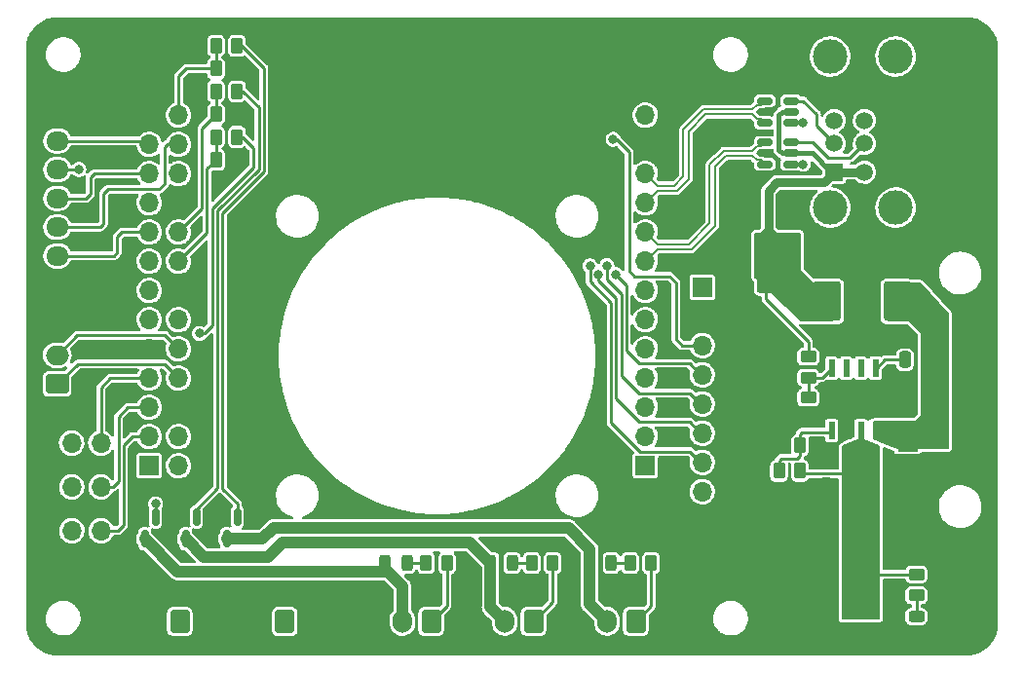
<source format=gbr>
%TF.GenerationSoftware,KiCad,Pcbnew,(6.0.0)*%
%TF.CreationDate,2022-02-05T18:56:51+08:00*%
%TF.ProjectId,orange_juice_board,6f72616e-6765-45f6-9a75-6963655f626f,rev?*%
%TF.SameCoordinates,Original*%
%TF.FileFunction,Copper,L1,Top*%
%TF.FilePolarity,Positive*%
%FSLAX46Y46*%
G04 Gerber Fmt 4.6, Leading zero omitted, Abs format (unit mm)*
G04 Created by KiCad (PCBNEW (6.0.0)) date 2022-02-05 18:56:51*
%MOMM*%
%LPD*%
G01*
G04 APERTURE LIST*
G04 Aperture macros list*
%AMRoundRect*
0 Rectangle with rounded corners*
0 $1 Rounding radius*
0 $2 $3 $4 $5 $6 $7 $8 $9 X,Y pos of 4 corners*
0 Add a 4 corners polygon primitive as box body*
4,1,4,$2,$3,$4,$5,$6,$7,$8,$9,$2,$3,0*
0 Add four circle primitives for the rounded corners*
1,1,$1+$1,$2,$3*
1,1,$1+$1,$4,$5*
1,1,$1+$1,$6,$7*
1,1,$1+$1,$8,$9*
0 Add four rect primitives between the rounded corners*
20,1,$1+$1,$2,$3,$4,$5,0*
20,1,$1+$1,$4,$5,$6,$7,0*
20,1,$1+$1,$6,$7,$8,$9,0*
20,1,$1+$1,$8,$9,$2,$3,0*%
G04 Aperture macros list end*
%TA.AperFunction,SMDPad,CuDef*%
%ADD10RoundRect,0.150000X-0.150000X0.587500X-0.150000X-0.587500X0.150000X-0.587500X0.150000X0.587500X0*%
%TD*%
%TA.AperFunction,SMDPad,CuDef*%
%ADD11R,1.800000X2.500000*%
%TD*%
%TA.AperFunction,SMDPad,CuDef*%
%ADD12RoundRect,0.250000X-0.450000X0.262500X-0.450000X-0.262500X0.450000X-0.262500X0.450000X0.262500X0*%
%TD*%
%TA.AperFunction,ComponentPad*%
%ADD13RoundRect,0.250000X0.750000X-0.600000X0.750000X0.600000X-0.750000X0.600000X-0.750000X-0.600000X0*%
%TD*%
%TA.AperFunction,ComponentPad*%
%ADD14O,2.000000X1.700000*%
%TD*%
%TA.AperFunction,SMDPad,CuDef*%
%ADD15RoundRect,0.250000X-0.262500X-0.450000X0.262500X-0.450000X0.262500X0.450000X-0.262500X0.450000X0*%
%TD*%
%TA.AperFunction,SMDPad,CuDef*%
%ADD16RoundRect,0.250000X0.262500X0.450000X-0.262500X0.450000X-0.262500X-0.450000X0.262500X-0.450000X0*%
%TD*%
%TA.AperFunction,SMDPad,CuDef*%
%ADD17RoundRect,0.250000X-0.550000X1.412500X-0.550000X-1.412500X0.550000X-1.412500X0.550000X1.412500X0*%
%TD*%
%TA.AperFunction,SMDPad,CuDef*%
%ADD18RoundRect,0.250000X0.250000X0.475000X-0.250000X0.475000X-0.250000X-0.475000X0.250000X-0.475000X0*%
%TD*%
%TA.AperFunction,SMDPad,CuDef*%
%ADD19RoundRect,0.243750X-0.243750X-0.456250X0.243750X-0.456250X0.243750X0.456250X-0.243750X0.456250X0*%
%TD*%
%TA.AperFunction,ComponentPad*%
%ADD20R,1.700000X1.700000*%
%TD*%
%TA.AperFunction,ComponentPad*%
%ADD21O,1.700000X1.700000*%
%TD*%
%TA.AperFunction,ComponentPad*%
%ADD22RoundRect,0.250000X0.600000X0.750000X-0.600000X0.750000X-0.600000X-0.750000X0.600000X-0.750000X0*%
%TD*%
%TA.AperFunction,ComponentPad*%
%ADD23O,1.700000X2.000000*%
%TD*%
%TA.AperFunction,SMDPad,CuDef*%
%ADD24RoundRect,0.243750X0.456250X-0.243750X0.456250X0.243750X-0.456250X0.243750X-0.456250X-0.243750X0*%
%TD*%
%TA.AperFunction,SMDPad,CuDef*%
%ADD25R,2.500000X1.800000*%
%TD*%
%TA.AperFunction,SMDPad,CuDef*%
%ADD26R,0.600000X1.550000*%
%TD*%
%TA.AperFunction,ComponentPad*%
%ADD27C,0.600000*%
%TD*%
%TA.AperFunction,SMDPad,CuDef*%
%ADD28R,4.500000X2.950000*%
%TD*%
%TA.AperFunction,SMDPad,CuDef*%
%ADD29R,3.100000X2.600000*%
%TD*%
%TA.AperFunction,ComponentPad*%
%ADD30RoundRect,0.250000X0.725000X-0.600000X0.725000X0.600000X-0.725000X0.600000X-0.725000X-0.600000X0*%
%TD*%
%TA.AperFunction,ComponentPad*%
%ADD31O,1.950000X1.700000*%
%TD*%
%TA.AperFunction,SMDPad,CuDef*%
%ADD32RoundRect,0.150000X-0.512500X-0.150000X0.512500X-0.150000X0.512500X0.150000X-0.512500X0.150000X0*%
%TD*%
%TA.AperFunction,SMDPad,CuDef*%
%ADD33RoundRect,0.235000X0.940000X1.465000X-0.940000X1.465000X-0.940000X-1.465000X0.940000X-1.465000X0*%
%TD*%
%TA.AperFunction,ComponentPad*%
%ADD34R,2.400000X2.400000*%
%TD*%
%TA.AperFunction,ComponentPad*%
%ADD35C,2.400000*%
%TD*%
%TA.AperFunction,ComponentPad*%
%ADD36R,1.500000X1.500000*%
%TD*%
%TA.AperFunction,ComponentPad*%
%ADD37C,1.500000*%
%TD*%
%TA.AperFunction,ComponentPad*%
%ADD38C,3.000000*%
%TD*%
%TA.AperFunction,SMDPad,CuDef*%
%ADD39RoundRect,0.250000X0.325000X0.650000X-0.325000X0.650000X-0.325000X-0.650000X0.325000X-0.650000X0*%
%TD*%
%TA.AperFunction,ViaPad*%
%ADD40C,0.800000*%
%TD*%
%TA.AperFunction,Conductor*%
%ADD41C,0.250000*%
%TD*%
%TA.AperFunction,Conductor*%
%ADD42C,0.500000*%
%TD*%
%TA.AperFunction,Conductor*%
%ADD43C,0.750000*%
%TD*%
%TA.AperFunction,Conductor*%
%ADD44C,0.400000*%
%TD*%
%TA.AperFunction,Conductor*%
%ADD45C,1.000000*%
%TD*%
%TA.AperFunction,Conductor*%
%ADD46C,0.200000*%
%TD*%
G04 APERTURE END LIST*
D10*
%TO.P,Q3,1,G*%
%TO.N,Net-(Q3-Pad1)*%
X105090000Y-103710500D03*
%TO.P,Q3,2,S*%
%TO.N,GND*%
X103190000Y-103710500D03*
%TO.P,Q3,3,D*%
%TO.N,Net-(D3-Pad1)*%
X104140000Y-105585500D03*
%TD*%
%TO.P,Q2,1,G*%
%TO.N,Net-(Q2-Pad1)*%
X108646000Y-103710500D03*
%TO.P,Q2,2,S*%
%TO.N,GND*%
X106746000Y-103710500D03*
%TO.P,Q2,3,D*%
%TO.N,Net-(D2-Pad1)*%
X107696000Y-105585500D03*
%TD*%
D11*
%TO.P,D5,1,K*%
%TO.N,BUCK_PH*%
X166878000Y-96742000D03*
%TO.P,D5,2,A*%
%TO.N,GND*%
X166878000Y-92742000D03*
%TD*%
D12*
%TO.P,R1,1*%
%TO.N,BUCK_IN*%
X167640000Y-108688500D03*
%TO.P,R1,2*%
%TO.N,Net-(D1-Pad2)*%
X167640000Y-110513500D03*
%TD*%
D13*
%TO.P,J9,1,Pin_1*%
%TO.N,UART1_TX*%
X92975000Y-92150000D03*
D14*
%TO.P,J9,2,Pin_2*%
%TO.N,UART1_RX*%
X92975000Y-89650000D03*
%TD*%
D15*
%TO.P,R12,1*%
%TO.N,Net-(D4-Pad2)*%
X125039000Y-107701000D03*
%TO.P,R12,2*%
%TO.N,BUCK_IN*%
X126864000Y-107701000D03*
%TD*%
D16*
%TO.P,R17,1*%
%TO.N,GND*%
X108608500Y-68681600D03*
%TO.P,R17,2*%
%TO.N,GPIO_18*%
X106783500Y-68681600D03*
%TD*%
D17*
%TO.P,C4,1*%
%TO.N,BUCK_OUT*%
X154559000Y-82552500D03*
%TO.P,C4,2*%
%TO.N,GND*%
X154559000Y-87627500D03*
%TD*%
D16*
%TO.P,R13,1*%
%TO.N,Net-(Q2-Pad1)*%
X108608500Y-62738000D03*
%TO.P,R13,2*%
%TO.N,GPIO_10*%
X106783500Y-62738000D03*
%TD*%
D18*
%TO.P,C3,1*%
%TO.N,BUCK_PH*%
X168539200Y-90043000D03*
%TO.P,C3,2*%
%TO.N,BUCK_BOOT*%
X166639200Y-90043000D03*
%TD*%
D19*
%TO.P,D3,1,K*%
%TO.N,Net-(D3-Pad1)*%
X130634500Y-107701000D03*
%TO.P,D3,2,A*%
%TO.N,Net-(D3-Pad2)*%
X132509500Y-107701000D03*
%TD*%
D20*
%TO.P,J2,1,Pin_1*%
%TO.N,unconnected-(J2-Pad1)*%
X100980000Y-99250000D03*
D21*
%TO.P,J2,2,Pin_2*%
%TO.N,BUCK_OUT*%
X103520000Y-99250000D03*
%TO.P,J2,3,Pin_3*%
%TO.N,GPIO12*%
X100980000Y-96710000D03*
%TO.P,J2,4,Pin_4*%
%TO.N,BUCK_OUT*%
X103520000Y-96710000D03*
%TO.P,J2,5,Pin_5*%
%TO.N,GPIO11*%
X100980000Y-94170000D03*
%TO.P,J2,6,Pin_6*%
%TO.N,GND*%
X103520000Y-94170000D03*
%TO.P,J2,7,Pin_7*%
%TO.N,GPIO6*%
X100980000Y-91630000D03*
%TO.P,J2,8,Pin_8*%
%TO.N,UART1_TX*%
X103520000Y-91630000D03*
%TO.P,J2,9,Pin_9*%
%TO.N,GND*%
X100980000Y-89090000D03*
%TO.P,J2,10,Pin_10*%
%TO.N,UART1_RX*%
X103520000Y-89090000D03*
%TO.P,J2,11,Pin_11*%
%TO.N,GPIO_1_CS*%
X100980000Y-86550000D03*
%TO.P,J2,12,Pin_12*%
%TO.N,unconnected-(J2-Pad12)*%
X103520000Y-86550000D03*
%TO.P,J2,13,Pin_13*%
%TO.N,GPIO_0_SDI*%
X100980000Y-84010000D03*
%TO.P,J2,14,Pin_14*%
%TO.N,GND*%
X103520000Y-84010000D03*
%TO.P,J2,15,Pin_15*%
%TO.N,GPIO_3_SDO*%
X100980000Y-81470000D03*
%TO.P,J2,16,Pin_16*%
%TO.N,GPIO_19*%
X103520000Y-81470000D03*
%TO.P,J2,17,Pin_17*%
%TO.N,PI_3.3V*%
X100980000Y-78930000D03*
%TO.P,J2,18,Pin_18*%
%TO.N,GPIO_18*%
X103520000Y-78930000D03*
%TO.P,J2,19,Pin_19*%
%TO.N,SPI1_MOSI*%
X100980000Y-76390000D03*
%TO.P,J2,20,Pin_20*%
%TO.N,GND*%
X103520000Y-76390000D03*
%TO.P,J2,21,Pin_21*%
%TO.N,SPI1_MISO*%
X100980000Y-73850000D03*
%TO.P,J2,22,Pin_22*%
%TO.N,GPIO_2_CLK*%
X103520000Y-73850000D03*
%TO.P,J2,23,Pin_23*%
%TO.N,SPI1_CLK*%
X100980000Y-71310000D03*
%TO.P,J2,24,Pin_24*%
%TO.N,SPI1_CS*%
X103520000Y-71310000D03*
%TO.P,J2,25,Pin_25*%
%TO.N,GND*%
X100980000Y-68770000D03*
%TO.P,J2,26,Pin_26*%
%TO.N,GPIO_10*%
X103520000Y-68770000D03*
%TD*%
D20*
%TO.P,J3,1,Pin_1*%
%TO.N,unconnected-(J3-Pad1)*%
X144085000Y-99245000D03*
D21*
%TO.P,J3,2,Pin_2*%
%TO.N,unconnected-(J3-Pad2)*%
X144085000Y-96705000D03*
%TO.P,J3,3,Pin_3*%
%TO.N,unconnected-(J3-Pad3)*%
X144085000Y-94165000D03*
%TO.P,J3,4,Pin_4*%
%TO.N,unconnected-(J3-Pad4)*%
X144085000Y-91625000D03*
%TO.P,J3,5,Pin_5*%
%TO.N,unconnected-(J3-Pad5)*%
X144085000Y-89085000D03*
%TO.P,J3,6,Pin_6*%
%TO.N,unconnected-(J3-Pad6)*%
X144085000Y-86545000D03*
%TO.P,J3,7,Pin_7*%
%TO.N,unconnected-(J3-Pad7)*%
X144085000Y-84005000D03*
%TO.P,J3,8,Pin_8*%
%TO.N,USB3_D+*%
X144085000Y-81465000D03*
%TO.P,J3,9,Pin_9*%
%TO.N,USB3_D-*%
X144085000Y-78925000D03*
X144085000Y-78925000D03*
%TO.P,J3,10,Pin_10*%
%TO.N,USB2_D+*%
X144085000Y-76385000D03*
%TO.P,J3,11,Pin_11*%
%TO.N,USB2_D-*%
X144085000Y-73845000D03*
X144085000Y-73845000D03*
%TO.P,J3,12,Pin_12*%
%TO.N,GND*%
X144085000Y-71305000D03*
%TO.P,J3,13,Pin_13*%
%TO.N,unconnected-(J3-Pad13)*%
X144085000Y-68765000D03*
%TD*%
D16*
%TO.P,R18,1*%
%TO.N,GND*%
X108608500Y-72644000D03*
%TO.P,R18,2*%
%TO.N,GPIO_19*%
X106783500Y-72644000D03*
%TD*%
D22*
%TO.P,J8,1,Pin_1*%
%TO.N,BUCK_OUT*%
X103632000Y-112776000D03*
D23*
%TO.P,J8,2,Pin_2*%
%TO.N,GND*%
X101132000Y-112776000D03*
%TD*%
D22*
%TO.P,J6,1,Pin_1*%
%TO.N,BUCK_IN*%
X125476000Y-112781000D03*
D23*
%TO.P,J6,2,Pin_2*%
%TO.N,Net-(D4-Pad1)*%
X122976000Y-112781000D03*
%TD*%
D16*
%TO.P,R15,1*%
%TO.N,Net-(Q4-Pad1)*%
X108608500Y-70662800D03*
%TO.P,R15,2*%
%TO.N,GPIO_19*%
X106783500Y-70662800D03*
%TD*%
D24*
%TO.P,D1,1,K*%
%TO.N,GND*%
X167640000Y-114221500D03*
%TO.P,D1,2,A*%
%TO.N,Net-(D1-Pad2)*%
X167640000Y-112346500D03*
%TD*%
D16*
%TO.P,R16,1*%
%TO.N,GND*%
X108608500Y-64719200D03*
%TO.P,R16,2*%
%TO.N,GPIO_10*%
X106783500Y-64719200D03*
%TD*%
D19*
%TO.P,D2,1,K*%
%TO.N,Net-(D2-Pad1)*%
X139250000Y-107701000D03*
%TO.P,D2,2,A*%
%TO.N,Net-(D2-Pad2)*%
X141125000Y-107701000D03*
%TD*%
D12*
%TO.P,R4,1*%
%TO.N,BUCK_OUT*%
X158242000Y-89765500D03*
%TO.P,R4,2*%
%TO.N,BUCK_VSNS*%
X158242000Y-91590500D03*
%TD*%
D22*
%TO.P,J5,1,Pin_1*%
%TO.N,BUCK_IN*%
X134366000Y-112776000D03*
D23*
%TO.P,J5,2,Pin_2*%
%TO.N,Net-(D3-Pad1)*%
X131866000Y-112776000D03*
%TD*%
D25*
%TO.P,D6,1,A1*%
%TO.N,BUCK_IN*%
X162782000Y-104902000D03*
%TO.P,D6,2,A2*%
%TO.N,GND*%
X158782000Y-104902000D03*
%TD*%
D26*
%TO.P,U2,1,BOOT*%
%TO.N,BUCK_BOOT*%
X164084000Y-90772000D03*
%TO.P,U2,2,NC*%
%TO.N,unconnected-(U2-Pad2)*%
X162814000Y-90772000D03*
%TO.P,U2,3,NC*%
%TO.N,unconnected-(U2-Pad3)*%
X161544000Y-90772000D03*
%TO.P,U2,4,VSENSE*%
%TO.N,BUCK_VSNS*%
X160274000Y-90772000D03*
%TO.P,U2,5,EN*%
%TO.N,BUCK_EN*%
X160274000Y-96172000D03*
%TO.P,U2,6,GND*%
%TO.N,GND*%
X161544000Y-96172000D03*
%TO.P,U2,7,VIN*%
%TO.N,BUCK_IN*%
X162814000Y-96172000D03*
%TO.P,U2,8,PH*%
%TO.N,BUCK_PH*%
X164084000Y-96172000D03*
D27*
%TO.P,U2,9,GNDPAD*%
%TO.N,GND*%
X161479000Y-94072000D03*
X163979000Y-94072000D03*
X160379000Y-92872000D03*
X162779000Y-92872000D03*
D28*
X162179000Y-93472000D03*
D27*
X160379000Y-94072000D03*
X163979000Y-92872000D03*
D29*
X162179000Y-93472000D03*
D27*
X161479000Y-92872000D03*
X162779000Y-94072000D03*
%TD*%
D16*
%TO.P,R2,1*%
%TO.N,BUCK_IN*%
X157528900Y-99695000D03*
%TO.P,R2,2*%
%TO.N,BUCK_EN*%
X155703900Y-99695000D03*
%TD*%
D10*
%TO.P,Q4,1,G*%
%TO.N,Net-(Q4-Pad1)*%
X101534000Y-103710500D03*
%TO.P,Q4,2,S*%
%TO.N,GND*%
X99634000Y-103710500D03*
%TO.P,Q4,3,D*%
%TO.N,Net-(D4-Pad1)*%
X100584000Y-105585500D03*
%TD*%
D30*
%TO.P,J11,1,Pin_1*%
%TO.N,GND*%
X93000000Y-83500000D03*
D31*
%TO.P,J11,2,Pin_2*%
%TO.N,PI_3.3V*%
X93000000Y-81000000D03*
%TO.P,J11,3,Pin_3*%
%TO.N,SPI1_CS*%
X93000000Y-78500000D03*
%TO.P,J11,4,Pin_4*%
%TO.N,SPI1_MISO*%
X93000000Y-76000000D03*
%TO.P,J11,5,Pin_5*%
%TO.N,SPI1_MOSI*%
X93000000Y-73500000D03*
%TO.P,J11,6,Pin_6*%
%TO.N,SPI1_CLK*%
X93000000Y-71000000D03*
%TD*%
D32*
%TO.P,U1,1,I/O1*%
%TO.N,USB2_D-*%
X154462900Y-67528400D03*
%TO.P,U1,2,GND*%
%TO.N,GND*%
X154462900Y-68478400D03*
%TO.P,U1,3,I/O2*%
%TO.N,USB2_D+*%
X154462900Y-69428400D03*
%TO.P,U1,4,I/O2*%
%TO.N,USB2_Conn_D+*%
X156737900Y-69428400D03*
%TO.P,U1,5,VBUS*%
%TO.N,BUCK_OUT*%
X156737900Y-68478400D03*
%TO.P,U1,6,I/O1*%
%TO.N,USB2_Conn_D-*%
X156737900Y-67528400D03*
%TD*%
D33*
%TO.P,L1,1*%
%TO.N,BUCK_PH*%
X165966000Y-84963000D03*
%TO.P,L1,2*%
%TO.N,BUCK_OUT*%
X159916000Y-84963000D03*
%TD*%
D16*
%TO.P,R14,1*%
%TO.N,Net-(Q3-Pad1)*%
X108608500Y-66700400D03*
%TO.P,R14,2*%
%TO.N,GPIO_18*%
X106783500Y-66700400D03*
%TD*%
%TO.P,R3,1*%
%TO.N,BUCK_EN*%
X157528900Y-97485200D03*
%TO.P,R3,2*%
%TO.N,GND*%
X155703900Y-97485200D03*
%TD*%
D19*
%TO.P,D4,1,K*%
%TO.N,Net-(D4-Pad1)*%
X121490500Y-107701000D03*
%TO.P,D4,2,A*%
%TO.N,Net-(D4-Pad2)*%
X123365500Y-107701000D03*
%TD*%
D12*
%TO.P,R5,1*%
%TO.N,BUCK_VSNS*%
X158242000Y-93321500D03*
%TO.P,R5,2*%
%TO.N,GND*%
X158242000Y-95146500D03*
%TD*%
D34*
%TO.P,J1,1,Pin_1*%
%TO.N,GND*%
X159286000Y-111000000D03*
D35*
%TO.P,J1,2,Pin_2*%
%TO.N,BUCK_IN*%
X162786000Y-111000000D03*
%TD*%
D15*
%TO.P,R10,1*%
%TO.N,Net-(D2-Pad2)*%
X142759000Y-107701000D03*
%TO.P,R10,2*%
%TO.N,BUCK_IN*%
X144584000Y-107701000D03*
%TD*%
D20*
%TO.P,J12,1,Pin_1*%
%TO.N,unconnected-(J12-Pad1)*%
X149025000Y-83725000D03*
D21*
%TO.P,J12,2,Pin_2*%
%TO.N,GND*%
X149025000Y-86265000D03*
%TO.P,J12,3,Pin_3*%
%TO.N,PI_3.3V*%
X149025000Y-88805000D03*
%TO.P,J12,4,Pin_4*%
%TO.N,GPIO_2_CLK*%
X149025000Y-91345000D03*
%TO.P,J12,5,Pin_5*%
%TO.N,GPIO_3_SDO*%
X149025000Y-93885000D03*
%TO.P,J12,6,Pin_6*%
%TO.N,GPIO_0_SDI*%
X149025000Y-96425000D03*
%TO.P,J12,7,Pin_7*%
%TO.N,GPIO_1_CS*%
X149025000Y-98965000D03*
%TO.P,J12,8,Pin_8*%
%TO.N,unconnected-(J12-Pad8)*%
X149025000Y-101505000D03*
%TD*%
D22*
%TO.P,J7,1,Pin_1*%
%TO.N,BUCK_OUT*%
X112756000Y-112793000D03*
D23*
%TO.P,J7,2,Pin_2*%
%TO.N,GND*%
X110256000Y-112793000D03*
%TD*%
D36*
%TO.P,USB1,1,VCC*%
%TO.N,BUCK_OUT*%
X160506000Y-73731000D03*
D37*
%TO.P,USB1,2,D-*%
%TO.N,USB2_Conn_D-*%
X160506000Y-71231000D03*
%TO.P,USB1,3,D+*%
%TO.N,USB2_Conn_D+*%
X160506000Y-69231000D03*
%TO.P,USB1,4,GND*%
%TO.N,GND*%
X160506000Y-66731000D03*
%TO.P,USB1,5,VCC*%
%TO.N,BUCK_OUT*%
X163126000Y-73731000D03*
%TO.P,USB1,6,D-*%
%TO.N,USB3_Conn_D-*%
X163126000Y-71231000D03*
%TO.P,USB1,7,D+*%
%TO.N,USB3_Conn_D+*%
X163126000Y-69231000D03*
%TO.P,USB1,8,GND*%
%TO.N,GND*%
X163126000Y-66731000D03*
D38*
%TO.P,USB1,9,Shield*%
%TO.N,unconnected-(USB1-Pad9)*%
X165836000Y-76801000D03*
X160156000Y-63661000D03*
X165836000Y-63661000D03*
X160156000Y-76801000D03*
%TD*%
D20*
%TO.P,J13,1,Pin_1*%
%TO.N,GND*%
X91694000Y-97282000D03*
D21*
%TO.P,J13,2,Pin_2*%
%TO.N,BUCK_OUT*%
X94234000Y-97282000D03*
%TO.P,J13,3,Pin_3*%
%TO.N,GPIO6*%
X96774000Y-97282000D03*
%TD*%
D39*
%TO.P,C2,1*%
%TO.N,BUCK_IN*%
X162765000Y-101219000D03*
%TO.P,C2,2*%
%TO.N,GND*%
X159815000Y-101219000D03*
%TD*%
D20*
%TO.P,J10,1,Pin_1*%
%TO.N,GND*%
X91709000Y-104902000D03*
D21*
%TO.P,J10,2,Pin_2*%
%TO.N,BUCK_OUT*%
X94249000Y-104902000D03*
%TO.P,J10,3,Pin_3*%
%TO.N,GPIO12*%
X96789000Y-104902000D03*
%TD*%
D20*
%TO.P,J14,1,Pin_1*%
%TO.N,GND*%
X91709000Y-101092000D03*
D21*
%TO.P,J14,2,Pin_2*%
%TO.N,BUCK_OUT*%
X94249000Y-101092000D03*
%TO.P,J14,3,Pin_3*%
%TO.N,GPIO11*%
X96789000Y-101092000D03*
%TD*%
D39*
%TO.P,C1,1*%
%TO.N,BUCK_IN*%
X162765000Y-98679000D03*
%TO.P,C1,2*%
%TO.N,GND*%
X159815000Y-98679000D03*
%TD*%
D15*
%TO.P,R11,1*%
%TO.N,Net-(D3-Pad2)*%
X134215500Y-107701000D03*
%TO.P,R11,2*%
%TO.N,BUCK_IN*%
X136040500Y-107701000D03*
%TD*%
D22*
%TO.P,J4,1,Pin_1*%
%TO.N,BUCK_IN*%
X143256000Y-112776000D03*
D23*
%TO.P,J4,2,Pin_2*%
%TO.N,Net-(D2-Pad1)*%
X140756000Y-112776000D03*
%TD*%
D32*
%TO.P,U3,1,I/O1*%
%TO.N,USB3_D-*%
X154462900Y-71135200D03*
%TO.P,U3,2,GND*%
%TO.N,GND*%
X154462900Y-72085200D03*
%TO.P,U3,3,I/O2*%
%TO.N,USB3_D+*%
X154462900Y-73035200D03*
%TO.P,U3,4,I/O2*%
%TO.N,USB3_Conn_D+*%
X156737900Y-73035200D03*
%TO.P,U3,5,VBUS*%
%TO.N,BUCK_OUT*%
X156737900Y-72085200D03*
%TO.P,U3,6,I/O1*%
%TO.N,USB3_Conn_D-*%
X156737900Y-71135200D03*
%TD*%
D40*
%TO.N,GND*%
X107460000Y-104050000D03*
X152654000Y-73660000D03*
X152654000Y-66802000D03*
X152680000Y-70290000D03*
X107450000Y-103240000D03*
%TO.N,BUCK_OUT*%
X154025600Y-79451200D03*
X155549600Y-79451200D03*
X156311600Y-80213200D03*
X154025600Y-80213200D03*
X157073600Y-79451200D03*
X154787600Y-80213200D03*
X156311600Y-79451200D03*
X155549600Y-80213200D03*
X154787600Y-79451200D03*
X157073600Y-80213200D03*
%TO.N,GPIO_1_CS*%
X139275500Y-81865562D03*
%TO.N,GPIO_0_SDI*%
X140000000Y-82600000D03*
%TO.N,GPIO_3_SDO*%
X140750000Y-81850000D03*
%TO.N,SPI1_MOSI*%
X94850000Y-73500000D03*
%TO.N,GPIO_2_CLK*%
X141550000Y-82650000D03*
%TO.N,Net-(Q4-Pad1)*%
X105350000Y-87750000D03*
X101530000Y-102570000D03*
%TO.N,PI_3.3V*%
X141291907Y-70867309D03*
%TO.N,USB2_Conn_D+*%
X157800000Y-69430000D03*
%TO.N,USB3_Conn_D+*%
X157800000Y-73030000D03*
%TD*%
D41*
%TO.N,BUCK_IN*%
X162814000Y-98728000D02*
X162814000Y-99695000D01*
X167640000Y-108688500D02*
X162964500Y-108688500D01*
X136040500Y-111101500D02*
X134366000Y-112776000D01*
X136040500Y-107701000D02*
X136040500Y-111101500D01*
X144584000Y-111448000D02*
X143256000Y-112776000D01*
X126864000Y-107701000D02*
X126864000Y-111393000D01*
X162964500Y-108688500D02*
X162782000Y-108506000D01*
X162765000Y-98679000D02*
X162814000Y-98728000D01*
X162814000Y-99695000D02*
X162560000Y-99949000D01*
X144584000Y-107701000D02*
X144584000Y-111448000D01*
X126864000Y-111393000D02*
X125476000Y-112781000D01*
X162782000Y-108506000D02*
X162782000Y-104902000D01*
X157782900Y-99949000D02*
X157528900Y-99695000D01*
X162560000Y-99949000D02*
X157782900Y-99949000D01*
D42*
%TO.N,BUCK_OUT*%
X154025600Y-79451200D02*
X154025600Y-79424400D01*
D43*
X154790000Y-78950000D02*
X154790000Y-78660000D01*
D44*
X155675880Y-71805880D02*
X155955200Y-72085200D01*
D43*
X159627000Y-74610000D02*
X160506000Y-73731000D01*
D44*
X155955200Y-72085200D02*
X156737900Y-72085200D01*
D43*
X154787600Y-79451200D02*
X154787600Y-78952400D01*
D42*
X155549600Y-79451200D02*
X155549600Y-79419600D01*
D43*
X154790000Y-78660000D02*
X154790000Y-75350000D01*
D44*
X160241000Y-73731000D02*
X160506000Y-73731000D01*
D41*
X158242000Y-88442000D02*
X158242000Y-89765500D01*
D44*
X155971600Y-68478400D02*
X155675880Y-68774120D01*
X155675880Y-68774120D02*
X155675880Y-71805880D01*
X156737900Y-68478400D02*
X155971600Y-68478400D01*
D43*
X155530000Y-74610000D02*
X159627000Y-74610000D01*
X154787600Y-78952400D02*
X154790000Y-78950000D01*
D42*
X155549600Y-79419600D02*
X154790000Y-78660000D01*
D43*
X154790000Y-75350000D02*
X155530000Y-74610000D01*
D41*
X94234000Y-101077000D02*
X94249000Y-101092000D01*
X154559000Y-84759000D02*
X158242000Y-88442000D01*
D42*
X154025600Y-79424400D02*
X154790000Y-78660000D01*
D44*
X156737900Y-72085200D02*
X158595200Y-72085200D01*
D41*
X154559000Y-82552500D02*
X154559000Y-84759000D01*
D43*
X160506000Y-73731000D02*
X163126000Y-73731000D01*
D44*
X158595200Y-72085200D02*
X160241000Y-73731000D01*
D41*
%TO.N,BUCK_BOOT*%
X166639200Y-90043000D02*
X164922200Y-90043000D01*
X164922200Y-90043000D02*
X164193200Y-90772000D01*
X164193200Y-90772000D02*
X164084000Y-90772000D01*
%TO.N,Net-(D1-Pad2)*%
X167640000Y-110513500D02*
X167640000Y-112346500D01*
D45*
%TO.N,Net-(D2-Pad1)*%
X111760000Y-104648000D02*
X110822500Y-105585500D01*
X139250000Y-111270000D02*
X140756000Y-112776000D01*
X139250000Y-107701000D02*
X139264000Y-107687000D01*
X139250000Y-107701000D02*
X139250000Y-111270000D01*
X110822500Y-105585500D02*
X107696000Y-105585500D01*
X137414000Y-104648000D02*
X111760000Y-104648000D01*
X139250000Y-107701000D02*
X139250000Y-106484000D01*
X139250000Y-106484000D02*
X137414000Y-104648000D01*
D41*
%TO.N,Net-(D2-Pad2)*%
X141125000Y-107701000D02*
X142759000Y-107701000D01*
D45*
%TO.N,Net-(D3-Pad1)*%
X105742500Y-107188000D02*
X104140000Y-105585500D01*
X111252000Y-107188000D02*
X105742500Y-107188000D01*
X128851500Y-105918000D02*
X112522000Y-105918000D01*
X130634500Y-107701000D02*
X128851500Y-105918000D01*
X130634500Y-111544500D02*
X131866000Y-112776000D01*
X112522000Y-105918000D02*
X111252000Y-107188000D01*
X130634500Y-107701000D02*
X130634500Y-111544500D01*
D41*
%TO.N,Net-(D3-Pad2)*%
X132509500Y-107701000D02*
X134215500Y-107701000D01*
D45*
%TO.N,Net-(D4-Pad1)*%
X122976000Y-109734500D02*
X121699500Y-108458000D01*
X122976000Y-112781000D02*
X122976000Y-109734500D01*
X103456500Y-108458000D02*
X100584000Y-105585500D01*
X121699500Y-108458000D02*
X103456500Y-108458000D01*
D41*
%TO.N,Net-(D4-Pad2)*%
X123365500Y-107701000D02*
X125039000Y-107701000D01*
%TO.N,BUCK_VSNS*%
X158242000Y-93321500D02*
X158242000Y-91590500D01*
X160274000Y-90772000D02*
X160180000Y-90678000D01*
X159455500Y-91590500D02*
X160274000Y-90772000D01*
X158242000Y-91590500D02*
X159455500Y-91590500D01*
%TO.N,UART1_RX*%
X92975000Y-89650000D02*
X92976000Y-89650000D01*
X102345489Y-87915489D02*
X103520000Y-89090000D01*
X94710511Y-87915489D02*
X102345489Y-87915489D01*
X92976000Y-89650000D02*
X94710511Y-87915489D01*
%TO.N,UART1_TX*%
X102314000Y-90424000D02*
X103520000Y-91630000D01*
X94742000Y-90424000D02*
X102314000Y-90424000D01*
X93016000Y-92150000D02*
X94742000Y-90424000D01*
X92975000Y-92150000D02*
X93016000Y-92150000D01*
%TO.N,GPIO_1_CS*%
X143608990Y-98010000D02*
X147970000Y-98010000D01*
X139275500Y-81865562D02*
X139275500Y-83224060D01*
X147970000Y-98010000D02*
X148910000Y-98950000D01*
X141101440Y-85050000D02*
X141101440Y-95502450D01*
X141101440Y-95502450D02*
X143608990Y-98010000D01*
X139275500Y-83224060D02*
X141101440Y-85050000D01*
%TO.N,GPIO_0_SDI*%
X140000000Y-83149040D02*
X141550960Y-84700000D01*
X147930000Y-95430000D02*
X148910000Y-96410000D01*
X141550960Y-84700000D02*
X141550960Y-93411970D01*
X141550960Y-93411970D02*
X143568990Y-95430000D01*
X143568990Y-95430000D02*
X147930000Y-95430000D01*
X140000000Y-82600000D02*
X140000000Y-83149040D01*
%TO.N,GPIO_3_SDO*%
X142000480Y-84300000D02*
X142000480Y-91400480D01*
X140750000Y-83049520D02*
X142000480Y-84300000D01*
X140750000Y-81850000D02*
X140750000Y-83049520D01*
X147990000Y-92950000D02*
X148910000Y-93870000D01*
X142450000Y-91850000D02*
X143550000Y-92950000D01*
X143550000Y-92950000D02*
X147990000Y-92950000D01*
X142000480Y-91400480D02*
X142450000Y-91850000D01*
%TO.N,GPIO_19*%
X106775000Y-70662800D02*
X106775000Y-72635500D01*
X106001440Y-78988560D02*
X106001440Y-73426060D01*
X103520000Y-81470000D02*
X106001440Y-78988560D01*
X106775000Y-72635500D02*
X106783500Y-72644000D01*
X106001440Y-73426060D02*
X106783500Y-72644000D01*
%TO.N,GPIO_18*%
X105551920Y-69913180D02*
X106783500Y-68681600D01*
X105551920Y-76898080D02*
X105551920Y-69913180D01*
X103520000Y-78930000D02*
X105551920Y-76898080D01*
X106783500Y-68681600D02*
X106783500Y-66700400D01*
%TO.N,SPI1_MOSI*%
X93000000Y-73500000D02*
X94850000Y-73500000D01*
%TO.N,SPI1_MISO*%
X95500000Y-76000000D02*
X95850000Y-75650000D01*
X96200000Y-73850000D02*
X100980000Y-73850000D01*
X95850000Y-75650000D02*
X95850000Y-74200000D01*
X95850000Y-74200000D02*
X96200000Y-73850000D01*
X93000000Y-76000000D02*
X95500000Y-76000000D01*
%TO.N,GPIO_2_CLK*%
X142450000Y-83550000D02*
X142450000Y-89231010D01*
X141550000Y-82650000D02*
X142450000Y-83550000D01*
X143558990Y-90340000D02*
X147920000Y-90340000D01*
X142450000Y-89231010D02*
X143558990Y-90340000D01*
X147920000Y-90340000D02*
X148910000Y-91330000D01*
%TO.N,SPI1_CLK*%
X93000000Y-71000000D02*
X100670000Y-71000000D01*
X100670000Y-71000000D02*
X100980000Y-71310000D01*
%TO.N,SPI1_CS*%
X97000000Y-75600000D02*
X97384511Y-75215489D01*
X96700000Y-78500000D02*
X97000000Y-78200000D01*
X102540000Y-71310000D02*
X103520000Y-71310000D01*
X102300000Y-71550000D02*
X102540000Y-71310000D01*
X93000000Y-78500000D02*
X96700000Y-78500000D01*
X97000000Y-78200000D02*
X97000000Y-75600000D01*
X102300000Y-74750000D02*
X102300000Y-71550000D01*
X101834511Y-75215489D02*
X102300000Y-74750000D01*
X97384511Y-75215489D02*
X101834511Y-75215489D01*
%TO.N,GPIO_10*%
X103520000Y-65390000D02*
X104190800Y-64719200D01*
X106783500Y-62738000D02*
X106783500Y-64719200D01*
X103520000Y-68770000D02*
X103520000Y-65390000D01*
X104190800Y-64719200D02*
X106783500Y-64719200D01*
D46*
%TO.N,USB3_D+*%
X145129999Y-80420001D02*
X148091799Y-80420001D01*
X144085000Y-81465000D02*
X145129999Y-80420001D01*
X154112420Y-72684720D02*
X154462900Y-73035200D01*
X150135800Y-78376000D02*
X150135800Y-73245200D01*
X148091799Y-80420001D02*
X150135800Y-78376000D01*
X151070799Y-72310201D02*
X153389684Y-72310201D01*
X150135800Y-73245200D02*
X151070799Y-72310201D01*
X153764203Y-72684720D02*
X154112420Y-72684720D01*
X153389684Y-72310201D02*
X153764203Y-72684720D01*
D41*
X143995000Y-81495000D02*
X144000000Y-81500000D01*
D46*
%TO.N,USB3_D-*%
X150884401Y-71860199D02*
X153389684Y-71860199D01*
X153389684Y-71860199D02*
X153764203Y-71485680D01*
X149685800Y-78189600D02*
X149685800Y-73058800D01*
X147905401Y-79969999D02*
X149685800Y-78189600D01*
X145129999Y-79969999D02*
X147905401Y-79969999D01*
X153764203Y-71485680D02*
X154112420Y-71485680D01*
X149685800Y-73058800D02*
X150884401Y-71860199D01*
X144085000Y-78925000D02*
X145129999Y-79969999D01*
X154112420Y-71485680D02*
X154462900Y-71135200D01*
X143995000Y-78955000D02*
X144057000Y-78955000D01*
%TO.N,USB2_D+*%
X145129999Y-75340001D02*
X146821799Y-75340001D01*
X147849800Y-70197200D02*
X149343599Y-68703401D01*
X147849800Y-74312000D02*
X147849800Y-70197200D01*
X146821799Y-75340001D02*
X147849800Y-74312000D01*
X149343599Y-68703401D02*
X153389684Y-68703401D01*
X153764203Y-69077920D02*
X154112420Y-69077920D01*
X154112420Y-69077920D02*
X154462900Y-69428400D01*
X144085000Y-76385000D02*
X145129999Y-75340001D01*
X153389684Y-68703401D02*
X153764203Y-69077920D01*
%TO.N,USB2_D-*%
X145129999Y-74889999D02*
X146635401Y-74889999D01*
X144085000Y-73845000D02*
X145129999Y-74889999D01*
D41*
X144375000Y-73875000D02*
X143995000Y-73875000D01*
D46*
X147399800Y-74125600D02*
X147399800Y-70010800D01*
X153389684Y-68253399D02*
X153764203Y-67878880D01*
X149157201Y-68253399D02*
X153389684Y-68253399D01*
X154112420Y-67878880D02*
X154462900Y-67528400D01*
X153764203Y-67878880D02*
X154112420Y-67878880D01*
X147399800Y-70010800D02*
X149157201Y-68253399D01*
X146635401Y-74889999D02*
X147399800Y-74125600D01*
D41*
%TO.N,Net-(Q2-Pad1)*%
X110950000Y-73671435D02*
X107350000Y-77271435D01*
X108988000Y-62738000D02*
X110950000Y-64700000D01*
X107350000Y-77271435D02*
X107350000Y-101254000D01*
X107350000Y-101254000D02*
X108646000Y-102550000D01*
X110950000Y-64700000D02*
X110950000Y-73671435D01*
X108608500Y-62738000D02*
X108988000Y-62738000D01*
X108646000Y-102550000D02*
X108646000Y-103710500D01*
%TO.N,Net-(Q3-Pad1)*%
X108608500Y-66700400D02*
X109100400Y-66700400D01*
X105090000Y-103010000D02*
X105090000Y-103710500D01*
X110499520Y-68099520D02*
X110499520Y-73486197D01*
X106900480Y-101199520D02*
X105090000Y-103010000D01*
X109100400Y-66700400D02*
X110499520Y-68099520D01*
X110499520Y-73486197D02*
X106900480Y-77085237D01*
X106900480Y-77085237D02*
X106900480Y-101199520D01*
%TO.N,Net-(Q4-Pad1)*%
X101530000Y-102570000D02*
X101530000Y-103706500D01*
X108600000Y-70662800D02*
X109062800Y-70662800D01*
X110050000Y-73299999D02*
X106450960Y-76899039D01*
X110050000Y-71650000D02*
X110050000Y-73299999D01*
X106450960Y-76899039D02*
X106450960Y-87049040D01*
X106450960Y-87049040D02*
X105750000Y-87750000D01*
X105750000Y-87750000D02*
X105350000Y-87750000D01*
X101530000Y-103706500D02*
X101534000Y-103710500D01*
X109062800Y-70662800D02*
X110050000Y-71650000D01*
%TO.N,BUCK_EN*%
X160114000Y-96012000D02*
X160274000Y-96172000D01*
X157720000Y-96330000D02*
X160116000Y-96330000D01*
X157276800Y-98602800D02*
X157528900Y-98350700D01*
X155703900Y-98804100D02*
X155905200Y-98602800D01*
X160116000Y-96330000D02*
X160274000Y-96172000D01*
X157528900Y-97485200D02*
X157528900Y-96521100D01*
X155703900Y-99695000D02*
X155703900Y-98804100D01*
X155905200Y-98602800D02*
X157276800Y-98602800D01*
X157528900Y-96521100D02*
X157720000Y-96330000D01*
X157528900Y-98350700D02*
X157528900Y-97485200D01*
%TO.N,PI_3.3V*%
X143160000Y-82770000D02*
X146180000Y-82770000D01*
X98620000Y-78930000D02*
X100980000Y-78930000D01*
X142700000Y-82310000D02*
X143160000Y-82770000D01*
X141567309Y-70867309D02*
X142700000Y-72000000D01*
X142700000Y-72000000D02*
X142700000Y-82310000D01*
X146750000Y-88260000D02*
X147280000Y-88790000D01*
X98200000Y-80700000D02*
X98200000Y-79350000D01*
X147280000Y-88790000D02*
X148910000Y-88790000D01*
X98200000Y-79350000D02*
X98620000Y-78930000D01*
X93000000Y-81000000D02*
X96050000Y-81000000D01*
X97900000Y-81000000D02*
X98200000Y-80700000D01*
X146750000Y-83340000D02*
X146750000Y-88260000D01*
X96050000Y-81000000D02*
X97900000Y-81000000D01*
X146180000Y-82770000D02*
X146750000Y-83340000D01*
X141291907Y-70867309D02*
X141567309Y-70867309D01*
%TO.N,USB2_Conn_D-*%
X158960000Y-68690000D02*
X158960000Y-69685000D01*
X156737900Y-67528400D02*
X157798400Y-67528400D01*
X158960000Y-69685000D02*
X160506000Y-71231000D01*
X157798400Y-67528400D02*
X158960000Y-68690000D01*
%TO.N,USB2_Conn_D+*%
X156737900Y-69428400D02*
X157798400Y-69428400D01*
X157798400Y-69428400D02*
X157800000Y-69430000D01*
X160506000Y-69262400D02*
X160506000Y-69231000D01*
%TO.N,USB3_Conn_D-*%
X161877000Y-72480000D02*
X163126000Y-71231000D01*
X156737900Y-71135200D02*
X158595200Y-71135200D01*
D46*
X163077400Y-71231000D02*
X163126000Y-71231000D01*
D41*
X159940000Y-72480000D02*
X161877000Y-72480000D01*
X158595200Y-71135200D02*
X159940000Y-72480000D01*
%TO.N,USB3_Conn_D+*%
X157805200Y-73035200D02*
X157810000Y-73040000D01*
X156737900Y-73035200D02*
X157805200Y-73035200D01*
%TO.N,GPIO12*%
X98747520Y-97482480D02*
X98747520Y-104402480D01*
X100980000Y-96710000D02*
X99520000Y-96710000D01*
X98248000Y-104902000D02*
X96789000Y-104902000D01*
X99520000Y-96710000D02*
X98747520Y-97482480D01*
X98747520Y-104402480D02*
X98248000Y-104902000D01*
%TO.N,GPIO11*%
X99124000Y-94170000D02*
X100980000Y-94170000D01*
X98298000Y-94996000D02*
X99124000Y-94170000D01*
X96789000Y-101092000D02*
X97790000Y-101092000D01*
X98298000Y-100584000D02*
X98298000Y-94996000D01*
X97790000Y-101092000D02*
X98298000Y-100584000D01*
%TO.N,GPIO6*%
X97600000Y-91630000D02*
X100980000Y-91630000D01*
X96774000Y-97282000D02*
X96774000Y-92456000D01*
X96774000Y-92456000D02*
X97600000Y-91630000D01*
%TD*%
%TA.AperFunction,Conductor*%
%TO.N,BUCK_IN*%
G36*
X163092082Y-96911498D02*
G01*
X163601654Y-97133638D01*
X163621305Y-97144375D01*
X163684699Y-97186734D01*
X163742656Y-97198262D01*
X163768425Y-97206339D01*
X164389351Y-97477022D01*
X164443803Y-97522579D01*
X164465000Y-97592524D01*
X164465000Y-112523000D01*
X164444998Y-112591121D01*
X164391342Y-112637614D01*
X164339000Y-112649000D01*
X161289000Y-112649000D01*
X161220879Y-112628998D01*
X161174386Y-112575342D01*
X161163000Y-112523000D01*
X161163000Y-97601985D01*
X161183002Y-97533864D01*
X161237957Y-97486787D01*
X161259996Y-97477022D01*
X161879427Y-97202557D01*
X161905889Y-97194176D01*
X161931127Y-97189156D01*
X161931130Y-97189155D01*
X161943301Y-97186734D01*
X161953617Y-97179841D01*
X161953622Y-97179839D01*
X161989716Y-97155721D01*
X162008675Y-97145288D01*
X162535621Y-96911802D01*
X162586664Y-96901000D01*
X163041731Y-96901000D01*
X163092082Y-96911498D01*
G37*
%TD.AperFunction*%
%TD*%
%TA.AperFunction,Conductor*%
%TO.N,GND*%
G36*
X171987153Y-60256421D02*
G01*
X172000000Y-60258976D01*
X172012170Y-60256556D01*
X172024581Y-60256556D01*
X172024581Y-60256757D01*
X172035469Y-60255992D01*
X172300393Y-60270870D01*
X172314425Y-60272450D01*
X172459248Y-60297057D01*
X172604066Y-60321663D01*
X172617841Y-60324807D01*
X172704600Y-60349802D01*
X172900156Y-60406141D01*
X172913477Y-60410802D01*
X173184912Y-60523234D01*
X173197635Y-60529361D01*
X173286523Y-60578488D01*
X173454768Y-60671474D01*
X173466731Y-60678991D01*
X173706329Y-60848994D01*
X173717377Y-60857804D01*
X173936439Y-61053570D01*
X173946430Y-61063561D01*
X174142196Y-61282623D01*
X174151006Y-61293671D01*
X174321009Y-61533269D01*
X174328526Y-61545232D01*
X174470637Y-61802361D01*
X174476766Y-61815088D01*
X174589198Y-62086523D01*
X174593859Y-62099844D01*
X174640746Y-62262592D01*
X174675193Y-62382159D01*
X174678337Y-62395934D01*
X174696081Y-62500364D01*
X174726118Y-62677145D01*
X174727549Y-62685570D01*
X174729130Y-62699607D01*
X174740584Y-62903550D01*
X174744008Y-62964528D01*
X174743243Y-62975419D01*
X174743444Y-62975419D01*
X174743444Y-62987830D01*
X174741024Y-63000000D01*
X174743579Y-63012844D01*
X174746000Y-63037425D01*
X174746000Y-112962575D01*
X174743579Y-112987153D01*
X174741024Y-113000000D01*
X174743444Y-113012170D01*
X174743444Y-113024581D01*
X174743243Y-113024581D01*
X174744008Y-113035469D01*
X174731866Y-113251685D01*
X174729131Y-113300389D01*
X174727550Y-113314425D01*
X174707736Y-113431040D01*
X174678337Y-113604066D01*
X174675193Y-113617841D01*
X174661183Y-113666472D01*
X174593859Y-113900156D01*
X174589198Y-113913477D01*
X174536460Y-114040798D01*
X174476768Y-114184908D01*
X174470637Y-114197639D01*
X174328526Y-114454768D01*
X174321009Y-114466731D01*
X174151006Y-114706329D01*
X174142196Y-114717377D01*
X173946430Y-114936439D01*
X173936439Y-114946430D01*
X173717377Y-115142196D01*
X173706329Y-115151006D01*
X173466731Y-115321009D01*
X173454768Y-115328526D01*
X173197635Y-115470639D01*
X173184912Y-115476766D01*
X172913477Y-115589198D01*
X172900156Y-115593859D01*
X172704600Y-115650198D01*
X172617841Y-115675193D01*
X172604066Y-115678337D01*
X172459248Y-115702943D01*
X172314425Y-115727550D01*
X172300393Y-115729130D01*
X172035469Y-115744008D01*
X172024581Y-115743243D01*
X172024581Y-115743444D01*
X172012170Y-115743444D01*
X172000000Y-115741024D01*
X171987153Y-115743579D01*
X171962575Y-115746000D01*
X93037425Y-115746000D01*
X93012847Y-115743579D01*
X93000000Y-115741024D01*
X92987830Y-115743444D01*
X92975419Y-115743444D01*
X92975419Y-115743243D01*
X92964531Y-115744008D01*
X92699607Y-115729130D01*
X92685575Y-115727550D01*
X92540752Y-115702943D01*
X92395934Y-115678337D01*
X92382159Y-115675193D01*
X92295400Y-115650198D01*
X92099844Y-115593859D01*
X92086523Y-115589198D01*
X91815088Y-115476766D01*
X91802365Y-115470639D01*
X91545232Y-115328526D01*
X91533269Y-115321009D01*
X91293671Y-115151006D01*
X91282623Y-115142196D01*
X91063561Y-114946430D01*
X91053570Y-114936439D01*
X90857804Y-114717377D01*
X90848994Y-114706329D01*
X90678991Y-114466731D01*
X90671474Y-114454768D01*
X90529363Y-114197639D01*
X90523232Y-114184908D01*
X90463540Y-114040798D01*
X90410802Y-113913477D01*
X90406141Y-113900156D01*
X90338817Y-113666472D01*
X90324807Y-113617841D01*
X90321663Y-113604066D01*
X90292264Y-113431040D01*
X90272450Y-113314425D01*
X90270869Y-113300389D01*
X90268134Y-113251685D01*
X90255992Y-113035469D01*
X90256757Y-113024581D01*
X90256556Y-113024581D01*
X90256556Y-113012170D01*
X90258976Y-113000000D01*
X90256421Y-112987153D01*
X90254000Y-112962575D01*
X90254000Y-112552677D01*
X91991524Y-112552677D01*
X91992105Y-112557697D01*
X91992105Y-112557701D01*
X92003565Y-112656745D01*
X92019351Y-112793176D01*
X92020730Y-112798050D01*
X92020731Y-112798054D01*
X92083893Y-113021264D01*
X92085271Y-113026133D01*
X92087406Y-113030712D01*
X92087407Y-113030714D01*
X92109973Y-113079106D01*
X92187589Y-113245553D01*
X92190430Y-113249734D01*
X92190431Y-113249735D01*
X92225172Y-113300854D01*
X92224556Y-113301272D01*
X92225720Y-113302420D01*
X92225905Y-113302281D01*
X92225935Y-113302321D01*
X92226597Y-113303203D01*
X92226797Y-113303482D01*
X92226834Y-113303519D01*
X92228393Y-113305595D01*
X92229809Y-113307679D01*
X92229898Y-113307820D01*
X92230035Y-113308011D01*
X92323671Y-113445793D01*
X92327148Y-113449470D01*
X92327153Y-113449476D01*
X92372137Y-113497044D01*
X92371584Y-113497567D01*
X92373601Y-113498994D01*
X92374083Y-113499636D01*
X92377809Y-113503197D01*
X92378140Y-113503570D01*
X92381516Y-113506963D01*
X92423972Y-113551858D01*
X92490018Y-113621699D01*
X92494035Y-113624770D01*
X92494038Y-113624773D01*
X92548578Y-113666472D01*
X92549084Y-113666870D01*
X92552468Y-113670104D01*
X92556740Y-113673018D01*
X92557645Y-113673636D01*
X92563166Y-113677626D01*
X92678327Y-113765674D01*
X92678338Y-113765681D01*
X92682348Y-113768747D01*
X92746786Y-113803298D01*
X92749421Y-113804754D01*
X92752029Y-113806236D01*
X92756300Y-113809149D01*
X92760986Y-113811324D01*
X92760989Y-113811326D01*
X92763427Y-113812458D01*
X92769912Y-113815699D01*
X92895715Y-113883153D01*
X92964816Y-113906946D01*
X92967084Y-113907727D01*
X92970543Y-113909121D01*
X92970561Y-113909071D01*
X92975403Y-113910853D01*
X92980104Y-113913035D01*
X92988723Y-113915425D01*
X92996036Y-113917697D01*
X93124629Y-113961975D01*
X93129618Y-113962837D01*
X93129619Y-113962837D01*
X93203145Y-113975537D01*
X93208988Y-113976848D01*
X93212888Y-113977592D01*
X93217871Y-113978974D01*
X93227403Y-113979993D01*
X93235428Y-113981113D01*
X93363200Y-114003183D01*
X93367161Y-114003363D01*
X93367162Y-114003363D01*
X93390784Y-114004436D01*
X93390803Y-114004436D01*
X93392203Y-114004500D01*
X93560841Y-114004500D01*
X93563349Y-114004298D01*
X93563354Y-114004298D01*
X93736283Y-113990385D01*
X93736288Y-113990384D01*
X93741324Y-113989979D01*
X93746232Y-113988774D01*
X93746235Y-113988773D01*
X93971525Y-113933436D01*
X93976439Y-113932229D01*
X93981091Y-113930254D01*
X93981095Y-113930253D01*
X94194642Y-113839607D01*
X94194643Y-113839607D01*
X94199297Y-113837631D01*
X94404163Y-113708620D01*
X94557137Y-113573756D01*
X102527500Y-113573756D01*
X102534202Y-113635448D01*
X102536974Y-113642841D01*
X102536974Y-113642843D01*
X102540575Y-113652448D01*
X102584929Y-113770764D01*
X102590309Y-113777943D01*
X102590311Y-113777946D01*
X102635043Y-113837631D01*
X102671596Y-113886404D01*
X102678776Y-113891785D01*
X102780054Y-113967689D01*
X102780057Y-113967691D01*
X102787236Y-113973071D01*
X102870535Y-114004298D01*
X102915157Y-114021026D01*
X102915159Y-114021026D01*
X102922552Y-114023798D01*
X102930402Y-114024651D01*
X102930403Y-114024651D01*
X102980847Y-114030131D01*
X102984244Y-114030500D01*
X104279756Y-114030500D01*
X104283153Y-114030131D01*
X104333597Y-114024651D01*
X104333598Y-114024651D01*
X104341448Y-114023798D01*
X104348841Y-114021026D01*
X104348843Y-114021026D01*
X104393465Y-114004298D01*
X104476764Y-113973071D01*
X104483943Y-113967691D01*
X104483946Y-113967689D01*
X104585224Y-113891785D01*
X104592404Y-113886404D01*
X104628957Y-113837631D01*
X104673689Y-113777946D01*
X104673691Y-113777943D01*
X104679071Y-113770764D01*
X104723425Y-113652448D01*
X104727026Y-113642843D01*
X104727026Y-113642841D01*
X104729798Y-113635448D01*
X104734653Y-113590756D01*
X111651500Y-113590756D01*
X111651869Y-113594152D01*
X111651869Y-113594153D01*
X111657159Y-113642843D01*
X111658202Y-113652448D01*
X111708929Y-113787764D01*
X111714309Y-113794943D01*
X111714311Y-113794946D01*
X111746302Y-113837631D01*
X111795596Y-113903404D01*
X111803224Y-113909121D01*
X111904054Y-113984689D01*
X111904057Y-113984691D01*
X111911236Y-113990071D01*
X111963912Y-114009818D01*
X112039157Y-114038026D01*
X112039159Y-114038026D01*
X112046552Y-114040798D01*
X112054402Y-114041651D01*
X112054403Y-114041651D01*
X112104847Y-114047131D01*
X112108244Y-114047500D01*
X113403756Y-114047500D01*
X113407153Y-114047131D01*
X113457597Y-114041651D01*
X113457598Y-114041651D01*
X113465448Y-114040798D01*
X113472841Y-114038026D01*
X113472843Y-114038026D01*
X113548088Y-114009818D01*
X113600764Y-113990071D01*
X113607943Y-113984691D01*
X113607946Y-113984689D01*
X113708776Y-113909121D01*
X113716404Y-113903404D01*
X113765698Y-113837631D01*
X113797689Y-113794946D01*
X113797691Y-113794943D01*
X113803071Y-113787764D01*
X113853798Y-113652448D01*
X113854842Y-113642843D01*
X113860131Y-113594153D01*
X113860131Y-113594152D01*
X113860500Y-113590756D01*
X113860500Y-111995244D01*
X113855279Y-111947188D01*
X113854651Y-111941403D01*
X113854651Y-111941402D01*
X113853798Y-111933552D01*
X113849300Y-111921552D01*
X113830187Y-111870568D01*
X113803071Y-111798236D01*
X113797691Y-111791057D01*
X113797689Y-111791054D01*
X113721785Y-111689776D01*
X113716404Y-111682596D01*
X113693721Y-111665596D01*
X113607946Y-111601311D01*
X113607943Y-111601309D01*
X113600764Y-111595929D01*
X113478274Y-111550010D01*
X113472843Y-111547974D01*
X113472841Y-111547974D01*
X113465448Y-111545202D01*
X113457598Y-111544349D01*
X113457597Y-111544349D01*
X113407153Y-111538869D01*
X113407152Y-111538869D01*
X113403756Y-111538500D01*
X112108244Y-111538500D01*
X112104848Y-111538869D01*
X112104847Y-111538869D01*
X112054403Y-111544349D01*
X112054402Y-111544349D01*
X112046552Y-111545202D01*
X112039159Y-111547974D01*
X112039157Y-111547974D01*
X112033726Y-111550010D01*
X111911236Y-111595929D01*
X111904057Y-111601309D01*
X111904054Y-111601311D01*
X111818279Y-111665596D01*
X111795596Y-111682596D01*
X111790215Y-111689776D01*
X111714311Y-111791054D01*
X111714309Y-111791057D01*
X111708929Y-111798236D01*
X111681813Y-111870568D01*
X111662701Y-111921552D01*
X111658202Y-111933552D01*
X111657349Y-111941402D01*
X111657349Y-111941403D01*
X111656721Y-111947188D01*
X111651500Y-111995244D01*
X111651500Y-113590756D01*
X104734653Y-113590756D01*
X104736500Y-113573756D01*
X104736500Y-111978244D01*
X104736131Y-111974847D01*
X104730651Y-111924403D01*
X104730651Y-111924402D01*
X104729798Y-111916552D01*
X104679071Y-111781236D01*
X104673691Y-111774057D01*
X104673689Y-111774054D01*
X104597785Y-111672776D01*
X104592404Y-111665596D01*
X104556992Y-111639056D01*
X104483946Y-111584311D01*
X104483943Y-111584309D01*
X104476764Y-111578929D01*
X104369903Y-111538869D01*
X104348843Y-111530974D01*
X104348841Y-111530974D01*
X104341448Y-111528202D01*
X104333598Y-111527349D01*
X104333597Y-111527349D01*
X104283153Y-111521869D01*
X104283152Y-111521869D01*
X104279756Y-111521500D01*
X102984244Y-111521500D01*
X102980848Y-111521869D01*
X102980847Y-111521869D01*
X102930403Y-111527349D01*
X102930402Y-111527349D01*
X102922552Y-111528202D01*
X102915159Y-111530974D01*
X102915157Y-111530974D01*
X102894097Y-111538869D01*
X102787236Y-111578929D01*
X102780057Y-111584309D01*
X102780054Y-111584311D01*
X102707008Y-111639056D01*
X102671596Y-111665596D01*
X102666215Y-111672776D01*
X102590311Y-111774054D01*
X102590309Y-111774057D01*
X102584929Y-111781236D01*
X102534202Y-111916552D01*
X102533349Y-111924402D01*
X102533349Y-111924403D01*
X102527869Y-111974847D01*
X102527500Y-111978244D01*
X102527500Y-113573756D01*
X94557137Y-113573756D01*
X94585768Y-113548514D01*
X94739439Y-113361432D01*
X94861222Y-113152188D01*
X94867510Y-113135806D01*
X94946169Y-112930894D01*
X94946170Y-112930891D01*
X94947984Y-112926165D01*
X94997493Y-112689177D01*
X94998448Y-112668161D01*
X95002889Y-112570357D01*
X95008476Y-112447323D01*
X95006145Y-112427171D01*
X94981231Y-112211857D01*
X94980649Y-112206824D01*
X94972009Y-112176289D01*
X94916107Y-111978736D01*
X94916106Y-111978734D01*
X94914729Y-111973867D01*
X94812411Y-111754447D01*
X94808058Y-111748041D01*
X94774828Y-111699146D01*
X94775444Y-111698728D01*
X94774280Y-111697580D01*
X94774095Y-111697719D01*
X94773991Y-111697580D01*
X94773403Y-111696797D01*
X94773203Y-111696518D01*
X94773166Y-111696481D01*
X94771607Y-111694405D01*
X94770191Y-111692321D01*
X94770102Y-111692180D01*
X94769965Y-111691989D01*
X94676329Y-111554207D01*
X94672852Y-111550530D01*
X94672847Y-111550524D01*
X94627863Y-111502956D01*
X94628416Y-111502433D01*
X94626399Y-111501006D01*
X94625917Y-111500364D01*
X94622191Y-111496803D01*
X94621860Y-111496430D01*
X94618484Y-111493037D01*
X94560307Y-111431518D01*
X94509982Y-111378301D01*
X94505965Y-111375230D01*
X94505962Y-111375227D01*
X94451422Y-111333528D01*
X94450916Y-111333130D01*
X94447532Y-111329896D01*
X94443260Y-111326982D01*
X94442355Y-111326364D01*
X94436834Y-111322374D01*
X94321673Y-111234326D01*
X94321662Y-111234319D01*
X94317652Y-111231253D01*
X94253214Y-111196702D01*
X94250579Y-111195246D01*
X94247971Y-111193764D01*
X94243700Y-111190851D01*
X94239014Y-111188676D01*
X94239011Y-111188674D01*
X94236573Y-111187542D01*
X94230081Y-111184298D01*
X94228810Y-111183616D01*
X94104285Y-111116847D01*
X94032913Y-111092272D01*
X94029457Y-111090879D01*
X94029439Y-111090929D01*
X94024597Y-111089147D01*
X94019896Y-111086965D01*
X94011277Y-111084575D01*
X94003964Y-111082303D01*
X93875371Y-111038025D01*
X93870382Y-111037163D01*
X93870381Y-111037163D01*
X93796855Y-111024463D01*
X93791012Y-111023152D01*
X93787112Y-111022408D01*
X93782129Y-111021026D01*
X93772597Y-111020007D01*
X93764572Y-111018887D01*
X93636800Y-110996817D01*
X93632839Y-110996637D01*
X93632838Y-110996637D01*
X93609216Y-110995564D01*
X93609197Y-110995564D01*
X93607797Y-110995500D01*
X93439159Y-110995500D01*
X93436651Y-110995702D01*
X93436646Y-110995702D01*
X93263717Y-111009615D01*
X93263712Y-111009616D01*
X93258676Y-111010021D01*
X93253768Y-111011226D01*
X93253765Y-111011227D01*
X93137951Y-111039674D01*
X93023561Y-111067771D01*
X93018909Y-111069746D01*
X93018905Y-111069747D01*
X92814174Y-111156651D01*
X92800703Y-111162369D01*
X92595837Y-111291380D01*
X92414232Y-111451486D01*
X92260561Y-111638568D01*
X92230757Y-111689776D01*
X92165870Y-111801264D01*
X92138778Y-111847812D01*
X92136965Y-111852535D01*
X92059022Y-112055585D01*
X92052016Y-112073835D01*
X92002507Y-112310823D01*
X92002278Y-112315873D01*
X92002277Y-112315878D01*
X91997756Y-112415433D01*
X91991524Y-112552677D01*
X90254000Y-112552677D01*
X90254000Y-104872964D01*
X93140148Y-104872964D01*
X93153424Y-105075522D01*
X93154845Y-105081118D01*
X93154846Y-105081123D01*
X93189300Y-105216781D01*
X93203392Y-105272269D01*
X93205809Y-105277512D01*
X93240803Y-105353419D01*
X93288377Y-105456616D01*
X93291710Y-105461332D01*
X93360727Y-105558989D01*
X93405533Y-105622389D01*
X93550938Y-105764035D01*
X93719720Y-105876812D01*
X93725023Y-105879090D01*
X93725026Y-105879092D01*
X93813707Y-105917192D01*
X93906228Y-105956942D01*
X93979244Y-105973464D01*
X94098579Y-106000467D01*
X94098584Y-106000468D01*
X94104216Y-106001742D01*
X94109987Y-106001969D01*
X94109989Y-106001969D01*
X94169756Y-106004317D01*
X94307053Y-106009712D01*
X94407499Y-105995148D01*
X94502231Y-105981413D01*
X94502236Y-105981412D01*
X94507945Y-105980584D01*
X94513409Y-105978729D01*
X94513414Y-105978728D01*
X94694693Y-105917192D01*
X94694698Y-105917190D01*
X94700165Y-105915334D01*
X94877276Y-105816147D01*
X94888621Y-105806712D01*
X95028913Y-105690031D01*
X95033345Y-105686345D01*
X95163147Y-105530276D01*
X95234705Y-105402500D01*
X95259510Y-105358208D01*
X95259513Y-105358202D01*
X95262334Y-105353165D01*
X95264190Y-105347698D01*
X95264192Y-105347693D01*
X95325728Y-105166414D01*
X95325729Y-105166409D01*
X95327584Y-105160945D01*
X95328412Y-105155236D01*
X95328413Y-105155231D01*
X95355107Y-104971120D01*
X95356712Y-104960053D01*
X95358232Y-104902000D01*
X95339658Y-104699859D01*
X95336531Y-104688773D01*
X95286125Y-104510046D01*
X95286124Y-104510044D01*
X95284557Y-104504487D01*
X95274651Y-104484398D01*
X95197331Y-104327609D01*
X95194776Y-104322428D01*
X95073320Y-104159779D01*
X94924258Y-104021987D01*
X94919375Y-104018906D01*
X94919371Y-104018903D01*
X94757464Y-103916748D01*
X94752581Y-103913667D01*
X94564039Y-103838446D01*
X94558379Y-103837320D01*
X94558375Y-103837319D01*
X94370613Y-103799971D01*
X94370610Y-103799971D01*
X94364946Y-103798844D01*
X94359171Y-103798768D01*
X94359167Y-103798768D01*
X94257793Y-103797441D01*
X94161971Y-103796187D01*
X94156274Y-103797166D01*
X94156273Y-103797166D01*
X93967607Y-103829585D01*
X93961910Y-103830564D01*
X93771463Y-103900824D01*
X93766502Y-103903776D01*
X93766501Y-103903776D01*
X93760754Y-103907195D01*
X93597010Y-104004612D01*
X93592670Y-104008418D01*
X93592666Y-104008421D01*
X93504280Y-104085934D01*
X93444392Y-104138455D01*
X93318720Y-104297869D01*
X93316031Y-104302980D01*
X93316029Y-104302983D01*
X93303073Y-104327609D01*
X93224203Y-104477515D01*
X93164007Y-104671378D01*
X93140148Y-104872964D01*
X90254000Y-104872964D01*
X90254000Y-101062964D01*
X93140148Y-101062964D01*
X93153424Y-101265522D01*
X93154845Y-101271118D01*
X93154846Y-101271123D01*
X93188740Y-101404579D01*
X93203392Y-101462269D01*
X93205809Y-101467512D01*
X93241279Y-101544452D01*
X93288377Y-101646616D01*
X93291710Y-101651332D01*
X93363807Y-101753347D01*
X93405533Y-101812389D01*
X93550938Y-101954035D01*
X93719720Y-102066812D01*
X93725023Y-102069090D01*
X93725026Y-102069092D01*
X93890654Y-102140251D01*
X93906228Y-102146942D01*
X93964378Y-102160100D01*
X94098579Y-102190467D01*
X94098584Y-102190468D01*
X94104216Y-102191742D01*
X94109987Y-102191969D01*
X94109989Y-102191969D01*
X94169756Y-102194317D01*
X94307053Y-102199712D01*
X94407499Y-102185148D01*
X94502231Y-102171413D01*
X94502236Y-102171412D01*
X94507945Y-102170584D01*
X94513409Y-102168729D01*
X94513414Y-102168728D01*
X94694693Y-102107192D01*
X94694698Y-102107190D01*
X94700165Y-102105334D01*
X94877276Y-102006147D01*
X94906939Y-101981477D01*
X95028913Y-101880031D01*
X95033345Y-101876345D01*
X95057172Y-101847696D01*
X95159453Y-101724718D01*
X95159455Y-101724715D01*
X95163147Y-101720276D01*
X95262334Y-101543165D01*
X95264190Y-101537698D01*
X95264192Y-101537693D01*
X95325728Y-101356414D01*
X95325729Y-101356409D01*
X95327584Y-101350945D01*
X95328412Y-101345236D01*
X95328413Y-101345231D01*
X95356179Y-101153727D01*
X95356712Y-101150053D01*
X95358232Y-101092000D01*
X95344771Y-100945500D01*
X95340187Y-100895613D01*
X95340186Y-100895610D01*
X95339658Y-100889859D01*
X95333321Y-100867390D01*
X95286125Y-100700046D01*
X95286124Y-100700044D01*
X95284557Y-100694487D01*
X95273978Y-100673033D01*
X95197331Y-100517609D01*
X95194776Y-100512428D01*
X95190556Y-100506776D01*
X95141771Y-100441446D01*
X95073320Y-100349779D01*
X94924258Y-100211987D01*
X94919375Y-100208906D01*
X94919371Y-100208903D01*
X94765843Y-100112035D01*
X94752581Y-100103667D01*
X94564039Y-100028446D01*
X94558379Y-100027320D01*
X94558375Y-100027319D01*
X94370613Y-99989971D01*
X94370610Y-99989971D01*
X94364946Y-99988844D01*
X94359171Y-99988768D01*
X94359167Y-99988768D01*
X94257793Y-99987441D01*
X94161971Y-99986187D01*
X94156274Y-99987166D01*
X94156273Y-99987166D01*
X93967607Y-100019585D01*
X93961910Y-100020564D01*
X93771463Y-100090824D01*
X93597010Y-100194612D01*
X93592670Y-100198418D01*
X93592666Y-100198421D01*
X93480441Y-100296841D01*
X93444392Y-100328455D01*
X93440817Y-100332990D01*
X93440816Y-100332991D01*
X93428753Y-100348293D01*
X93318720Y-100487869D01*
X93316031Y-100492980D01*
X93316029Y-100492983D01*
X93271231Y-100578130D01*
X93224203Y-100667515D01*
X93202426Y-100737648D01*
X93173700Y-100830163D01*
X93164007Y-100861378D01*
X93140148Y-101062964D01*
X90254000Y-101062964D01*
X90254000Y-97252964D01*
X93125148Y-97252964D01*
X93138424Y-97455522D01*
X93139845Y-97461118D01*
X93139846Y-97461123D01*
X93174488Y-97597522D01*
X93188392Y-97652269D01*
X93190809Y-97657512D01*
X93264662Y-97817712D01*
X93273377Y-97836616D01*
X93276710Y-97841332D01*
X93386199Y-97996256D01*
X93390533Y-98002389D01*
X93394675Y-98006424D01*
X93444135Y-98054605D01*
X93535938Y-98144035D01*
X93540742Y-98147245D01*
X93556606Y-98157845D01*
X93704720Y-98256812D01*
X93710023Y-98259090D01*
X93710026Y-98259092D01*
X93835203Y-98312872D01*
X93891228Y-98336942D01*
X93960480Y-98352612D01*
X94083579Y-98380467D01*
X94083584Y-98380468D01*
X94089216Y-98381742D01*
X94094987Y-98381969D01*
X94094989Y-98381969D01*
X94154756Y-98384317D01*
X94292053Y-98389712D01*
X94393982Y-98374933D01*
X94487231Y-98361413D01*
X94487236Y-98361412D01*
X94492945Y-98360584D01*
X94498409Y-98358729D01*
X94498414Y-98358728D01*
X94679693Y-98297192D01*
X94679698Y-98297190D01*
X94685165Y-98295334D01*
X94690385Y-98292411D01*
X94762943Y-98251776D01*
X94862276Y-98196147D01*
X94871368Y-98188586D01*
X95013913Y-98070031D01*
X95018345Y-98066345D01*
X95090189Y-97979963D01*
X95144453Y-97914718D01*
X95144455Y-97914715D01*
X95148147Y-97910276D01*
X95153724Y-97900319D01*
X95244510Y-97738208D01*
X95244511Y-97738206D01*
X95247334Y-97733165D01*
X95249190Y-97727698D01*
X95249192Y-97727693D01*
X95310728Y-97546414D01*
X95310729Y-97546409D01*
X95312584Y-97540945D01*
X95313412Y-97535236D01*
X95313413Y-97535231D01*
X95341179Y-97343727D01*
X95341712Y-97340053D01*
X95343232Y-97282000D01*
X95327382Y-97109502D01*
X95325187Y-97085613D01*
X95325186Y-97085610D01*
X95324658Y-97079859D01*
X95318414Y-97057718D01*
X95271125Y-96890046D01*
X95271124Y-96890044D01*
X95269557Y-96884487D01*
X95266238Y-96877755D01*
X95182331Y-96707609D01*
X95179776Y-96702428D01*
X95166354Y-96684453D01*
X95106368Y-96604123D01*
X95058320Y-96539779D01*
X94909258Y-96401987D01*
X94904375Y-96398906D01*
X94904371Y-96398903D01*
X94742464Y-96296748D01*
X94737581Y-96293667D01*
X94549039Y-96218446D01*
X94543379Y-96217320D01*
X94543375Y-96217319D01*
X94355613Y-96179971D01*
X94355610Y-96179971D01*
X94349946Y-96178844D01*
X94344171Y-96178768D01*
X94344167Y-96178768D01*
X94242793Y-96177441D01*
X94146971Y-96176187D01*
X94141274Y-96177166D01*
X94141273Y-96177166D01*
X93952607Y-96209585D01*
X93946910Y-96210564D01*
X93756463Y-96280824D01*
X93582010Y-96384612D01*
X93577670Y-96388418D01*
X93577666Y-96388421D01*
X93473109Y-96480116D01*
X93429392Y-96518455D01*
X93303720Y-96677869D01*
X93301031Y-96682980D01*
X93301029Y-96682983D01*
X93267583Y-96746553D01*
X93209203Y-96857515D01*
X93149007Y-97051378D01*
X93125148Y-97252964D01*
X90254000Y-97252964D01*
X90254000Y-89595800D01*
X91716801Y-89595800D01*
X91726545Y-89806333D01*
X91727949Y-89812158D01*
X91773529Y-90001287D01*
X91775924Y-90011226D01*
X91778406Y-90016684D01*
X91778407Y-90016688D01*
X91823822Y-90116572D01*
X91863157Y-90203084D01*
X91985096Y-90374986D01*
X92137340Y-90520728D01*
X92155000Y-90532131D01*
X92309360Y-90631800D01*
X92309363Y-90631801D01*
X92314397Y-90635052D01*
X92509878Y-90713834D01*
X92617449Y-90734841D01*
X92712283Y-90753361D01*
X92712286Y-90753361D01*
X92716729Y-90754229D01*
X92722270Y-90754500D01*
X93177659Y-90754500D01*
X93334806Y-90739507D01*
X93341256Y-90737615D01*
X93531278Y-90681868D01*
X93537042Y-90680177D01*
X93669400Y-90612008D01*
X93739119Y-90598599D01*
X93805019Y-90625012D01*
X93846178Y-90682861D01*
X93849528Y-90753778D01*
X93816187Y-90813119D01*
X93620711Y-91008595D01*
X93558399Y-91042621D01*
X93531616Y-91045500D01*
X92177244Y-91045500D01*
X92173848Y-91045869D01*
X92173847Y-91045869D01*
X92123403Y-91051349D01*
X92123402Y-91051349D01*
X92115552Y-91052202D01*
X92108159Y-91054974D01*
X92108157Y-91054974D01*
X92069954Y-91069296D01*
X91980236Y-91102929D01*
X91973057Y-91108309D01*
X91973054Y-91108311D01*
X91898977Y-91163829D01*
X91864596Y-91189596D01*
X91859215Y-91196776D01*
X91783311Y-91298054D01*
X91783309Y-91298057D01*
X91777929Y-91305236D01*
X91761634Y-91348704D01*
X91731678Y-91428613D01*
X91727202Y-91440552D01*
X91726349Y-91448402D01*
X91726349Y-91448403D01*
X91720869Y-91498847D01*
X91720500Y-91502244D01*
X91720500Y-92797756D01*
X91727202Y-92859448D01*
X91777929Y-92994764D01*
X91783309Y-93001943D01*
X91783311Y-93001946D01*
X91829958Y-93064187D01*
X91864596Y-93110404D01*
X91871776Y-93115785D01*
X91973054Y-93191689D01*
X91973057Y-93191691D01*
X91980236Y-93197071D01*
X92066392Y-93229369D01*
X92108157Y-93245026D01*
X92108159Y-93245026D01*
X92115552Y-93247798D01*
X92123402Y-93248651D01*
X92123403Y-93248651D01*
X92168858Y-93253589D01*
X92177244Y-93254500D01*
X93772756Y-93254500D01*
X93781142Y-93253589D01*
X93826597Y-93248651D01*
X93826598Y-93248651D01*
X93834448Y-93247798D01*
X93841841Y-93245026D01*
X93841843Y-93245026D01*
X93883608Y-93229369D01*
X93969764Y-93197071D01*
X93976943Y-93191691D01*
X93976946Y-93191689D01*
X94078224Y-93115785D01*
X94085404Y-93110404D01*
X94120042Y-93064187D01*
X94166689Y-93001946D01*
X94166691Y-93001943D01*
X94172071Y-92994764D01*
X94222798Y-92859448D01*
X94229500Y-92797756D01*
X94229500Y-91525384D01*
X94249502Y-91457263D01*
X94266405Y-91436289D01*
X94862289Y-90840405D01*
X94924601Y-90806379D01*
X94951384Y-90803500D01*
X99965246Y-90803500D01*
X100033367Y-90823502D01*
X100079860Y-90877158D01*
X100089964Y-90947432D01*
X100064197Y-91007505D01*
X100049720Y-91025869D01*
X100047031Y-91030980D01*
X100047029Y-91030983D01*
X99966960Y-91183168D01*
X99917540Y-91234141D01*
X99855452Y-91250500D01*
X97653920Y-91250500D01*
X97629973Y-91247951D01*
X97628307Y-91247872D01*
X97618124Y-91245680D01*
X97607782Y-91246904D01*
X97607779Y-91246904D01*
X97584787Y-91249626D01*
X97578846Y-91249977D01*
X97578854Y-91250072D01*
X97573674Y-91250500D01*
X97568476Y-91250500D01*
X97563354Y-91251353D01*
X97563349Y-91251353D01*
X97549427Y-91253671D01*
X97543550Y-91254508D01*
X97537049Y-91255277D01*
X97502997Y-91259307D01*
X97502995Y-91259308D01*
X97492659Y-91260531D01*
X97484410Y-91264492D01*
X97475374Y-91265996D01*
X97466205Y-91270943D01*
X97466203Y-91270944D01*
X97430240Y-91290348D01*
X97424951Y-91293043D01*
X97389162Y-91310229D01*
X97378768Y-91315220D01*
X97374492Y-91318814D01*
X97372552Y-91320754D01*
X97370641Y-91322507D01*
X97370551Y-91322556D01*
X97370439Y-91322433D01*
X97369904Y-91322905D01*
X97364186Y-91325990D01*
X97357119Y-91333635D01*
X97327584Y-91365586D01*
X97324154Y-91369152D01*
X96543784Y-92149522D01*
X96525036Y-92164664D01*
X96523811Y-92165779D01*
X96515060Y-92171429D01*
X96508613Y-92179607D01*
X96508611Y-92179609D01*
X96494271Y-92197800D01*
X96490325Y-92202241D01*
X96490398Y-92202303D01*
X96487039Y-92206267D01*
X96483362Y-92209944D01*
X96472108Y-92225692D01*
X96468602Y-92230362D01*
X96436844Y-92270647D01*
X96433812Y-92279281D01*
X96428486Y-92286734D01*
X96418594Y-92319812D01*
X96413799Y-92335844D01*
X96411964Y-92341492D01*
X96398210Y-92380659D01*
X96394982Y-92389851D01*
X96394500Y-92395416D01*
X96394500Y-92398124D01*
X96394386Y-92400758D01*
X96394357Y-92400856D01*
X96394193Y-92400849D01*
X96394149Y-92401553D01*
X96392287Y-92407778D01*
X96394052Y-92452712D01*
X96394403Y-92461635D01*
X96394500Y-92466582D01*
X96394500Y-96156839D01*
X96374498Y-96224960D01*
X96320842Y-96271453D01*
X96312118Y-96275049D01*
X96296463Y-96280824D01*
X96122010Y-96384612D01*
X96117670Y-96388418D01*
X96117666Y-96388421D01*
X96013109Y-96480116D01*
X95969392Y-96518455D01*
X95843720Y-96677869D01*
X95841031Y-96682980D01*
X95841029Y-96682983D01*
X95807583Y-96746553D01*
X95749203Y-96857515D01*
X95689007Y-97051378D01*
X95665148Y-97252964D01*
X95678424Y-97455522D01*
X95679845Y-97461118D01*
X95679846Y-97461123D01*
X95714488Y-97597522D01*
X95728392Y-97652269D01*
X95730809Y-97657512D01*
X95804662Y-97817712D01*
X95813377Y-97836616D01*
X95816710Y-97841332D01*
X95926199Y-97996256D01*
X95930533Y-98002389D01*
X95934675Y-98006424D01*
X95984135Y-98054605D01*
X96075938Y-98144035D01*
X96080742Y-98147245D01*
X96096606Y-98157845D01*
X96244720Y-98256812D01*
X96250023Y-98259090D01*
X96250026Y-98259092D01*
X96375203Y-98312872D01*
X96431228Y-98336942D01*
X96500480Y-98352612D01*
X96623579Y-98380467D01*
X96623584Y-98380468D01*
X96629216Y-98381742D01*
X96634987Y-98381969D01*
X96634989Y-98381969D01*
X96694756Y-98384317D01*
X96832053Y-98389712D01*
X96933982Y-98374933D01*
X97027231Y-98361413D01*
X97027236Y-98361412D01*
X97032945Y-98360584D01*
X97038409Y-98358729D01*
X97038414Y-98358728D01*
X97219693Y-98297192D01*
X97219698Y-98297190D01*
X97225165Y-98295334D01*
X97230385Y-98292411D01*
X97302943Y-98251776D01*
X97402276Y-98196147D01*
X97411368Y-98188586D01*
X97553913Y-98070031D01*
X97558345Y-98066345D01*
X97630189Y-97979963D01*
X97684453Y-97914718D01*
X97684455Y-97914715D01*
X97688147Y-97910276D01*
X97689445Y-97907959D01*
X97743723Y-97863787D01*
X97814276Y-97855859D01*
X97877915Y-97887333D01*
X97914435Y-97948216D01*
X97918500Y-97979963D01*
X97918500Y-100374616D01*
X97898498Y-100442737D01*
X97881595Y-100463711D01*
X97879660Y-100465646D01*
X97817348Y-100499672D01*
X97746533Y-100494607D01*
X97689607Y-100451940D01*
X97681771Y-100441446D01*
X97613320Y-100349779D01*
X97464258Y-100211987D01*
X97459375Y-100208906D01*
X97459371Y-100208903D01*
X97305843Y-100112035D01*
X97292581Y-100103667D01*
X97104039Y-100028446D01*
X97098379Y-100027320D01*
X97098375Y-100027319D01*
X96910613Y-99989971D01*
X96910610Y-99989971D01*
X96904946Y-99988844D01*
X96899171Y-99988768D01*
X96899167Y-99988768D01*
X96797793Y-99987441D01*
X96701971Y-99986187D01*
X96696274Y-99987166D01*
X96696273Y-99987166D01*
X96507607Y-100019585D01*
X96501910Y-100020564D01*
X96311463Y-100090824D01*
X96137010Y-100194612D01*
X96132670Y-100198418D01*
X96132666Y-100198421D01*
X96020441Y-100296841D01*
X95984392Y-100328455D01*
X95980817Y-100332990D01*
X95980816Y-100332991D01*
X95968753Y-100348293D01*
X95858720Y-100487869D01*
X95856031Y-100492980D01*
X95856029Y-100492983D01*
X95811231Y-100578130D01*
X95764203Y-100667515D01*
X95742426Y-100737648D01*
X95713700Y-100830163D01*
X95704007Y-100861378D01*
X95680148Y-101062964D01*
X95693424Y-101265522D01*
X95694845Y-101271118D01*
X95694846Y-101271123D01*
X95728740Y-101404579D01*
X95743392Y-101462269D01*
X95745809Y-101467512D01*
X95781279Y-101544452D01*
X95828377Y-101646616D01*
X95831710Y-101651332D01*
X95903807Y-101753347D01*
X95945533Y-101812389D01*
X96090938Y-101954035D01*
X96259720Y-102066812D01*
X96265023Y-102069090D01*
X96265026Y-102069092D01*
X96430654Y-102140251D01*
X96446228Y-102146942D01*
X96504378Y-102160100D01*
X96638579Y-102190467D01*
X96638584Y-102190468D01*
X96644216Y-102191742D01*
X96649987Y-102191969D01*
X96649989Y-102191969D01*
X96709756Y-102194317D01*
X96847053Y-102199712D01*
X96947499Y-102185148D01*
X97042231Y-102171413D01*
X97042236Y-102171412D01*
X97047945Y-102170584D01*
X97053409Y-102168729D01*
X97053414Y-102168728D01*
X97234693Y-102107192D01*
X97234698Y-102107190D01*
X97240165Y-102105334D01*
X97417276Y-102006147D01*
X97446939Y-101981477D01*
X97568913Y-101880031D01*
X97573345Y-101876345D01*
X97597172Y-101847696D01*
X97699453Y-101724718D01*
X97699455Y-101724715D01*
X97703147Y-101720276D01*
X97791196Y-101563053D01*
X97799509Y-101548210D01*
X97799510Y-101548207D01*
X97802334Y-101543165D01*
X97804192Y-101537693D01*
X97806455Y-101532610D01*
X97852437Y-101478516D01*
X97886399Y-101462868D01*
X97886997Y-101462694D01*
X97897341Y-101461470D01*
X97905593Y-101457507D01*
X97914626Y-101456004D01*
X97923795Y-101451057D01*
X97923797Y-101451056D01*
X97959732Y-101431666D01*
X97965025Y-101428969D01*
X98004082Y-101410215D01*
X98004086Y-101410212D01*
X98011232Y-101406781D01*
X98015508Y-101403186D01*
X98017431Y-101401263D01*
X98019363Y-101399491D01*
X98019442Y-101399448D01*
X98019555Y-101399572D01*
X98020095Y-101399096D01*
X98025814Y-101396010D01*
X98062416Y-101356414D01*
X98065833Y-101352862D01*
X98152925Y-101265770D01*
X98215237Y-101231744D01*
X98286052Y-101236809D01*
X98342888Y-101279356D01*
X98367699Y-101345876D01*
X98368020Y-101354865D01*
X98368020Y-104193096D01*
X98348018Y-104261217D01*
X98331115Y-104282191D01*
X98127711Y-104485595D01*
X98065399Y-104519621D01*
X98038616Y-104522500D01*
X97911792Y-104522500D01*
X97843671Y-104502498D01*
X97798786Y-104452228D01*
X97737331Y-104327609D01*
X97734776Y-104322428D01*
X97613320Y-104159779D01*
X97464258Y-104021987D01*
X97459375Y-104018906D01*
X97459371Y-104018903D01*
X97297464Y-103916748D01*
X97292581Y-103913667D01*
X97104039Y-103838446D01*
X97098379Y-103837320D01*
X97098375Y-103837319D01*
X96910613Y-103799971D01*
X96910610Y-103799971D01*
X96904946Y-103798844D01*
X96899171Y-103798768D01*
X96899167Y-103798768D01*
X96797793Y-103797441D01*
X96701971Y-103796187D01*
X96696274Y-103797166D01*
X96696273Y-103797166D01*
X96507607Y-103829585D01*
X96501910Y-103830564D01*
X96311463Y-103900824D01*
X96306502Y-103903776D01*
X96306501Y-103903776D01*
X96300754Y-103907195D01*
X96137010Y-104004612D01*
X96132670Y-104008418D01*
X96132666Y-104008421D01*
X96044280Y-104085934D01*
X95984392Y-104138455D01*
X95858720Y-104297869D01*
X95856031Y-104302980D01*
X95856029Y-104302983D01*
X95843073Y-104327609D01*
X95764203Y-104477515D01*
X95704007Y-104671378D01*
X95680148Y-104872964D01*
X95693424Y-105075522D01*
X95694845Y-105081118D01*
X95694846Y-105081123D01*
X95729300Y-105216781D01*
X95743392Y-105272269D01*
X95745809Y-105277512D01*
X95780803Y-105353419D01*
X95828377Y-105456616D01*
X95831710Y-105461332D01*
X95900727Y-105558989D01*
X95945533Y-105622389D01*
X96090938Y-105764035D01*
X96259720Y-105876812D01*
X96265023Y-105879090D01*
X96265026Y-105879092D01*
X96353707Y-105917192D01*
X96446228Y-105956942D01*
X96519244Y-105973464D01*
X96638579Y-106000467D01*
X96638584Y-106000468D01*
X96644216Y-106001742D01*
X96649987Y-106001969D01*
X96649989Y-106001969D01*
X96709756Y-106004317D01*
X96847053Y-106009712D01*
X96947499Y-105995148D01*
X97042231Y-105981413D01*
X97042236Y-105981412D01*
X97047945Y-105980584D01*
X97053409Y-105978729D01*
X97053414Y-105978728D01*
X97234693Y-105917192D01*
X97234698Y-105917190D01*
X97240165Y-105915334D01*
X97417276Y-105816147D01*
X97428621Y-105806712D01*
X97568913Y-105690031D01*
X97573345Y-105686345D01*
X97679267Y-105558989D01*
X99824826Y-105558989D01*
X99839090Y-105734347D01*
X99841347Y-105741314D01*
X99865590Y-105816147D01*
X99893312Y-105901722D01*
X99984583Y-106052133D01*
X99991949Y-106060474D01*
X99993333Y-106061858D01*
X99994665Y-106063275D01*
X99994075Y-106063830D01*
X100026621Y-106123432D01*
X100029500Y-106150215D01*
X100029500Y-106204834D01*
X100044502Y-106299555D01*
X100102674Y-106413723D01*
X100193277Y-106504326D01*
X100307445Y-106562498D01*
X100402166Y-106577500D01*
X100456785Y-106577500D01*
X100524906Y-106597502D01*
X100545880Y-106614405D01*
X102875779Y-108944304D01*
X102888157Y-108958706D01*
X102900937Y-108976071D01*
X102923617Y-108995339D01*
X102940979Y-109010089D01*
X102948495Y-109017019D01*
X102954138Y-109022662D01*
X102976322Y-109040214D01*
X102979696Y-109042981D01*
X103035020Y-109089982D01*
X103041539Y-109093311D01*
X103046513Y-109096628D01*
X103051589Y-109099763D01*
X103057332Y-109104307D01*
X103063964Y-109107406D01*
X103063963Y-109107406D01*
X103123118Y-109135053D01*
X103127070Y-109136985D01*
X103191712Y-109169993D01*
X103198820Y-109171732D01*
X103204418Y-109173814D01*
X103210091Y-109175701D01*
X103216721Y-109178800D01*
X103279648Y-109191889D01*
X103287807Y-109193586D01*
X103292091Y-109194556D01*
X103362608Y-109211811D01*
X103368210Y-109212159D01*
X103368213Y-109212159D01*
X103373714Y-109212500D01*
X103373712Y-109212534D01*
X103377769Y-109212777D01*
X103381804Y-109213137D01*
X103388972Y-109214628D01*
X103396289Y-109214430D01*
X103465914Y-109212546D01*
X103469322Y-109212500D01*
X121334785Y-109212500D01*
X121402906Y-109232502D01*
X121423880Y-109249405D01*
X122184595Y-110010120D01*
X122218621Y-110072432D01*
X122221500Y-110099215D01*
X122221500Y-111771339D01*
X122201498Y-111839460D01*
X122186520Y-111858468D01*
X122105272Y-111943340D01*
X122102021Y-111948375D01*
X122012464Y-112087075D01*
X121990948Y-112120397D01*
X121912166Y-112315878D01*
X121871771Y-112522729D01*
X121871500Y-112528270D01*
X121871500Y-112983659D01*
X121886493Y-113140806D01*
X121888183Y-113146566D01*
X121888183Y-113146567D01*
X121919022Y-113251685D01*
X121945823Y-113343042D01*
X121957308Y-113365342D01*
X122029056Y-113504648D01*
X122042324Y-113530410D01*
X122046028Y-113535125D01*
X122168808Y-113691432D01*
X122168812Y-113691436D01*
X122172514Y-113696149D01*
X122177044Y-113700080D01*
X122177045Y-113700081D01*
X122327165Y-113830350D01*
X122327170Y-113830354D01*
X122331696Y-113834281D01*
X122514126Y-113939819D01*
X122713222Y-114008957D01*
X122719155Y-114009817D01*
X122719158Y-114009818D01*
X122915860Y-114038338D01*
X122915863Y-114038338D01*
X122921800Y-114039199D01*
X123132333Y-114029455D01*
X123138157Y-114028051D01*
X123138160Y-114028051D01*
X123331393Y-113981482D01*
X123331395Y-113981481D01*
X123337226Y-113980076D01*
X123342684Y-113977594D01*
X123342688Y-113977593D01*
X123477170Y-113916447D01*
X123529084Y-113892843D01*
X123700986Y-113770904D01*
X123846728Y-113618660D01*
X123877928Y-113570339D01*
X123957800Y-113446640D01*
X123957801Y-113446637D01*
X123961052Y-113441603D01*
X124039834Y-113246122D01*
X124070615Y-113088500D01*
X124079361Y-113043717D01*
X124079361Y-113043714D01*
X124080229Y-113039271D01*
X124080500Y-113033730D01*
X124080500Y-112578341D01*
X124065507Y-112421194D01*
X124033128Y-112310823D01*
X124007868Y-112224722D01*
X124006177Y-112218958D01*
X123955415Y-112120397D01*
X123912422Y-112036921D01*
X123912420Y-112036918D01*
X123909676Y-112031590D01*
X123864334Y-111973867D01*
X123783192Y-111870568D01*
X123783188Y-111870564D01*
X123779486Y-111865851D01*
X123773918Y-111861019D01*
X123773547Y-111860440D01*
X123770821Y-111857578D01*
X123771373Y-111857052D01*
X123735578Y-111801264D01*
X123730500Y-111765855D01*
X123730500Y-109801265D01*
X123731933Y-109782315D01*
X123734074Y-109768245D01*
X123734074Y-109768241D01*
X123735174Y-109761011D01*
X123734470Y-109752349D01*
X123730915Y-109708652D01*
X123730500Y-109698437D01*
X123730500Y-109690447D01*
X123729655Y-109683198D01*
X123727229Y-109662387D01*
X123726796Y-109658013D01*
X123721504Y-109592951D01*
X123721503Y-109592948D01*
X123720910Y-109585653D01*
X123718655Y-109578691D01*
X123717482Y-109572823D01*
X123716110Y-109567017D01*
X123715262Y-109559746D01*
X123690478Y-109491468D01*
X123689057Y-109487327D01*
X123668946Y-109425245D01*
X123668945Y-109425242D01*
X123666689Y-109418279D01*
X123662891Y-109412020D01*
X123660397Y-109406573D01*
X123657729Y-109401246D01*
X123655232Y-109394366D01*
X123615426Y-109333652D01*
X123613079Y-109329932D01*
X123578332Y-109272670D01*
X123578329Y-109272666D01*
X123575417Y-109267867D01*
X123568051Y-109259527D01*
X123568077Y-109259504D01*
X123565377Y-109256461D01*
X123562782Y-109253357D01*
X123558766Y-109247232D01*
X123502854Y-109194266D01*
X123500413Y-109191889D01*
X123179119Y-108870595D01*
X123145093Y-108808283D01*
X123150158Y-108737468D01*
X123192705Y-108680632D01*
X123259225Y-108655821D01*
X123268214Y-108655500D01*
X123646322Y-108655499D01*
X123656414Y-108655499D01*
X123659808Y-108655130D01*
X123659814Y-108655130D01*
X123709483Y-108649735D01*
X123709486Y-108649734D01*
X123717342Y-108648881D01*
X123725116Y-108645967D01*
X123842574Y-108601935D01*
X123850982Y-108598783D01*
X123965189Y-108513189D01*
X124050783Y-108398982D01*
X124072728Y-108340443D01*
X124115368Y-108283680D01*
X124181929Y-108258979D01*
X124251278Y-108274186D01*
X124301397Y-108324471D01*
X124308691Y-108340444D01*
X124329429Y-108395764D01*
X124334809Y-108402943D01*
X124334811Y-108402946D01*
X124400787Y-108490977D01*
X124416096Y-108511404D01*
X124423276Y-108516785D01*
X124524554Y-108592689D01*
X124524557Y-108592691D01*
X124531736Y-108598071D01*
X124577730Y-108615313D01*
X124659657Y-108646026D01*
X124659659Y-108646026D01*
X124667052Y-108648798D01*
X124674902Y-108649651D01*
X124674903Y-108649651D01*
X124725338Y-108655130D01*
X124728744Y-108655500D01*
X125349256Y-108655500D01*
X125352662Y-108655130D01*
X125403097Y-108649651D01*
X125403098Y-108649651D01*
X125410948Y-108648798D01*
X125418341Y-108646026D01*
X125418343Y-108646026D01*
X125500270Y-108615313D01*
X125546264Y-108598071D01*
X125553443Y-108592691D01*
X125553446Y-108592689D01*
X125654724Y-108516785D01*
X125661904Y-108511404D01*
X125677213Y-108490977D01*
X125743189Y-108402946D01*
X125743191Y-108402943D01*
X125748571Y-108395764D01*
X125799298Y-108260448D01*
X125802026Y-108235342D01*
X125805631Y-108202153D01*
X125805631Y-108202152D01*
X125806000Y-108198756D01*
X125806000Y-107203244D01*
X125799298Y-107141552D01*
X125748571Y-107006236D01*
X125743191Y-106999057D01*
X125743189Y-106999054D01*
X125667285Y-106897776D01*
X125661904Y-106890596D01*
X125656553Y-106886585D01*
X125623078Y-106825283D01*
X125628143Y-106754468D01*
X125670690Y-106697632D01*
X125737210Y-106672821D01*
X125746199Y-106672500D01*
X126156801Y-106672500D01*
X126224922Y-106692502D01*
X126271415Y-106746158D01*
X126281519Y-106816432D01*
X126252025Y-106881012D01*
X126247733Y-106885622D01*
X126241096Y-106890596D01*
X126235715Y-106897776D01*
X126159811Y-106999054D01*
X126159809Y-106999057D01*
X126154429Y-107006236D01*
X126103702Y-107141552D01*
X126097000Y-107203244D01*
X126097000Y-108198756D01*
X126097369Y-108202152D01*
X126097369Y-108202153D01*
X126100975Y-108235342D01*
X126103702Y-108260448D01*
X126154429Y-108395764D01*
X126159809Y-108402943D01*
X126159811Y-108402946D01*
X126225787Y-108490977D01*
X126241096Y-108511404D01*
X126248276Y-108516785D01*
X126349554Y-108592689D01*
X126349557Y-108592691D01*
X126356736Y-108598071D01*
X126391497Y-108611102D01*
X126402729Y-108615313D01*
X126459494Y-108657954D01*
X126484194Y-108724516D01*
X126484500Y-108733295D01*
X126484500Y-111183616D01*
X126464498Y-111251737D01*
X126447595Y-111272711D01*
X126229630Y-111490676D01*
X126167318Y-111524702D01*
X126130572Y-111526653D01*
X126130550Y-111527053D01*
X126127153Y-111526869D01*
X126123756Y-111526500D01*
X124828244Y-111526500D01*
X124824848Y-111526869D01*
X124824847Y-111526869D01*
X124774403Y-111532349D01*
X124774402Y-111532349D01*
X124766552Y-111533202D01*
X124759159Y-111535974D01*
X124759157Y-111535974D01*
X124730452Y-111546735D01*
X124631236Y-111583929D01*
X124624057Y-111589309D01*
X124624054Y-111589311D01*
X124558331Y-111638568D01*
X124515596Y-111670596D01*
X124504015Y-111686049D01*
X124434311Y-111779054D01*
X124434309Y-111779057D01*
X124428929Y-111786236D01*
X124399189Y-111865568D01*
X124382849Y-111909157D01*
X124378202Y-111921552D01*
X124371500Y-111983244D01*
X124371500Y-113578756D01*
X124378202Y-113640448D01*
X124380974Y-113647841D01*
X124380974Y-113647843D01*
X124385473Y-113659843D01*
X124428929Y-113775764D01*
X124434309Y-113782943D01*
X124434311Y-113782946D01*
X124476776Y-113839607D01*
X124515596Y-113891404D01*
X124522776Y-113896785D01*
X124624054Y-113972689D01*
X124624057Y-113972691D01*
X124631236Y-113978071D01*
X124715922Y-114009818D01*
X124759157Y-114026026D01*
X124759159Y-114026026D01*
X124766552Y-114028798D01*
X124774402Y-114029651D01*
X124774403Y-114029651D01*
X124813709Y-114033921D01*
X124828244Y-114035500D01*
X126123756Y-114035500D01*
X126138291Y-114033921D01*
X126177597Y-114029651D01*
X126177598Y-114029651D01*
X126185448Y-114028798D01*
X126192841Y-114026026D01*
X126192843Y-114026026D01*
X126236078Y-114009818D01*
X126320764Y-113978071D01*
X126327943Y-113972691D01*
X126327946Y-113972689D01*
X126429224Y-113896785D01*
X126436404Y-113891404D01*
X126475224Y-113839607D01*
X126517689Y-113782946D01*
X126517691Y-113782943D01*
X126523071Y-113775764D01*
X126566527Y-113659843D01*
X126571026Y-113647843D01*
X126571026Y-113647841D01*
X126573798Y-113640448D01*
X126580500Y-113578756D01*
X126580500Y-112265384D01*
X126600502Y-112197263D01*
X126617405Y-112176289D01*
X127094216Y-111699478D01*
X127112964Y-111684336D01*
X127114189Y-111683221D01*
X127122940Y-111677571D01*
X127129387Y-111669393D01*
X127129389Y-111669391D01*
X127143729Y-111651200D01*
X127147678Y-111646756D01*
X127147604Y-111646694D01*
X127150957Y-111642737D01*
X127154638Y-111639056D01*
X127165865Y-111623346D01*
X127169421Y-111618609D01*
X127170995Y-111616613D01*
X127201156Y-111578353D01*
X127204189Y-111569716D01*
X127209513Y-111562266D01*
X127213179Y-111550010D01*
X127220334Y-111526083D01*
X127224202Y-111513151D01*
X127226034Y-111507514D01*
X127240390Y-111466633D01*
X127240390Y-111466632D01*
X127243018Y-111459149D01*
X127243500Y-111453584D01*
X127243500Y-111450876D01*
X127243614Y-111448242D01*
X127243643Y-111448144D01*
X127243807Y-111448151D01*
X127243851Y-111447447D01*
X127245713Y-111441222D01*
X127243597Y-111387365D01*
X127243500Y-111382418D01*
X127243500Y-108733295D01*
X127263502Y-108665174D01*
X127317158Y-108618681D01*
X127325271Y-108615313D01*
X127336503Y-108611102D01*
X127371264Y-108598071D01*
X127378443Y-108592691D01*
X127378446Y-108592689D01*
X127479724Y-108516785D01*
X127486904Y-108511404D01*
X127502213Y-108490977D01*
X127568189Y-108402946D01*
X127568191Y-108402943D01*
X127573571Y-108395764D01*
X127624298Y-108260448D01*
X127627026Y-108235342D01*
X127630631Y-108202153D01*
X127630631Y-108202152D01*
X127631000Y-108198756D01*
X127631000Y-107203244D01*
X127624298Y-107141552D01*
X127573571Y-107006236D01*
X127568191Y-106999057D01*
X127568189Y-106999054D01*
X127492285Y-106897776D01*
X127486904Y-106890596D01*
X127481553Y-106886585D01*
X127448078Y-106825283D01*
X127453143Y-106754468D01*
X127495690Y-106697632D01*
X127562210Y-106672821D01*
X127571199Y-106672500D01*
X128486785Y-106672500D01*
X128554906Y-106692502D01*
X128575880Y-106709405D01*
X129843095Y-107976619D01*
X129877120Y-108038931D01*
X129880000Y-108065714D01*
X129880000Y-111477735D01*
X129878567Y-111496685D01*
X129876494Y-111510312D01*
X129875326Y-111517989D01*
X129875919Y-111525280D01*
X129875919Y-111525283D01*
X129879585Y-111570348D01*
X129880000Y-111580563D01*
X129880000Y-111588553D01*
X129880425Y-111592197D01*
X129883271Y-111616613D01*
X129883704Y-111620987D01*
X129888716Y-111682596D01*
X129889590Y-111693347D01*
X129891845Y-111700309D01*
X129893018Y-111706177D01*
X129894390Y-111711984D01*
X129895238Y-111719254D01*
X129920032Y-111787560D01*
X129921440Y-111791663D01*
X129943812Y-111860722D01*
X129947609Y-111866979D01*
X129950102Y-111872426D01*
X129952770Y-111877754D01*
X129955268Y-111884634D01*
X129992487Y-111941403D01*
X129995068Y-111945339D01*
X129997415Y-111949059D01*
X130032173Y-112006338D01*
X130035083Y-112011133D01*
X130038795Y-112015336D01*
X130042449Y-112019474D01*
X130042424Y-112019496D01*
X130045124Y-112022541D01*
X130047720Y-112025646D01*
X130051734Y-112031768D01*
X130057047Y-112036801D01*
X130107608Y-112084698D01*
X130110050Y-112087075D01*
X130433409Y-112410433D01*
X130724595Y-112701619D01*
X130758620Y-112763932D01*
X130761500Y-112790715D01*
X130761500Y-112978659D01*
X130776493Y-113135806D01*
X130778183Y-113141566D01*
X130778183Y-113141567D01*
X130825373Y-113302420D01*
X130835823Y-113338042D01*
X130874655Y-113413440D01*
X130921076Y-113503570D01*
X130932324Y-113525410D01*
X130953099Y-113551858D01*
X131058808Y-113686432D01*
X131058812Y-113686436D01*
X131062514Y-113691149D01*
X131067044Y-113695080D01*
X131067045Y-113695081D01*
X131217165Y-113825350D01*
X131217170Y-113825354D01*
X131221696Y-113829281D01*
X131404126Y-113934819D01*
X131603222Y-114003957D01*
X131609155Y-114004817D01*
X131609158Y-114004818D01*
X131805860Y-114033338D01*
X131805863Y-114033338D01*
X131811800Y-114034199D01*
X132022333Y-114024455D01*
X132028157Y-114023051D01*
X132028160Y-114023051D01*
X132221393Y-113976482D01*
X132221395Y-113976481D01*
X132227226Y-113975076D01*
X132232684Y-113972594D01*
X132232688Y-113972593D01*
X132372286Y-113909121D01*
X132419084Y-113887843D01*
X132590986Y-113765904D01*
X132726090Y-113624773D01*
X132732583Y-113617990D01*
X132736728Y-113613660D01*
X132762494Y-113573756D01*
X133261500Y-113573756D01*
X133268202Y-113635448D01*
X133270974Y-113642841D01*
X133270974Y-113642843D01*
X133274575Y-113652448D01*
X133318929Y-113770764D01*
X133324309Y-113777943D01*
X133324311Y-113777946D01*
X133369043Y-113837631D01*
X133405596Y-113886404D01*
X133412776Y-113891785D01*
X133514054Y-113967689D01*
X133514057Y-113967691D01*
X133521236Y-113973071D01*
X133604535Y-114004298D01*
X133649157Y-114021026D01*
X133649159Y-114021026D01*
X133656552Y-114023798D01*
X133664402Y-114024651D01*
X133664403Y-114024651D01*
X133714847Y-114030131D01*
X133718244Y-114030500D01*
X135013756Y-114030500D01*
X135017153Y-114030131D01*
X135067597Y-114024651D01*
X135067598Y-114024651D01*
X135075448Y-114023798D01*
X135082841Y-114021026D01*
X135082843Y-114021026D01*
X135127465Y-114004298D01*
X135210764Y-113973071D01*
X135217943Y-113967691D01*
X135217946Y-113967689D01*
X135319224Y-113891785D01*
X135326404Y-113886404D01*
X135362957Y-113837631D01*
X135407689Y-113777946D01*
X135407691Y-113777943D01*
X135413071Y-113770764D01*
X135457425Y-113652448D01*
X135461026Y-113642843D01*
X135461026Y-113642841D01*
X135463798Y-113635448D01*
X135470500Y-113573756D01*
X135470500Y-112260384D01*
X135490502Y-112192263D01*
X135507405Y-112171289D01*
X136270716Y-111407978D01*
X136289464Y-111392836D01*
X136290689Y-111391721D01*
X136299440Y-111386071D01*
X136305887Y-111377893D01*
X136305889Y-111377891D01*
X136320229Y-111359700D01*
X136324175Y-111355259D01*
X136324102Y-111355197D01*
X136327461Y-111351233D01*
X136331138Y-111347556D01*
X136342392Y-111331808D01*
X136345898Y-111327138D01*
X136377656Y-111286853D01*
X136380688Y-111278219D01*
X136386014Y-111270766D01*
X136400703Y-111221650D01*
X136402536Y-111216008D01*
X136416890Y-111175133D01*
X136416890Y-111175132D01*
X136419518Y-111167649D01*
X136420000Y-111162084D01*
X136420000Y-111159376D01*
X136420114Y-111156742D01*
X136420143Y-111156644D01*
X136420307Y-111156651D01*
X136420351Y-111155947D01*
X136422213Y-111149722D01*
X136420097Y-111095865D01*
X136420000Y-111090918D01*
X136420000Y-108733295D01*
X136440002Y-108665174D01*
X136493658Y-108618681D01*
X136501771Y-108615313D01*
X136513003Y-108611102D01*
X136547764Y-108598071D01*
X136554943Y-108592691D01*
X136554946Y-108592689D01*
X136656224Y-108516785D01*
X136663404Y-108511404D01*
X136678713Y-108490977D01*
X136744689Y-108402946D01*
X136744691Y-108402943D01*
X136750071Y-108395764D01*
X136800798Y-108260448D01*
X136803526Y-108235342D01*
X136807131Y-108202153D01*
X136807131Y-108202152D01*
X136807500Y-108198756D01*
X136807500Y-107203244D01*
X136800798Y-107141552D01*
X136750071Y-107006236D01*
X136744691Y-106999057D01*
X136744689Y-106999054D01*
X136668785Y-106897776D01*
X136663404Y-106890596D01*
X136576257Y-106825283D01*
X136554946Y-106809311D01*
X136554943Y-106809309D01*
X136547764Y-106803929D01*
X136429566Y-106759619D01*
X136419843Y-106755974D01*
X136419841Y-106755974D01*
X136412448Y-106753202D01*
X136404598Y-106752349D01*
X136404597Y-106752349D01*
X136354153Y-106746869D01*
X136354152Y-106746869D01*
X136350756Y-106746500D01*
X135730244Y-106746500D01*
X135726848Y-106746869D01*
X135726847Y-106746869D01*
X135676403Y-106752349D01*
X135676402Y-106752349D01*
X135668552Y-106753202D01*
X135661159Y-106755974D01*
X135661157Y-106755974D01*
X135651434Y-106759619D01*
X135533236Y-106803929D01*
X135526057Y-106809309D01*
X135526054Y-106809311D01*
X135504743Y-106825283D01*
X135417596Y-106890596D01*
X135412215Y-106897776D01*
X135336311Y-106999054D01*
X135336309Y-106999057D01*
X135330929Y-107006236D01*
X135280202Y-107141552D01*
X135273500Y-107203244D01*
X135273500Y-108198756D01*
X135273869Y-108202152D01*
X135273869Y-108202153D01*
X135277475Y-108235342D01*
X135280202Y-108260448D01*
X135330929Y-108395764D01*
X135336309Y-108402943D01*
X135336311Y-108402946D01*
X135402287Y-108490977D01*
X135417596Y-108511404D01*
X135424776Y-108516785D01*
X135526054Y-108592689D01*
X135526057Y-108592691D01*
X135533236Y-108598071D01*
X135567997Y-108611102D01*
X135579229Y-108615313D01*
X135635994Y-108657954D01*
X135660694Y-108724516D01*
X135661000Y-108733295D01*
X135661000Y-110892116D01*
X135640998Y-110960237D01*
X135624095Y-110981211D01*
X135119630Y-111485676D01*
X135057318Y-111519702D01*
X135020572Y-111521653D01*
X135020550Y-111522053D01*
X135017153Y-111521869D01*
X135013756Y-111521500D01*
X133718244Y-111521500D01*
X133714848Y-111521869D01*
X133714847Y-111521869D01*
X133664403Y-111527349D01*
X133664402Y-111527349D01*
X133656552Y-111528202D01*
X133649159Y-111530974D01*
X133649157Y-111530974D01*
X133628097Y-111538869D01*
X133521236Y-111578929D01*
X133514057Y-111584309D01*
X133514054Y-111584311D01*
X133441008Y-111639056D01*
X133405596Y-111665596D01*
X133400215Y-111672776D01*
X133324311Y-111774054D01*
X133324309Y-111774057D01*
X133318929Y-111781236D01*
X133268202Y-111916552D01*
X133267349Y-111924402D01*
X133267349Y-111924403D01*
X133261869Y-111974847D01*
X133261500Y-111978244D01*
X133261500Y-113573756D01*
X132762494Y-113573756D01*
X132793924Y-113525079D01*
X132847800Y-113441640D01*
X132847801Y-113441637D01*
X132851052Y-113436603D01*
X132929834Y-113241122D01*
X132960765Y-113082734D01*
X132969361Y-113038717D01*
X132969361Y-113038714D01*
X132970229Y-113034271D01*
X132970500Y-113028730D01*
X132970500Y-112573341D01*
X132955507Y-112416194D01*
X132896177Y-112213958D01*
X132829604Y-112084698D01*
X132802422Y-112031921D01*
X132802420Y-112031918D01*
X132799676Y-112026590D01*
X132754663Y-111969286D01*
X132673192Y-111865568D01*
X132673188Y-111865564D01*
X132669486Y-111860851D01*
X132661400Y-111853834D01*
X132514835Y-111726650D01*
X132514830Y-111726646D01*
X132510304Y-111722719D01*
X132327874Y-111617181D01*
X132128778Y-111548043D01*
X132122845Y-111547183D01*
X132122842Y-111547182D01*
X131926140Y-111518662D01*
X131926137Y-111518662D01*
X131920200Y-111517801D01*
X131741257Y-111526083D01*
X131672285Y-111509252D01*
X131646337Y-111489313D01*
X131425905Y-111268881D01*
X131391879Y-111206569D01*
X131389000Y-111179786D01*
X131389000Y-107767765D01*
X131390433Y-107748815D01*
X131392574Y-107734745D01*
X131392574Y-107734741D01*
X131393674Y-107727511D01*
X131392284Y-107710415D01*
X131389415Y-107675152D01*
X131389000Y-107664937D01*
X131389000Y-107656947D01*
X131387116Y-107640787D01*
X131385729Y-107628887D01*
X131385296Y-107624513D01*
X131382161Y-107585971D01*
X131379410Y-107552153D01*
X131378454Y-107549201D01*
X131376499Y-107529447D01*
X131376499Y-107197586D01*
X131376499Y-107197585D01*
X131767500Y-107197585D01*
X131767501Y-108204414D01*
X131767870Y-108207808D01*
X131767870Y-108207814D01*
X131772735Y-108252597D01*
X131774119Y-108265342D01*
X131776894Y-108272744D01*
X131776894Y-108272745D01*
X131802273Y-108340444D01*
X131824217Y-108398982D01*
X131909811Y-108513189D01*
X132024018Y-108598783D01*
X132032426Y-108601935D01*
X132150260Y-108646108D01*
X132150262Y-108646109D01*
X132157658Y-108648881D01*
X132218585Y-108655500D01*
X132509457Y-108655500D01*
X132800414Y-108655499D01*
X132803808Y-108655130D01*
X132803814Y-108655130D01*
X132853483Y-108649735D01*
X132853486Y-108649734D01*
X132861342Y-108648881D01*
X132869116Y-108645967D01*
X132986574Y-108601935D01*
X132994982Y-108598783D01*
X133109189Y-108513189D01*
X133194783Y-108398982D01*
X133232977Y-108297097D01*
X133275618Y-108240332D01*
X133342179Y-108215632D01*
X133411528Y-108230839D01*
X133461647Y-108281125D01*
X133468940Y-108297096D01*
X133505929Y-108395764D01*
X133511309Y-108402943D01*
X133511311Y-108402946D01*
X133577287Y-108490977D01*
X133592596Y-108511404D01*
X133599776Y-108516785D01*
X133701054Y-108592689D01*
X133701057Y-108592691D01*
X133708236Y-108598071D01*
X133754230Y-108615313D01*
X133836157Y-108646026D01*
X133836159Y-108646026D01*
X133843552Y-108648798D01*
X133851402Y-108649651D01*
X133851403Y-108649651D01*
X133901838Y-108655130D01*
X133905244Y-108655500D01*
X134525756Y-108655500D01*
X134529162Y-108655130D01*
X134579597Y-108649651D01*
X134579598Y-108649651D01*
X134587448Y-108648798D01*
X134594841Y-108646026D01*
X134594843Y-108646026D01*
X134676770Y-108615313D01*
X134722764Y-108598071D01*
X134729943Y-108592691D01*
X134729946Y-108592689D01*
X134831224Y-108516785D01*
X134838404Y-108511404D01*
X134853713Y-108490977D01*
X134919689Y-108402946D01*
X134919691Y-108402943D01*
X134925071Y-108395764D01*
X134975798Y-108260448D01*
X134978526Y-108235342D01*
X134982131Y-108202153D01*
X134982131Y-108202152D01*
X134982500Y-108198756D01*
X134982500Y-107203244D01*
X134975798Y-107141552D01*
X134925071Y-107006236D01*
X134919691Y-106999057D01*
X134919689Y-106999054D01*
X134843785Y-106897776D01*
X134838404Y-106890596D01*
X134751257Y-106825283D01*
X134729946Y-106809311D01*
X134729943Y-106809309D01*
X134722764Y-106803929D01*
X134604566Y-106759619D01*
X134594843Y-106755974D01*
X134594841Y-106755974D01*
X134587448Y-106753202D01*
X134579598Y-106752349D01*
X134579597Y-106752349D01*
X134529153Y-106746869D01*
X134529152Y-106746869D01*
X134525756Y-106746500D01*
X133905244Y-106746500D01*
X133901848Y-106746869D01*
X133901847Y-106746869D01*
X133851403Y-106752349D01*
X133851402Y-106752349D01*
X133843552Y-106753202D01*
X133836159Y-106755974D01*
X133836157Y-106755974D01*
X133826434Y-106759619D01*
X133708236Y-106803929D01*
X133701057Y-106809309D01*
X133701054Y-106809311D01*
X133679743Y-106825283D01*
X133592596Y-106890596D01*
X133587215Y-106897776D01*
X133511311Y-106999054D01*
X133511309Y-106999057D01*
X133505929Y-107006236D01*
X133498951Y-107024851D01*
X133468941Y-107104903D01*
X133426300Y-107161668D01*
X133359739Y-107186368D01*
X133290390Y-107171161D01*
X133240271Y-107120875D01*
X133232977Y-107104903D01*
X133216727Y-107061555D01*
X133194783Y-107003018D01*
X133109189Y-106888811D01*
X133055688Y-106848714D01*
X133002166Y-106808601D01*
X133002165Y-106808601D01*
X132994982Y-106803217D01*
X132977128Y-106796524D01*
X132868740Y-106755892D01*
X132868738Y-106755891D01*
X132861342Y-106753119D01*
X132800415Y-106746500D01*
X132509543Y-106746500D01*
X132218586Y-106746501D01*
X132215192Y-106746870D01*
X132215186Y-106746870D01*
X132165517Y-106752265D01*
X132165514Y-106752266D01*
X132157658Y-106753119D01*
X132150256Y-106755894D01*
X132150255Y-106755894D01*
X132041872Y-106796524D01*
X132024018Y-106803217D01*
X132016835Y-106808601D01*
X132016834Y-106808601D01*
X131963312Y-106848714D01*
X131909811Y-106888811D01*
X131824217Y-107003018D01*
X131821066Y-107011424D01*
X131821065Y-107011426D01*
X131780036Y-107120875D01*
X131774119Y-107136658D01*
X131767500Y-107197585D01*
X131376499Y-107197585D01*
X131372598Y-107161668D01*
X131370735Y-107144517D01*
X131370734Y-107144511D01*
X131369881Y-107136658D01*
X131363965Y-107120875D01*
X131322935Y-107011426D01*
X131322934Y-107011424D01*
X131319783Y-107003018D01*
X131234189Y-106888811D01*
X131180688Y-106848714D01*
X131127166Y-106808601D01*
X131127165Y-106808601D01*
X131119982Y-106803217D01*
X131102128Y-106796524D01*
X130993740Y-106755892D01*
X130993738Y-106755891D01*
X130986342Y-106753119D01*
X130925415Y-106746500D01*
X130799214Y-106746500D01*
X130731093Y-106726498D01*
X130710119Y-106709595D01*
X129618119Y-105617595D01*
X129584093Y-105555283D01*
X129589158Y-105484468D01*
X129631705Y-105427632D01*
X129698225Y-105402821D01*
X129707214Y-105402500D01*
X137049285Y-105402500D01*
X137117406Y-105422502D01*
X137138380Y-105439405D01*
X138458595Y-106759619D01*
X138492620Y-106821931D01*
X138495500Y-106848714D01*
X138495500Y-107613552D01*
X138495001Y-107624752D01*
X138494862Y-107626309D01*
X138493372Y-107633473D01*
X138493570Y-107640787D01*
X138495454Y-107710415D01*
X138495500Y-107713823D01*
X138495500Y-111203235D01*
X138494067Y-111222185D01*
X138491995Y-111235806D01*
X138490826Y-111243489D01*
X138491419Y-111250780D01*
X138491419Y-111250783D01*
X138495085Y-111295848D01*
X138495500Y-111306063D01*
X138495500Y-111314053D01*
X138495925Y-111317697D01*
X138498771Y-111342113D01*
X138499204Y-111346487D01*
X138504052Y-111406081D01*
X138505090Y-111418847D01*
X138507345Y-111425809D01*
X138508518Y-111431677D01*
X138509890Y-111437484D01*
X138510738Y-111444754D01*
X138535532Y-111513060D01*
X138536940Y-111517163D01*
X138559312Y-111586222D01*
X138563109Y-111592479D01*
X138565602Y-111597926D01*
X138568270Y-111603254D01*
X138570768Y-111610134D01*
X138610568Y-111670839D01*
X138612915Y-111674559D01*
X138644525Y-111726650D01*
X138650583Y-111736633D01*
X138657949Y-111744974D01*
X138657924Y-111744996D01*
X138660624Y-111748041D01*
X138663220Y-111751146D01*
X138667234Y-111757268D01*
X138672547Y-111762301D01*
X138723126Y-111810215D01*
X138725568Y-111812593D01*
X139614595Y-112701620D01*
X139648621Y-112763932D01*
X139651500Y-112790715D01*
X139651500Y-112978659D01*
X139666493Y-113135806D01*
X139668183Y-113141566D01*
X139668183Y-113141567D01*
X139715373Y-113302420D01*
X139725823Y-113338042D01*
X139764655Y-113413440D01*
X139811076Y-113503570D01*
X139822324Y-113525410D01*
X139843099Y-113551858D01*
X139948808Y-113686432D01*
X139948812Y-113686436D01*
X139952514Y-113691149D01*
X139957044Y-113695080D01*
X139957045Y-113695081D01*
X140107165Y-113825350D01*
X140107170Y-113825354D01*
X140111696Y-113829281D01*
X140294126Y-113934819D01*
X140493222Y-114003957D01*
X140499155Y-114004817D01*
X140499158Y-114004818D01*
X140695860Y-114033338D01*
X140695863Y-114033338D01*
X140701800Y-114034199D01*
X140912333Y-114024455D01*
X140918157Y-114023051D01*
X140918160Y-114023051D01*
X141111393Y-113976482D01*
X141111395Y-113976481D01*
X141117226Y-113975076D01*
X141122684Y-113972594D01*
X141122688Y-113972593D01*
X141262286Y-113909121D01*
X141309084Y-113887843D01*
X141480986Y-113765904D01*
X141616090Y-113624773D01*
X141622583Y-113617990D01*
X141626728Y-113613660D01*
X141652494Y-113573756D01*
X142151500Y-113573756D01*
X142158202Y-113635448D01*
X142160974Y-113642841D01*
X142160974Y-113642843D01*
X142164575Y-113652448D01*
X142208929Y-113770764D01*
X142214309Y-113777943D01*
X142214311Y-113777946D01*
X142259043Y-113837631D01*
X142295596Y-113886404D01*
X142302776Y-113891785D01*
X142404054Y-113967689D01*
X142404057Y-113967691D01*
X142411236Y-113973071D01*
X142494535Y-114004298D01*
X142539157Y-114021026D01*
X142539159Y-114021026D01*
X142546552Y-114023798D01*
X142554402Y-114024651D01*
X142554403Y-114024651D01*
X142604847Y-114030131D01*
X142608244Y-114030500D01*
X143903756Y-114030500D01*
X143907153Y-114030131D01*
X143957597Y-114024651D01*
X143957598Y-114024651D01*
X143965448Y-114023798D01*
X143972841Y-114021026D01*
X143972843Y-114021026D01*
X144017465Y-114004298D01*
X144100764Y-113973071D01*
X144107943Y-113967691D01*
X144107946Y-113967689D01*
X144209224Y-113891785D01*
X144216404Y-113886404D01*
X144252957Y-113837631D01*
X144297689Y-113777946D01*
X144297691Y-113777943D01*
X144303071Y-113770764D01*
X144347425Y-113652448D01*
X144351026Y-113642843D01*
X144351026Y-113642841D01*
X144353798Y-113635448D01*
X144360500Y-113573756D01*
X144360500Y-112552677D01*
X149991524Y-112552677D01*
X149992105Y-112557697D01*
X149992105Y-112557701D01*
X150003565Y-112656745D01*
X150019351Y-112793176D01*
X150020730Y-112798050D01*
X150020731Y-112798054D01*
X150083893Y-113021264D01*
X150085271Y-113026133D01*
X150087406Y-113030712D01*
X150087407Y-113030714D01*
X150109973Y-113079106D01*
X150187589Y-113245553D01*
X150190430Y-113249734D01*
X150190431Y-113249735D01*
X150225172Y-113300854D01*
X150224556Y-113301272D01*
X150225720Y-113302420D01*
X150225905Y-113302281D01*
X150225935Y-113302321D01*
X150226597Y-113303203D01*
X150226797Y-113303482D01*
X150226834Y-113303519D01*
X150228393Y-113305595D01*
X150229809Y-113307679D01*
X150229898Y-113307820D01*
X150230035Y-113308011D01*
X150323671Y-113445793D01*
X150327148Y-113449470D01*
X150327153Y-113449476D01*
X150372137Y-113497044D01*
X150371584Y-113497567D01*
X150373601Y-113498994D01*
X150374083Y-113499636D01*
X150377809Y-113503197D01*
X150378140Y-113503570D01*
X150381516Y-113506963D01*
X150423972Y-113551858D01*
X150490018Y-113621699D01*
X150494035Y-113624770D01*
X150494038Y-113624773D01*
X150548578Y-113666472D01*
X150549084Y-113666870D01*
X150552468Y-113670104D01*
X150556740Y-113673018D01*
X150557645Y-113673636D01*
X150563166Y-113677626D01*
X150678327Y-113765674D01*
X150678338Y-113765681D01*
X150682348Y-113768747D01*
X150746786Y-113803298D01*
X150749421Y-113804754D01*
X150752029Y-113806236D01*
X150756300Y-113809149D01*
X150760986Y-113811324D01*
X150760989Y-113811326D01*
X150763427Y-113812458D01*
X150769912Y-113815699D01*
X150895715Y-113883153D01*
X150964816Y-113906946D01*
X150967084Y-113907727D01*
X150970543Y-113909121D01*
X150970561Y-113909071D01*
X150975403Y-113910853D01*
X150980104Y-113913035D01*
X150988723Y-113915425D01*
X150996036Y-113917697D01*
X151124629Y-113961975D01*
X151129618Y-113962837D01*
X151129619Y-113962837D01*
X151203145Y-113975537D01*
X151208988Y-113976848D01*
X151212888Y-113977592D01*
X151217871Y-113978974D01*
X151227403Y-113979993D01*
X151235428Y-113981113D01*
X151363200Y-114003183D01*
X151367161Y-114003363D01*
X151367162Y-114003363D01*
X151390784Y-114004436D01*
X151390803Y-114004436D01*
X151392203Y-114004500D01*
X151560841Y-114004500D01*
X151563349Y-114004298D01*
X151563354Y-114004298D01*
X151736283Y-113990385D01*
X151736288Y-113990384D01*
X151741324Y-113989979D01*
X151746232Y-113988774D01*
X151746235Y-113988773D01*
X151971525Y-113933436D01*
X151976439Y-113932229D01*
X151981091Y-113930254D01*
X151981095Y-113930253D01*
X152194642Y-113839607D01*
X152194643Y-113839607D01*
X152199297Y-113837631D01*
X152404163Y-113708620D01*
X152585768Y-113548514D01*
X152739439Y-113361432D01*
X152861222Y-113152188D01*
X152867510Y-113135806D01*
X152946169Y-112930894D01*
X152946170Y-112930891D01*
X152947984Y-112926165D01*
X152997493Y-112689177D01*
X152998448Y-112668161D01*
X153002889Y-112570357D01*
X153008476Y-112447323D01*
X153006145Y-112427171D01*
X152981231Y-112211857D01*
X152980649Y-112206824D01*
X152972009Y-112176289D01*
X152916107Y-111978736D01*
X152916106Y-111978734D01*
X152914729Y-111973867D01*
X152812411Y-111754447D01*
X152808058Y-111748041D01*
X152774828Y-111699146D01*
X152775444Y-111698728D01*
X152774280Y-111697580D01*
X152774095Y-111697719D01*
X152773991Y-111697580D01*
X152773403Y-111696797D01*
X152773203Y-111696518D01*
X152773166Y-111696481D01*
X152771607Y-111694405D01*
X152770191Y-111692321D01*
X152770102Y-111692180D01*
X152769965Y-111691989D01*
X152676329Y-111554207D01*
X152672852Y-111550530D01*
X152672847Y-111550524D01*
X152627863Y-111502956D01*
X152628416Y-111502433D01*
X152626399Y-111501006D01*
X152625917Y-111500364D01*
X152622191Y-111496803D01*
X152621860Y-111496430D01*
X152618484Y-111493037D01*
X152560307Y-111431518D01*
X152509982Y-111378301D01*
X152505965Y-111375230D01*
X152505962Y-111375227D01*
X152451422Y-111333528D01*
X152450916Y-111333130D01*
X152447532Y-111329896D01*
X152443260Y-111326982D01*
X152442355Y-111326364D01*
X152436834Y-111322374D01*
X152321673Y-111234326D01*
X152321662Y-111234319D01*
X152317652Y-111231253D01*
X152253214Y-111196702D01*
X152250579Y-111195246D01*
X152247971Y-111193764D01*
X152243700Y-111190851D01*
X152239014Y-111188676D01*
X152239011Y-111188674D01*
X152236573Y-111187542D01*
X152230081Y-111184298D01*
X152228810Y-111183616D01*
X152104285Y-111116847D01*
X152032913Y-111092272D01*
X152029457Y-111090879D01*
X152029439Y-111090929D01*
X152024597Y-111089147D01*
X152019896Y-111086965D01*
X152011277Y-111084575D01*
X152003964Y-111082303D01*
X151875371Y-111038025D01*
X151870382Y-111037163D01*
X151870381Y-111037163D01*
X151796855Y-111024463D01*
X151791012Y-111023152D01*
X151787112Y-111022408D01*
X151782129Y-111021026D01*
X151772597Y-111020007D01*
X151764572Y-111018887D01*
X151636800Y-110996817D01*
X151632839Y-110996637D01*
X151632838Y-110996637D01*
X151609216Y-110995564D01*
X151609197Y-110995564D01*
X151607797Y-110995500D01*
X151439159Y-110995500D01*
X151436651Y-110995702D01*
X151436646Y-110995702D01*
X151263717Y-111009615D01*
X151263712Y-111009616D01*
X151258676Y-111010021D01*
X151253768Y-111011226D01*
X151253765Y-111011227D01*
X151137951Y-111039674D01*
X151023561Y-111067771D01*
X151018909Y-111069746D01*
X151018905Y-111069747D01*
X150814174Y-111156651D01*
X150800703Y-111162369D01*
X150595837Y-111291380D01*
X150414232Y-111451486D01*
X150260561Y-111638568D01*
X150230757Y-111689776D01*
X150165870Y-111801264D01*
X150138778Y-111847812D01*
X150136965Y-111852535D01*
X150059022Y-112055585D01*
X150052016Y-112073835D01*
X150002507Y-112310823D01*
X150002278Y-112315873D01*
X150002277Y-112315878D01*
X149997756Y-112415433D01*
X149991524Y-112552677D01*
X144360500Y-112552677D01*
X144360500Y-112260384D01*
X144380502Y-112192263D01*
X144397405Y-112171289D01*
X144814216Y-111754478D01*
X144832964Y-111739336D01*
X144834189Y-111738221D01*
X144842940Y-111732571D01*
X144849387Y-111724393D01*
X144849389Y-111724391D01*
X144863729Y-111706200D01*
X144867675Y-111701759D01*
X144867602Y-111701697D01*
X144870961Y-111697733D01*
X144874638Y-111694056D01*
X144885892Y-111678308D01*
X144889398Y-111673638D01*
X144921156Y-111633353D01*
X144924188Y-111624719D01*
X144929514Y-111617266D01*
X144944203Y-111568150D01*
X144946036Y-111562508D01*
X144960390Y-111521633D01*
X144960390Y-111521632D01*
X144963018Y-111514149D01*
X144963500Y-111508584D01*
X144963500Y-111505876D01*
X144963614Y-111503242D01*
X144963643Y-111503144D01*
X144963807Y-111503151D01*
X144963851Y-111502447D01*
X144965713Y-111496222D01*
X144963597Y-111442365D01*
X144963500Y-111437418D01*
X144963500Y-108733295D01*
X144983502Y-108665174D01*
X145037158Y-108618681D01*
X145045271Y-108615313D01*
X145056503Y-108611102D01*
X145091264Y-108598071D01*
X145098443Y-108592691D01*
X145098446Y-108592689D01*
X145199724Y-108516785D01*
X145206904Y-108511404D01*
X145222213Y-108490977D01*
X145288189Y-108402946D01*
X145288191Y-108402943D01*
X145293571Y-108395764D01*
X145344298Y-108260448D01*
X145347026Y-108235342D01*
X145350631Y-108202153D01*
X145350631Y-108202152D01*
X145351000Y-108198756D01*
X145351000Y-107203244D01*
X145344298Y-107141552D01*
X145293571Y-107006236D01*
X145288191Y-106999057D01*
X145288189Y-106999054D01*
X145212285Y-106897776D01*
X145206904Y-106890596D01*
X145119757Y-106825283D01*
X145098446Y-106809311D01*
X145098443Y-106809309D01*
X145091264Y-106803929D01*
X144973066Y-106759619D01*
X144963343Y-106755974D01*
X144963341Y-106755974D01*
X144955948Y-106753202D01*
X144948098Y-106752349D01*
X144948097Y-106752349D01*
X144897653Y-106746869D01*
X144897652Y-106746869D01*
X144894256Y-106746500D01*
X144273744Y-106746500D01*
X144270348Y-106746869D01*
X144270347Y-106746869D01*
X144219903Y-106752349D01*
X144219902Y-106752349D01*
X144212052Y-106753202D01*
X144204659Y-106755974D01*
X144204657Y-106755974D01*
X144194934Y-106759619D01*
X144076736Y-106803929D01*
X144069557Y-106809309D01*
X144069554Y-106809311D01*
X144048243Y-106825283D01*
X143961096Y-106890596D01*
X143955715Y-106897776D01*
X143879811Y-106999054D01*
X143879809Y-106999057D01*
X143874429Y-107006236D01*
X143823702Y-107141552D01*
X143817000Y-107203244D01*
X143817000Y-108198756D01*
X143817369Y-108202152D01*
X143817369Y-108202153D01*
X143820975Y-108235342D01*
X143823702Y-108260448D01*
X143874429Y-108395764D01*
X143879809Y-108402943D01*
X143879811Y-108402946D01*
X143945787Y-108490977D01*
X143961096Y-108511404D01*
X143968276Y-108516785D01*
X144069554Y-108592689D01*
X144069557Y-108592691D01*
X144076736Y-108598071D01*
X144111497Y-108611102D01*
X144122729Y-108615313D01*
X144179494Y-108657954D01*
X144204194Y-108724516D01*
X144204500Y-108733295D01*
X144204500Y-111238616D01*
X144184498Y-111306737D01*
X144167595Y-111327711D01*
X144009630Y-111485676D01*
X143947318Y-111519702D01*
X143910572Y-111521653D01*
X143910550Y-111522053D01*
X143907153Y-111521869D01*
X143903756Y-111521500D01*
X142608244Y-111521500D01*
X142604848Y-111521869D01*
X142604847Y-111521869D01*
X142554403Y-111527349D01*
X142554402Y-111527349D01*
X142546552Y-111528202D01*
X142539159Y-111530974D01*
X142539157Y-111530974D01*
X142518097Y-111538869D01*
X142411236Y-111578929D01*
X142404057Y-111584309D01*
X142404054Y-111584311D01*
X142331008Y-111639056D01*
X142295596Y-111665596D01*
X142290215Y-111672776D01*
X142214311Y-111774054D01*
X142214309Y-111774057D01*
X142208929Y-111781236D01*
X142158202Y-111916552D01*
X142157349Y-111924402D01*
X142157349Y-111924403D01*
X142151869Y-111974847D01*
X142151500Y-111978244D01*
X142151500Y-113573756D01*
X141652494Y-113573756D01*
X141683924Y-113525079D01*
X141737800Y-113441640D01*
X141737801Y-113441637D01*
X141741052Y-113436603D01*
X141819834Y-113241122D01*
X141850765Y-113082734D01*
X141859361Y-113038717D01*
X141859361Y-113038714D01*
X141860229Y-113034271D01*
X141860500Y-113028730D01*
X141860500Y-112573341D01*
X141845507Y-112416194D01*
X141786177Y-112213958D01*
X141719604Y-112084698D01*
X141692422Y-112031921D01*
X141692420Y-112031918D01*
X141689676Y-112026590D01*
X141644663Y-111969286D01*
X141563192Y-111865568D01*
X141563188Y-111865564D01*
X141559486Y-111860851D01*
X141551400Y-111853834D01*
X141404835Y-111726650D01*
X141404830Y-111726646D01*
X141400304Y-111722719D01*
X141217874Y-111617181D01*
X141018778Y-111548043D01*
X141012845Y-111547183D01*
X141012842Y-111547182D01*
X140816140Y-111518662D01*
X140816137Y-111518662D01*
X140810200Y-111517801D01*
X140631257Y-111526083D01*
X140562285Y-111509252D01*
X140536337Y-111489313D01*
X140041405Y-110994381D01*
X140007379Y-110932069D01*
X140004500Y-110905286D01*
X140004500Y-107845033D01*
X140007140Y-107819375D01*
X140019138Y-107761691D01*
X140019138Y-107761690D01*
X140020628Y-107754527D01*
X140015869Y-107578654D01*
X140008708Y-107551646D01*
X140004500Y-107519354D01*
X140004500Y-107197585D01*
X140383000Y-107197585D01*
X140383001Y-108204414D01*
X140383370Y-108207808D01*
X140383370Y-108207814D01*
X140388235Y-108252597D01*
X140389619Y-108265342D01*
X140392394Y-108272744D01*
X140392394Y-108272745D01*
X140417773Y-108340444D01*
X140439717Y-108398982D01*
X140525311Y-108513189D01*
X140639518Y-108598783D01*
X140647926Y-108601935D01*
X140765760Y-108646108D01*
X140765762Y-108646109D01*
X140773158Y-108648881D01*
X140834085Y-108655500D01*
X141124957Y-108655500D01*
X141415914Y-108655499D01*
X141419308Y-108655130D01*
X141419314Y-108655130D01*
X141468983Y-108649735D01*
X141468986Y-108649734D01*
X141476842Y-108648881D01*
X141484616Y-108645967D01*
X141602074Y-108601935D01*
X141610482Y-108598783D01*
X141724689Y-108513189D01*
X141810283Y-108398982D01*
X141813435Y-108390574D01*
X141817744Y-108382703D01*
X141819562Y-108383698D01*
X141855116Y-108336365D01*
X141921676Y-108311663D01*
X141991026Y-108326869D01*
X142041145Y-108377153D01*
X142043433Y-108382162D01*
X142046278Y-108387359D01*
X142049429Y-108395764D01*
X142054809Y-108402943D01*
X142054811Y-108402946D01*
X142120787Y-108490977D01*
X142136096Y-108511404D01*
X142143276Y-108516785D01*
X142244554Y-108592689D01*
X142244557Y-108592691D01*
X142251736Y-108598071D01*
X142297730Y-108615313D01*
X142379657Y-108646026D01*
X142379659Y-108646026D01*
X142387052Y-108648798D01*
X142394902Y-108649651D01*
X142394903Y-108649651D01*
X142445338Y-108655130D01*
X142448744Y-108655500D01*
X143069256Y-108655500D01*
X143072662Y-108655130D01*
X143123097Y-108649651D01*
X143123098Y-108649651D01*
X143130948Y-108648798D01*
X143138341Y-108646026D01*
X143138343Y-108646026D01*
X143220270Y-108615313D01*
X143266264Y-108598071D01*
X143273443Y-108592691D01*
X143273446Y-108592689D01*
X143374724Y-108516785D01*
X143381904Y-108511404D01*
X143397213Y-108490977D01*
X143463189Y-108402946D01*
X143463191Y-108402943D01*
X143468571Y-108395764D01*
X143519298Y-108260448D01*
X143522026Y-108235342D01*
X143525631Y-108202153D01*
X143525631Y-108202152D01*
X143526000Y-108198756D01*
X143526000Y-107203244D01*
X143519298Y-107141552D01*
X143468571Y-107006236D01*
X143463191Y-106999057D01*
X143463189Y-106999054D01*
X143387285Y-106897776D01*
X143381904Y-106890596D01*
X143294757Y-106825283D01*
X143273446Y-106809311D01*
X143273443Y-106809309D01*
X143266264Y-106803929D01*
X143148066Y-106759619D01*
X143138343Y-106755974D01*
X143138341Y-106755974D01*
X143130948Y-106753202D01*
X143123098Y-106752349D01*
X143123097Y-106752349D01*
X143072653Y-106746869D01*
X143072652Y-106746869D01*
X143069256Y-106746500D01*
X142448744Y-106746500D01*
X142445348Y-106746869D01*
X142445347Y-106746869D01*
X142394903Y-106752349D01*
X142394902Y-106752349D01*
X142387052Y-106753202D01*
X142379659Y-106755974D01*
X142379657Y-106755974D01*
X142369934Y-106759619D01*
X142251736Y-106803929D01*
X142244557Y-106809309D01*
X142244554Y-106809311D01*
X142223243Y-106825283D01*
X142136096Y-106890596D01*
X142130715Y-106897776D01*
X142054811Y-106999054D01*
X142054809Y-106999057D01*
X142049429Y-107006236D01*
X142046279Y-107014638D01*
X142041967Y-107022515D01*
X142039292Y-107021050D01*
X142005806Y-107065632D01*
X141939246Y-107090336D01*
X141869896Y-107075133D01*
X141819775Y-107024851D01*
X141814695Y-107013728D01*
X141813434Y-107011424D01*
X141810283Y-107003018D01*
X141724689Y-106888811D01*
X141671188Y-106848714D01*
X141617666Y-106808601D01*
X141617665Y-106808601D01*
X141610482Y-106803217D01*
X141592628Y-106796524D01*
X141484240Y-106755892D01*
X141484238Y-106755891D01*
X141476842Y-106753119D01*
X141415915Y-106746500D01*
X141125043Y-106746500D01*
X140834086Y-106746501D01*
X140830692Y-106746870D01*
X140830686Y-106746870D01*
X140781017Y-106752265D01*
X140781014Y-106752266D01*
X140773158Y-106753119D01*
X140765756Y-106755894D01*
X140765755Y-106755894D01*
X140657372Y-106796524D01*
X140639518Y-106803217D01*
X140632335Y-106808601D01*
X140632334Y-106808601D01*
X140578812Y-106848714D01*
X140525311Y-106888811D01*
X140439717Y-107003018D01*
X140436566Y-107011424D01*
X140436565Y-107011426D01*
X140395536Y-107120875D01*
X140389619Y-107136658D01*
X140383000Y-107197585D01*
X140004500Y-107197585D01*
X140004500Y-106550766D01*
X140005933Y-106531816D01*
X140008074Y-106517746D01*
X140008074Y-106517740D01*
X140009174Y-106510511D01*
X140004915Y-106458152D01*
X140004500Y-106447937D01*
X140004500Y-106439947D01*
X140002260Y-106420734D01*
X140001229Y-106411887D01*
X140000796Y-106407513D01*
X139995504Y-106342451D01*
X139995503Y-106342448D01*
X139994910Y-106335153D01*
X139992655Y-106328191D01*
X139991482Y-106322323D01*
X139990110Y-106316516D01*
X139989262Y-106309246D01*
X139964468Y-106240940D01*
X139963053Y-106236817D01*
X139954277Y-106209726D01*
X139940688Y-106167778D01*
X139936888Y-106161516D01*
X139934390Y-106156059D01*
X139931729Y-106150744D01*
X139929232Y-106143866D01*
X139925224Y-106137752D01*
X139925220Y-106137745D01*
X139889408Y-106083124D01*
X139887061Y-106079404D01*
X139852329Y-106022167D01*
X139852327Y-106022165D01*
X139849416Y-106017367D01*
X139842051Y-106009026D01*
X139842076Y-106009004D01*
X139839374Y-106005956D01*
X139836778Y-106002851D01*
X139832766Y-105996732D01*
X139776873Y-105943784D01*
X139774432Y-105941407D01*
X137994723Y-104161699D01*
X137982335Y-104147285D01*
X137973903Y-104135827D01*
X137969563Y-104129929D01*
X137929521Y-104095911D01*
X137922005Y-104088981D01*
X137916362Y-104083338D01*
X137894202Y-104065806D01*
X137890816Y-104063030D01*
X137887049Y-104059829D01*
X137835480Y-104016018D01*
X137828960Y-104012689D01*
X137823982Y-104009369D01*
X137818909Y-104006236D01*
X137813167Y-104001693D01*
X137747383Y-103970947D01*
X137743433Y-103969016D01*
X137720512Y-103957312D01*
X137678788Y-103936007D01*
X137671678Y-103934267D01*
X137666058Y-103932177D01*
X137660407Y-103930297D01*
X137653778Y-103927199D01*
X137646614Y-103925709D01*
X137646611Y-103925708D01*
X137606505Y-103917367D01*
X137582686Y-103912413D01*
X137578427Y-103911449D01*
X137507892Y-103894189D01*
X137502295Y-103893842D01*
X137502290Y-103893841D01*
X137496786Y-103893500D01*
X137496788Y-103893466D01*
X137492729Y-103893223D01*
X137488695Y-103892863D01*
X137481527Y-103891372D01*
X137474210Y-103891570D01*
X137404585Y-103893454D01*
X137401177Y-103893500D01*
X114351773Y-103893500D01*
X114283652Y-103873498D01*
X114237159Y-103819842D01*
X114227055Y-103749568D01*
X114256549Y-103684988D01*
X114316275Y-103646604D01*
X114324609Y-103644463D01*
X114376770Y-103632947D01*
X114376772Y-103632946D01*
X114381226Y-103631963D01*
X114632900Y-103536613D01*
X114772931Y-103458833D01*
X114864179Y-103408149D01*
X114864180Y-103408148D01*
X114868172Y-103405931D01*
X115014842Y-103293996D01*
X115078491Y-103245421D01*
X115078495Y-103245417D01*
X115082116Y-103242654D01*
X115270249Y-103050203D01*
X115307722Y-102998721D01*
X115425942Y-102836304D01*
X115425947Y-102836297D01*
X115428630Y-102832610D01*
X115553941Y-102594433D01*
X115643557Y-102340662D01*
X115677445Y-102168728D01*
X115694720Y-102081083D01*
X115694721Y-102081077D01*
X115695601Y-102076611D01*
X115695828Y-102072055D01*
X115708755Y-101812383D01*
X115708755Y-101812377D01*
X115708982Y-101807814D01*
X115683421Y-101539900D01*
X115681638Y-101532610D01*
X115620539Y-101282920D01*
X115619453Y-101278482D01*
X115518417Y-101029037D01*
X115382431Y-100796790D01*
X115245037Y-100624987D01*
X115217194Y-100590171D01*
X115217193Y-100590169D01*
X115214342Y-100586605D01*
X115017673Y-100402887D01*
X114816508Y-100263334D01*
X114800291Y-100252084D01*
X114800290Y-100252084D01*
X114796543Y-100249484D01*
X114555584Y-100129609D01*
X114551250Y-100128188D01*
X114551247Y-100128187D01*
X114304177Y-100047193D01*
X114304171Y-100047192D01*
X114299844Y-100045773D01*
X114295352Y-100044993D01*
X114038462Y-100000389D01*
X114038454Y-100000388D01*
X114034681Y-99999733D01*
X114024718Y-99999237D01*
X113951223Y-99995578D01*
X113951215Y-99995578D01*
X113949652Y-99995500D01*
X113781626Y-99995500D01*
X113779358Y-99995665D01*
X113779346Y-99995665D01*
X113648543Y-100005156D01*
X113581575Y-100010015D01*
X113577120Y-100010999D01*
X113577117Y-100010999D01*
X113323230Y-100067053D01*
X113323228Y-100067054D01*
X113318774Y-100068037D01*
X113067100Y-100163387D01*
X113063114Y-100165601D01*
X113063112Y-100165602D01*
X112838475Y-100290377D01*
X112831828Y-100294069D01*
X112787580Y-100327838D01*
X112621509Y-100454579D01*
X112621505Y-100454583D01*
X112617884Y-100457346D01*
X112429751Y-100649797D01*
X112412838Y-100673033D01*
X112274058Y-100863696D01*
X112274053Y-100863703D01*
X112271370Y-100867390D01*
X112146059Y-101105567D01*
X112089573Y-101265522D01*
X112058111Y-101354616D01*
X112056443Y-101359338D01*
X112036037Y-101462868D01*
X112005947Y-101615536D01*
X112004399Y-101623389D01*
X112004172Y-101627942D01*
X112004172Y-101627945D01*
X111991807Y-101876345D01*
X111991018Y-101892186D01*
X112016579Y-102160100D01*
X112017664Y-102164534D01*
X112017665Y-102164540D01*
X112076759Y-102406037D01*
X112080547Y-102421518D01*
X112181583Y-102670963D01*
X112317569Y-102903210D01*
X112412612Y-103022055D01*
X112479383Y-103105548D01*
X112485658Y-103113395D01*
X112682327Y-103297113D01*
X112903457Y-103450516D01*
X113144416Y-103570391D01*
X113148750Y-103571812D01*
X113148753Y-103571813D01*
X113380456Y-103647769D01*
X113438956Y-103687996D01*
X113466422Y-103753465D01*
X113454132Y-103823390D01*
X113405989Y-103875570D01*
X113341206Y-103893500D01*
X111826766Y-103893500D01*
X111807816Y-103892067D01*
X111793746Y-103889926D01*
X111793740Y-103889926D01*
X111786511Y-103888826D01*
X111779220Y-103889419D01*
X111779217Y-103889419D01*
X111734152Y-103893085D01*
X111723937Y-103893500D01*
X111715947Y-103893500D01*
X111687865Y-103896774D01*
X111683522Y-103897204D01*
X111611152Y-103903090D01*
X111604186Y-103905347D01*
X111598318Y-103906519D01*
X111592517Y-103907890D01*
X111585246Y-103908738D01*
X111518844Y-103932841D01*
X111516971Y-103933521D01*
X111512810Y-103934949D01*
X111450744Y-103955055D01*
X111450741Y-103955056D01*
X111443778Y-103957312D01*
X111437518Y-103961111D01*
X111432059Y-103963610D01*
X111426744Y-103966271D01*
X111419866Y-103968768D01*
X111413752Y-103972776D01*
X111413745Y-103972780D01*
X111359124Y-104008592D01*
X111355404Y-104010939D01*
X111293367Y-104048584D01*
X111285026Y-104055950D01*
X111285004Y-104055925D01*
X111281970Y-104058615D01*
X111278855Y-104061219D01*
X111272732Y-104065234D01*
X111267697Y-104070549D01*
X111219767Y-104121145D01*
X111217389Y-104123587D01*
X110546881Y-104794095D01*
X110484569Y-104828121D01*
X110457786Y-104831000D01*
X109139239Y-104831000D01*
X109071118Y-104810998D01*
X109024625Y-104757342D01*
X109014521Y-104687068D01*
X109044015Y-104622488D01*
X109050144Y-104615905D01*
X109127326Y-104538723D01*
X109185498Y-104424555D01*
X109200500Y-104329834D01*
X109200500Y-103091166D01*
X109185498Y-102996445D01*
X109127326Y-102882277D01*
X109062405Y-102817356D01*
X109028379Y-102755044D01*
X109025500Y-102728261D01*
X109025500Y-102603920D01*
X109028049Y-102579972D01*
X109028128Y-102578307D01*
X109030320Y-102568124D01*
X109026373Y-102534777D01*
X109026023Y-102528846D01*
X109025928Y-102528854D01*
X109025500Y-102523676D01*
X109025500Y-102518476D01*
X109024646Y-102513344D01*
X109022331Y-102499435D01*
X109021494Y-102493557D01*
X109016694Y-102452999D01*
X109016694Y-102452998D01*
X109015470Y-102442659D01*
X109011507Y-102434407D01*
X109010004Y-102425374D01*
X109003636Y-102413571D01*
X108985666Y-102380268D01*
X108982969Y-102374975D01*
X108964213Y-102335913D01*
X108964209Y-102335907D01*
X108960781Y-102328768D01*
X108957187Y-102324492D01*
X108955248Y-102322553D01*
X108953492Y-102320638D01*
X108953445Y-102320552D01*
X108953567Y-102320439D01*
X108953095Y-102319904D01*
X108950010Y-102314186D01*
X108910426Y-102277595D01*
X108906861Y-102274166D01*
X108347926Y-101715231D01*
X107766405Y-101133711D01*
X107732380Y-101071399D01*
X107729500Y-101044616D01*
X107729500Y-89700000D01*
X112241124Y-89700000D01*
X112259980Y-90420084D01*
X112316497Y-91138194D01*
X112316712Y-91139829D01*
X112316713Y-91139836D01*
X112331226Y-91250072D01*
X112410519Y-91852362D01*
X112410820Y-91853988D01*
X112410821Y-91853992D01*
X112416914Y-91886865D01*
X112541788Y-92560631D01*
X112542164Y-92562197D01*
X112542168Y-92562216D01*
X112604404Y-92821446D01*
X112709946Y-93261059D01*
X112710416Y-93262647D01*
X112710418Y-93262653D01*
X112895863Y-93888704D01*
X112914531Y-93951727D01*
X113154983Y-94630740D01*
X113155609Y-94632250D01*
X113155610Y-94632254D01*
X113232025Y-94816737D01*
X113430641Y-95296239D01*
X113740752Y-95946399D01*
X113741542Y-95947853D01*
X113741543Y-95947856D01*
X114016873Y-96454951D01*
X114084464Y-96579438D01*
X114460836Y-97193621D01*
X114461761Y-97194966D01*
X114461763Y-97194970D01*
X114854370Y-97766217D01*
X114868835Y-97787264D01*
X114869835Y-97788567D01*
X114869837Y-97788570D01*
X114906704Y-97836616D01*
X115307345Y-98358741D01*
X115775162Y-98906485D01*
X116271005Y-99428995D01*
X116793515Y-99924838D01*
X117341259Y-100392655D01*
X117912736Y-100831165D01*
X117914075Y-100832085D01*
X117914087Y-100832094D01*
X118448644Y-101199484D01*
X118506379Y-101239164D01*
X119120562Y-101615536D01*
X119122017Y-101616326D01*
X119741420Y-101952634D01*
X119753601Y-101959248D01*
X120403761Y-102269359D01*
X120564437Y-102335913D01*
X121030220Y-102528846D01*
X121069260Y-102545017D01*
X121748273Y-102785469D01*
X121749853Y-102785937D01*
X121749856Y-102785938D01*
X122437347Y-102989582D01*
X122437353Y-102989584D01*
X122438941Y-102990054D01*
X122703054Y-103053462D01*
X123137784Y-103157832D01*
X123137803Y-103157836D01*
X123139369Y-103158212D01*
X123609910Y-103245421D01*
X123846008Y-103289179D01*
X123846012Y-103289180D01*
X123847638Y-103289481D01*
X124358122Y-103356688D01*
X124560164Y-103383287D01*
X124560171Y-103383288D01*
X124561806Y-103383503D01*
X125279916Y-103440020D01*
X126000000Y-103458876D01*
X126720084Y-103440020D01*
X127438194Y-103383503D01*
X127439829Y-103383288D01*
X127439836Y-103383287D01*
X127641878Y-103356688D01*
X128152362Y-103289481D01*
X128153988Y-103289180D01*
X128153992Y-103289179D01*
X128390090Y-103245421D01*
X128860631Y-103158212D01*
X128862197Y-103157836D01*
X128862216Y-103157832D01*
X129296946Y-103053462D01*
X129561059Y-102990054D01*
X129562647Y-102989584D01*
X129562653Y-102989582D01*
X130250144Y-102785938D01*
X130250147Y-102785937D01*
X130251727Y-102785469D01*
X130930740Y-102545017D01*
X130969781Y-102528846D01*
X131435563Y-102335913D01*
X131596239Y-102269359D01*
X132246399Y-101959248D01*
X132258581Y-101952634D01*
X132369912Y-101892186D01*
X136291018Y-101892186D01*
X136316579Y-102160100D01*
X136317664Y-102164534D01*
X136317665Y-102164540D01*
X136376759Y-102406037D01*
X136380547Y-102421518D01*
X136481583Y-102670963D01*
X136617569Y-102903210D01*
X136712612Y-103022055D01*
X136779383Y-103105548D01*
X136785658Y-103113395D01*
X136982327Y-103297113D01*
X137203457Y-103450516D01*
X137444416Y-103570391D01*
X137448750Y-103571812D01*
X137448753Y-103571813D01*
X137695823Y-103652807D01*
X137695829Y-103652808D01*
X137700156Y-103654227D01*
X137704647Y-103655007D01*
X137704648Y-103655007D01*
X137961538Y-103699611D01*
X137961546Y-103699612D01*
X137965319Y-103700267D01*
X137969156Y-103700458D01*
X138048777Y-103704422D01*
X138048785Y-103704422D01*
X138050348Y-103704500D01*
X138218374Y-103704500D01*
X138220642Y-103704335D01*
X138220654Y-103704335D01*
X138351457Y-103694844D01*
X138418425Y-103689985D01*
X138422880Y-103689001D01*
X138422883Y-103689001D01*
X138676770Y-103632947D01*
X138676772Y-103632946D01*
X138681226Y-103631963D01*
X138932900Y-103536613D01*
X139072931Y-103458833D01*
X139164179Y-103408149D01*
X139164180Y-103408148D01*
X139168172Y-103405931D01*
X139314842Y-103293996D01*
X139378491Y-103245421D01*
X139378495Y-103245417D01*
X139382116Y-103242654D01*
X139570249Y-103050203D01*
X139607722Y-102998721D01*
X139725942Y-102836304D01*
X139725947Y-102836297D01*
X139728630Y-102832610D01*
X139853941Y-102594433D01*
X139943557Y-102340662D01*
X139977445Y-102168728D01*
X139994720Y-102081083D01*
X139994721Y-102081077D01*
X139995601Y-102076611D01*
X139995828Y-102072055D01*
X140008755Y-101812383D01*
X140008755Y-101812377D01*
X140008982Y-101807814D01*
X139983421Y-101539900D01*
X139981638Y-101532610D01*
X139967777Y-101475964D01*
X147916148Y-101475964D01*
X147929424Y-101678522D01*
X147930845Y-101684118D01*
X147930846Y-101684123D01*
X147962260Y-101807814D01*
X147979392Y-101875269D01*
X147981809Y-101880512D01*
X148050580Y-102029689D01*
X148064377Y-102059616D01*
X148067710Y-102064332D01*
X148162801Y-102198883D01*
X148181533Y-102225389D01*
X148185675Y-102229424D01*
X148235125Y-102277596D01*
X148326938Y-102367035D01*
X148331742Y-102370245D01*
X148374712Y-102398957D01*
X148495720Y-102479812D01*
X148501023Y-102482090D01*
X148501026Y-102482092D01*
X148647489Y-102545017D01*
X148682228Y-102559942D01*
X148744948Y-102574134D01*
X148874579Y-102603467D01*
X148874584Y-102603468D01*
X148880216Y-102604742D01*
X148885987Y-102604969D01*
X148885989Y-102604969D01*
X148945756Y-102607317D01*
X149083053Y-102612712D01*
X149183499Y-102598148D01*
X149278231Y-102584413D01*
X149278236Y-102584412D01*
X149283945Y-102583584D01*
X149289409Y-102581729D01*
X149289414Y-102581728D01*
X149470693Y-102520192D01*
X149470698Y-102520190D01*
X149476165Y-102518334D01*
X149485076Y-102513344D01*
X149606148Y-102445540D01*
X149653276Y-102419147D01*
X149659981Y-102413571D01*
X149804913Y-102293031D01*
X149809345Y-102289345D01*
X149840215Y-102252228D01*
X149935453Y-102137718D01*
X149935455Y-102137715D01*
X149939147Y-102133276D01*
X150010343Y-102006147D01*
X150035510Y-101961208D01*
X150035511Y-101961206D01*
X150038334Y-101956165D01*
X150040190Y-101950698D01*
X150040192Y-101950693D01*
X150101728Y-101769414D01*
X150101729Y-101769409D01*
X150103584Y-101763945D01*
X150104412Y-101758236D01*
X150104413Y-101758231D01*
X150132179Y-101566727D01*
X150132712Y-101563053D01*
X150134232Y-101505000D01*
X150122172Y-101373746D01*
X150116187Y-101308613D01*
X150116186Y-101308610D01*
X150115658Y-101302859D01*
X150110035Y-101282920D01*
X150062125Y-101113046D01*
X150062124Y-101113044D01*
X150060557Y-101107487D01*
X150054747Y-101095704D01*
X149973331Y-100930609D01*
X149970776Y-100925428D01*
X149849320Y-100762779D01*
X149700258Y-100624987D01*
X149695375Y-100621906D01*
X149695371Y-100621903D01*
X149533464Y-100519748D01*
X149528581Y-100516667D01*
X149340039Y-100441446D01*
X149334379Y-100440320D01*
X149334375Y-100440319D01*
X149146613Y-100402971D01*
X149146610Y-100402971D01*
X149140946Y-100401844D01*
X149135171Y-100401768D01*
X149135167Y-100401768D01*
X149033793Y-100400441D01*
X148937971Y-100399187D01*
X148932274Y-100400166D01*
X148932273Y-100400166D01*
X148777239Y-100426806D01*
X148737910Y-100433564D01*
X148547463Y-100503824D01*
X148542502Y-100506776D01*
X148542501Y-100506776D01*
X148533001Y-100512428D01*
X148373010Y-100607612D01*
X148368670Y-100611418D01*
X148368666Y-100611421D01*
X148259429Y-100707220D01*
X148220392Y-100741455D01*
X148094720Y-100900869D01*
X148092031Y-100905980D01*
X148092029Y-100905983D01*
X148063084Y-100960999D01*
X148000203Y-101080515D01*
X147940007Y-101274378D01*
X147916148Y-101475964D01*
X139967777Y-101475964D01*
X139920539Y-101282920D01*
X139919453Y-101278482D01*
X139818417Y-101029037D01*
X139682431Y-100796790D01*
X139545037Y-100624987D01*
X139517194Y-100590171D01*
X139517193Y-100590169D01*
X139514342Y-100586605D01*
X139317673Y-100402887D01*
X139116508Y-100263334D01*
X139100291Y-100252084D01*
X139100290Y-100252084D01*
X139096543Y-100249484D01*
X138855584Y-100129609D01*
X138851250Y-100128188D01*
X138851247Y-100128187D01*
X138604177Y-100047193D01*
X138604171Y-100047192D01*
X138599844Y-100045773D01*
X138595352Y-100044993D01*
X138338462Y-100000389D01*
X138338454Y-100000388D01*
X138334681Y-99999733D01*
X138324718Y-99999237D01*
X138251223Y-99995578D01*
X138251215Y-99995578D01*
X138249652Y-99995500D01*
X138081626Y-99995500D01*
X138079358Y-99995665D01*
X138079346Y-99995665D01*
X137948543Y-100005156D01*
X137881575Y-100010015D01*
X137877120Y-100010999D01*
X137877117Y-100010999D01*
X137623230Y-100067053D01*
X137623228Y-100067054D01*
X137618774Y-100068037D01*
X137367100Y-100163387D01*
X137363114Y-100165601D01*
X137363112Y-100165602D01*
X137138475Y-100290377D01*
X137131828Y-100294069D01*
X137087580Y-100327838D01*
X136921509Y-100454579D01*
X136921505Y-100454583D01*
X136917884Y-100457346D01*
X136729751Y-100649797D01*
X136712838Y-100673033D01*
X136574058Y-100863696D01*
X136574053Y-100863703D01*
X136571370Y-100867390D01*
X136446059Y-101105567D01*
X136389573Y-101265522D01*
X136358111Y-101354616D01*
X136356443Y-101359338D01*
X136336037Y-101462868D01*
X136305947Y-101615536D01*
X136304399Y-101623389D01*
X136304172Y-101627942D01*
X136304172Y-101627945D01*
X136291807Y-101876345D01*
X136291018Y-101892186D01*
X132369912Y-101892186D01*
X132877983Y-101616326D01*
X132879438Y-101615536D01*
X133493621Y-101239164D01*
X133551356Y-101199484D01*
X134085913Y-100832094D01*
X134085925Y-100832085D01*
X134087264Y-100831165D01*
X134658741Y-100392655D01*
X135206485Y-99924838D01*
X135728995Y-99428995D01*
X136224838Y-98906485D01*
X136692655Y-98358741D01*
X137093296Y-97836616D01*
X137130163Y-97788570D01*
X137130165Y-97788567D01*
X137131165Y-97787264D01*
X137145631Y-97766217D01*
X137538237Y-97194970D01*
X137538239Y-97194966D01*
X137539164Y-97193621D01*
X137915536Y-96579438D01*
X137983127Y-96454951D01*
X138258457Y-95947856D01*
X138258458Y-95947853D01*
X138259248Y-95946399D01*
X138569359Y-95296239D01*
X138767975Y-94816737D01*
X138844390Y-94632254D01*
X138844391Y-94632250D01*
X138845017Y-94630740D01*
X139085469Y-93951727D01*
X139104137Y-93888704D01*
X139289582Y-93262653D01*
X139289584Y-93262647D01*
X139290054Y-93261059D01*
X139395596Y-92821446D01*
X139457832Y-92562216D01*
X139457836Y-92562197D01*
X139458212Y-92560631D01*
X139583086Y-91886865D01*
X139589179Y-91853992D01*
X139589180Y-91853988D01*
X139589481Y-91852362D01*
X139668774Y-91250072D01*
X139683287Y-91139836D01*
X139683288Y-91139829D01*
X139683503Y-91138194D01*
X139740020Y-90420084D01*
X139758876Y-89700000D01*
X139740020Y-88979916D01*
X139683503Y-88261806D01*
X139678101Y-88220769D01*
X139647304Y-87986844D01*
X139589481Y-87547638D01*
X139588065Y-87539995D01*
X139526646Y-87208611D01*
X139458212Y-86839369D01*
X139457836Y-86837803D01*
X139457832Y-86837784D01*
X139338876Y-86342299D01*
X139290054Y-86138941D01*
X139262507Y-86045942D01*
X139085938Y-85449856D01*
X139085937Y-85449853D01*
X139085469Y-85448273D01*
X138845017Y-84769260D01*
X138840554Y-84758484D01*
X138652718Y-84305007D01*
X138569359Y-84103761D01*
X138259248Y-83453601D01*
X138257440Y-83450270D01*
X137916326Y-82822017D01*
X137915536Y-82820562D01*
X137539164Y-82206379D01*
X137530948Y-82194424D01*
X137300183Y-81858658D01*
X138616229Y-81858658D01*
X138617063Y-81866208D01*
X138632389Y-82005025D01*
X138633613Y-82016115D01*
X138636223Y-82023246D01*
X138636223Y-82023248D01*
X138670756Y-82117613D01*
X138688053Y-82164881D01*
X138692289Y-82171184D01*
X138692289Y-82171185D01*
X138744811Y-82249345D01*
X138776408Y-82296367D01*
X138782027Y-82301480D01*
X138782028Y-82301481D01*
X138854799Y-82367697D01*
X138891722Y-82428337D01*
X138896000Y-82460891D01*
X138896000Y-83170140D01*
X138893451Y-83194088D01*
X138893372Y-83195753D01*
X138891180Y-83205936D01*
X138892404Y-83216277D01*
X138895127Y-83239283D01*
X138895477Y-83245214D01*
X138895572Y-83245206D01*
X138896000Y-83250384D01*
X138896000Y-83255584D01*
X138896854Y-83260713D01*
X138896854Y-83260716D01*
X138899169Y-83274625D01*
X138900006Y-83280503D01*
X138904795Y-83320963D01*
X138906030Y-83331401D01*
X138909993Y-83339653D01*
X138911496Y-83348686D01*
X138916443Y-83357855D01*
X138916444Y-83357857D01*
X138935834Y-83393792D01*
X138938531Y-83399085D01*
X138957285Y-83438142D01*
X138957288Y-83438146D01*
X138960719Y-83445292D01*
X138964314Y-83449568D01*
X138966237Y-83451491D01*
X138968009Y-83453423D01*
X138968052Y-83453502D01*
X138967928Y-83453615D01*
X138968404Y-83454155D01*
X138971490Y-83459874D01*
X138979135Y-83466941D01*
X139011086Y-83496476D01*
X139014652Y-83499906D01*
X140685035Y-85170289D01*
X140719061Y-85232601D01*
X140721940Y-85259384D01*
X140721940Y-95448530D01*
X140719391Y-95472478D01*
X140719312Y-95474143D01*
X140717120Y-95484326D01*
X140718344Y-95494667D01*
X140721067Y-95517673D01*
X140721417Y-95523604D01*
X140721512Y-95523596D01*
X140721940Y-95528774D01*
X140721940Y-95533974D01*
X140722794Y-95539103D01*
X140722794Y-95539106D01*
X140725109Y-95553015D01*
X140725946Y-95558893D01*
X140731970Y-95609791D01*
X140735933Y-95618043D01*
X140737436Y-95627076D01*
X140742383Y-95636245D01*
X140742384Y-95636247D01*
X140761774Y-95672182D01*
X140764471Y-95677475D01*
X140783225Y-95716532D01*
X140783228Y-95716536D01*
X140786659Y-95723682D01*
X140790254Y-95727958D01*
X140792177Y-95729881D01*
X140793949Y-95731813D01*
X140793992Y-95731892D01*
X140793868Y-95732005D01*
X140794344Y-95732545D01*
X140797430Y-95738264D01*
X140805075Y-95745331D01*
X140837026Y-95774866D01*
X140840592Y-95778296D01*
X143076210Y-98013914D01*
X143110236Y-98076226D01*
X143105171Y-98147041D01*
X143068344Y-98193581D01*
X143070609Y-98195846D01*
X143061832Y-98204623D01*
X143051516Y-98211516D01*
X142995266Y-98295699D01*
X142980500Y-98369933D01*
X142980501Y-100120066D01*
X142982703Y-100131135D01*
X142989269Y-100164147D01*
X142995266Y-100194301D01*
X143002161Y-100204620D01*
X143002162Y-100204622D01*
X143033876Y-100252084D01*
X143051516Y-100278484D01*
X143135699Y-100334734D01*
X143209933Y-100349500D01*
X144084858Y-100349500D01*
X144960066Y-100349499D01*
X144996990Y-100342155D01*
X145022126Y-100337156D01*
X145022128Y-100337155D01*
X145034301Y-100334734D01*
X145044621Y-100327839D01*
X145044622Y-100327838D01*
X145108168Y-100285377D01*
X145118484Y-100278484D01*
X145174734Y-100194301D01*
X145175041Y-100192756D01*
X154936900Y-100192756D01*
X154943602Y-100254448D01*
X154946374Y-100261841D01*
X154946374Y-100261843D01*
X154954487Y-100283484D01*
X154994329Y-100389764D01*
X154999709Y-100396943D01*
X154999711Y-100396946D01*
X155047421Y-100460605D01*
X155080996Y-100505404D01*
X155088176Y-100510785D01*
X155189454Y-100586689D01*
X155189457Y-100586691D01*
X155196636Y-100592071D01*
X155248253Y-100611421D01*
X155324557Y-100640026D01*
X155324559Y-100640026D01*
X155331952Y-100642798D01*
X155339802Y-100643651D01*
X155339803Y-100643651D01*
X155390247Y-100649131D01*
X155393644Y-100649500D01*
X156014156Y-100649500D01*
X156017553Y-100649131D01*
X156067997Y-100643651D01*
X156067998Y-100643651D01*
X156075848Y-100642798D01*
X156083241Y-100640026D01*
X156083243Y-100640026D01*
X156159547Y-100611421D01*
X156211164Y-100592071D01*
X156218343Y-100586691D01*
X156218346Y-100586689D01*
X156319624Y-100510785D01*
X156326804Y-100505404D01*
X156360379Y-100460605D01*
X156408089Y-100396946D01*
X156408091Y-100396943D01*
X156413471Y-100389764D01*
X156453313Y-100283484D01*
X156461426Y-100261843D01*
X156461426Y-100261841D01*
X156464198Y-100254448D01*
X156470900Y-100192756D01*
X156470900Y-99197244D01*
X156464198Y-99135552D01*
X156463790Y-99134463D01*
X156467337Y-99066545D01*
X156508783Y-99008902D01*
X156574814Y-98982817D01*
X156586217Y-98982300D01*
X156646583Y-98982300D01*
X156714704Y-99002302D01*
X156761197Y-99055958D01*
X156771301Y-99126232D01*
X156770481Y-99130541D01*
X156768602Y-99135552D01*
X156761900Y-99197244D01*
X156761900Y-100192756D01*
X156768602Y-100254448D01*
X156771374Y-100261841D01*
X156771374Y-100261843D01*
X156779487Y-100283484D01*
X156819329Y-100389764D01*
X156824709Y-100396943D01*
X156824711Y-100396946D01*
X156872421Y-100460605D01*
X156905996Y-100505404D01*
X156913176Y-100510785D01*
X157014454Y-100586689D01*
X157014457Y-100586691D01*
X157021636Y-100592071D01*
X157073253Y-100611421D01*
X157149557Y-100640026D01*
X157149559Y-100640026D01*
X157156952Y-100642798D01*
X157164802Y-100643651D01*
X157164803Y-100643651D01*
X157215247Y-100649131D01*
X157218644Y-100649500D01*
X157839156Y-100649500D01*
X157842553Y-100649131D01*
X157892997Y-100643651D01*
X157892998Y-100643651D01*
X157900848Y-100642798D01*
X157908241Y-100640026D01*
X157908243Y-100640026D01*
X157984547Y-100611421D01*
X158036164Y-100592071D01*
X158043343Y-100586691D01*
X158043346Y-100586689D01*
X158144624Y-100510785D01*
X158151804Y-100505404D01*
X158238471Y-100389764D01*
X158238740Y-100389966D01*
X158284966Y-100343844D01*
X158345226Y-100328500D01*
X160783000Y-100328500D01*
X160851121Y-100348502D01*
X160897614Y-100402158D01*
X160909000Y-100454500D01*
X160909000Y-112523000D01*
X160909360Y-112526347D01*
X160909360Y-112526351D01*
X160914412Y-112573341D01*
X160914804Y-112576990D01*
X160915522Y-112580290D01*
X160915522Y-112580291D01*
X160919567Y-112598884D01*
X160926190Y-112629332D01*
X160926641Y-112630976D01*
X160926642Y-112630980D01*
X160927470Y-112633998D01*
X160933384Y-112655555D01*
X160949651Y-112684122D01*
X160979362Y-112736298D01*
X160979365Y-112736302D01*
X160982425Y-112741676D01*
X160995686Y-112756980D01*
X161027050Y-112793176D01*
X161028918Y-112795332D01*
X161061502Y-112826773D01*
X161149319Y-112872709D01*
X161217440Y-112892711D01*
X161221899Y-112893352D01*
X161221903Y-112893353D01*
X161243639Y-112896478D01*
X161289000Y-112903000D01*
X164339000Y-112903000D01*
X164342347Y-112902640D01*
X164342351Y-112902640D01*
X164389626Y-112897558D01*
X164389633Y-112897557D01*
X164392990Y-112897196D01*
X164396291Y-112896478D01*
X164443678Y-112886170D01*
X164443685Y-112886168D01*
X164445332Y-112885810D01*
X164471555Y-112878616D01*
X164512320Y-112855403D01*
X164552298Y-112832638D01*
X164552302Y-112832635D01*
X164557676Y-112829575D01*
X164584458Y-112806368D01*
X164609209Y-112784922D01*
X164609214Y-112784917D01*
X164611332Y-112783082D01*
X164642773Y-112750498D01*
X164688709Y-112662681D01*
X164708711Y-112594560D01*
X164719000Y-112523000D01*
X164719000Y-112055585D01*
X166685500Y-112055585D01*
X166685501Y-112637414D01*
X166685870Y-112640808D01*
X166685870Y-112640814D01*
X166688841Y-112668161D01*
X166692119Y-112698342D01*
X166694894Y-112705744D01*
X166694894Y-112705745D01*
X166729498Y-112798054D01*
X166742217Y-112831982D01*
X166747601Y-112839165D01*
X166747601Y-112839166D01*
X166795442Y-112903000D01*
X166827811Y-112946189D01*
X166834992Y-112951571D01*
X166927983Y-113021264D01*
X166942018Y-113031783D01*
X166950426Y-113034935D01*
X167068260Y-113079108D01*
X167068262Y-113079109D01*
X167075658Y-113081881D01*
X167136585Y-113088500D01*
X167639926Y-113088500D01*
X168143414Y-113088499D01*
X168146808Y-113088130D01*
X168146814Y-113088130D01*
X168196483Y-113082735D01*
X168196486Y-113082734D01*
X168204342Y-113081881D01*
X168328142Y-113035472D01*
X168329574Y-113034935D01*
X168337982Y-113031783D01*
X168352018Y-113021264D01*
X168445008Y-112951571D01*
X168452189Y-112946189D01*
X168484558Y-112903000D01*
X168532399Y-112839166D01*
X168532399Y-112839165D01*
X168537783Y-112831982D01*
X168550502Y-112798054D01*
X168585108Y-112705740D01*
X168585109Y-112705738D01*
X168587881Y-112698342D01*
X168594500Y-112637415D01*
X168594499Y-112055586D01*
X168591893Y-112031590D01*
X168588735Y-112002517D01*
X168588734Y-112002511D01*
X168587881Y-111994658D01*
X168580455Y-111974847D01*
X168540935Y-111869426D01*
X168537783Y-111861018D01*
X168532344Y-111853760D01*
X168457571Y-111753992D01*
X168452189Y-111746811D01*
X168432211Y-111731838D01*
X168345166Y-111666601D01*
X168345165Y-111666601D01*
X168337982Y-111661217D01*
X168311261Y-111651200D01*
X168211740Y-111613892D01*
X168211738Y-111613891D01*
X168204342Y-111611119D01*
X168143415Y-111604500D01*
X168139998Y-111604500D01*
X168138687Y-111604429D01*
X168071747Y-111580772D01*
X168028224Y-111524681D01*
X168019500Y-111478613D01*
X168019500Y-111406081D01*
X168039502Y-111337960D01*
X168093158Y-111291467D01*
X168137726Y-111280500D01*
X168137756Y-111280500D01*
X168183910Y-111275486D01*
X168191597Y-111274651D01*
X168191598Y-111274651D01*
X168199448Y-111273798D01*
X168206841Y-111271026D01*
X168206843Y-111271026D01*
X168280298Y-111243489D01*
X168334764Y-111223071D01*
X168341943Y-111217691D01*
X168341946Y-111217689D01*
X168443224Y-111141785D01*
X168450404Y-111136404D01*
X168483478Y-111092273D01*
X168531689Y-111027946D01*
X168531691Y-111027943D01*
X168537071Y-111020764D01*
X168587798Y-110885448D01*
X168594500Y-110823756D01*
X168594500Y-110203244D01*
X168587798Y-110141552D01*
X168537071Y-110006236D01*
X168531691Y-109999057D01*
X168531689Y-109999054D01*
X168455785Y-109897776D01*
X168450404Y-109890596D01*
X168429977Y-109875287D01*
X168341946Y-109809311D01*
X168341943Y-109809309D01*
X168334764Y-109803929D01*
X168220279Y-109761011D01*
X168206843Y-109755974D01*
X168206841Y-109755974D01*
X168199448Y-109753202D01*
X168191598Y-109752349D01*
X168191597Y-109752349D01*
X168141153Y-109746869D01*
X168141152Y-109746869D01*
X168137756Y-109746500D01*
X167142244Y-109746500D01*
X167138848Y-109746869D01*
X167138847Y-109746869D01*
X167088403Y-109752349D01*
X167088402Y-109752349D01*
X167080552Y-109753202D01*
X167073159Y-109755974D01*
X167073157Y-109755974D01*
X167059721Y-109761011D01*
X166945236Y-109803929D01*
X166938057Y-109809309D01*
X166938054Y-109809311D01*
X166850023Y-109875287D01*
X166829596Y-109890596D01*
X166824215Y-109897776D01*
X166748311Y-109999054D01*
X166748309Y-109999057D01*
X166742929Y-110006236D01*
X166692202Y-110141552D01*
X166685500Y-110203244D01*
X166685500Y-110823756D01*
X166692202Y-110885448D01*
X166742929Y-111020764D01*
X166748309Y-111027943D01*
X166748311Y-111027946D01*
X166796522Y-111092273D01*
X166829596Y-111136404D01*
X166836776Y-111141785D01*
X166938054Y-111217689D01*
X166938057Y-111217691D01*
X166945236Y-111223071D01*
X166999702Y-111243489D01*
X167073157Y-111271026D01*
X167073159Y-111271026D01*
X167080552Y-111273798D01*
X167088402Y-111274651D01*
X167088403Y-111274651D01*
X167096090Y-111275486D01*
X167142244Y-111280500D01*
X167142234Y-111280588D01*
X167208261Y-111303927D01*
X167251780Y-111360022D01*
X167260500Y-111406081D01*
X167260500Y-111478614D01*
X167240498Y-111546735D01*
X167186842Y-111593228D01*
X167141315Y-111604430D01*
X167140003Y-111604501D01*
X167136586Y-111604501D01*
X167133192Y-111604870D01*
X167133186Y-111604870D01*
X167083517Y-111610265D01*
X167083514Y-111610266D01*
X167075658Y-111611119D01*
X167068256Y-111613894D01*
X167068255Y-111613894D01*
X166968739Y-111651200D01*
X166942018Y-111661217D01*
X166934835Y-111666601D01*
X166934834Y-111666601D01*
X166847789Y-111731838D01*
X166827811Y-111746811D01*
X166822429Y-111753992D01*
X166747657Y-111853760D01*
X166742217Y-111861018D01*
X166739065Y-111869426D01*
X166696398Y-111983244D01*
X166692119Y-111994658D01*
X166685500Y-112055585D01*
X164719000Y-112055585D01*
X164719000Y-109194000D01*
X164739002Y-109125879D01*
X164792658Y-109079386D01*
X164845000Y-109068000D01*
X166607705Y-109068000D01*
X166675826Y-109088002D01*
X166722319Y-109141658D01*
X166725687Y-109149771D01*
X166742929Y-109195764D01*
X166748309Y-109202943D01*
X166748311Y-109202946D01*
X166814287Y-109290977D01*
X166829596Y-109311404D01*
X166836776Y-109316785D01*
X166938054Y-109392689D01*
X166938057Y-109392691D01*
X166945236Y-109398071D01*
X166999142Y-109418279D01*
X167073157Y-109446026D01*
X167073159Y-109446026D01*
X167080552Y-109448798D01*
X167088402Y-109449651D01*
X167088403Y-109449651D01*
X167138847Y-109455131D01*
X167142244Y-109455500D01*
X168137756Y-109455500D01*
X168141153Y-109455131D01*
X168191597Y-109449651D01*
X168191598Y-109449651D01*
X168199448Y-109448798D01*
X168206841Y-109446026D01*
X168206843Y-109446026D01*
X168280858Y-109418279D01*
X168334764Y-109398071D01*
X168341943Y-109392691D01*
X168341946Y-109392689D01*
X168443224Y-109316785D01*
X168450404Y-109311404D01*
X168465713Y-109290977D01*
X168531689Y-109202946D01*
X168531691Y-109202943D01*
X168537071Y-109195764D01*
X168587798Y-109060448D01*
X168594500Y-108998756D01*
X168594500Y-108378244D01*
X168594131Y-108374847D01*
X168588651Y-108324403D01*
X168588651Y-108324402D01*
X168587798Y-108316552D01*
X168537071Y-108181236D01*
X168531691Y-108174057D01*
X168531689Y-108174054D01*
X168455785Y-108072776D01*
X168450404Y-108065596D01*
X168414825Y-108038931D01*
X168341946Y-107984311D01*
X168341943Y-107984309D01*
X168334764Y-107978929D01*
X168230730Y-107939929D01*
X168206843Y-107930974D01*
X168206841Y-107930974D01*
X168199448Y-107928202D01*
X168191598Y-107927349D01*
X168191597Y-107927349D01*
X168141153Y-107921869D01*
X168141152Y-107921869D01*
X168137756Y-107921500D01*
X167142244Y-107921500D01*
X167138848Y-107921869D01*
X167138847Y-107921869D01*
X167088403Y-107927349D01*
X167088402Y-107927349D01*
X167080552Y-107928202D01*
X167073159Y-107930974D01*
X167073157Y-107930974D01*
X167049270Y-107939929D01*
X166945236Y-107978929D01*
X166938057Y-107984309D01*
X166938054Y-107984311D01*
X166865175Y-108038931D01*
X166829596Y-108065596D01*
X166824215Y-108072776D01*
X166748311Y-108174054D01*
X166748309Y-108174057D01*
X166742929Y-108181236D01*
X166730035Y-108215632D01*
X166725687Y-108227229D01*
X166683046Y-108283994D01*
X166616484Y-108308694D01*
X166607705Y-108309000D01*
X164845000Y-108309000D01*
X164776879Y-108288998D01*
X164730386Y-108235342D01*
X164719000Y-108183000D01*
X164719000Y-102842186D01*
X169591018Y-102842186D01*
X169616579Y-103110100D01*
X169617664Y-103114534D01*
X169617665Y-103114540D01*
X169659665Y-103286180D01*
X169680547Y-103371518D01*
X169781583Y-103620963D01*
X169917569Y-103853210D01*
X170000821Y-103957312D01*
X170051560Y-104020757D01*
X170085658Y-104063395D01*
X170282327Y-104247113D01*
X170503457Y-104400516D01*
X170744416Y-104520391D01*
X170748750Y-104521812D01*
X170748753Y-104521813D01*
X170995823Y-104602807D01*
X170995829Y-104602808D01*
X171000156Y-104604227D01*
X171004647Y-104605007D01*
X171004648Y-104605007D01*
X171261538Y-104649611D01*
X171261546Y-104649612D01*
X171265319Y-104650267D01*
X171269156Y-104650458D01*
X171348777Y-104654422D01*
X171348785Y-104654422D01*
X171350348Y-104654500D01*
X171518374Y-104654500D01*
X171520642Y-104654335D01*
X171520654Y-104654335D01*
X171651457Y-104644844D01*
X171718425Y-104639985D01*
X171722880Y-104639001D01*
X171722883Y-104639001D01*
X171976770Y-104582947D01*
X171976772Y-104582946D01*
X171981226Y-104581963D01*
X172232900Y-104486613D01*
X172249280Y-104477515D01*
X172464179Y-104358149D01*
X172464180Y-104358148D01*
X172468172Y-104355931D01*
X172518943Y-104317184D01*
X172678491Y-104195421D01*
X172678495Y-104195417D01*
X172682116Y-104192654D01*
X172712377Y-104161699D01*
X172806677Y-104065234D01*
X172870249Y-104000203D01*
X172935007Y-103911235D01*
X173025942Y-103786304D01*
X173025947Y-103786297D01*
X173028630Y-103782610D01*
X173153941Y-103544433D01*
X173243557Y-103290662D01*
X173277882Y-103116512D01*
X173294720Y-103031083D01*
X173294721Y-103031077D01*
X173295601Y-103026611D01*
X173296676Y-103005024D01*
X173308755Y-102762383D01*
X173308755Y-102762377D01*
X173308982Y-102757814D01*
X173283421Y-102489900D01*
X173281511Y-102482092D01*
X173220539Y-102232920D01*
X173219453Y-102228482D01*
X173118417Y-101979037D01*
X172982431Y-101746790D01*
X172823621Y-101548208D01*
X172817194Y-101540171D01*
X172817193Y-101540169D01*
X172814342Y-101536605D01*
X172617673Y-101352887D01*
X172396543Y-101199484D01*
X172155584Y-101079609D01*
X172151250Y-101078188D01*
X172151247Y-101078187D01*
X171904177Y-100997193D01*
X171904171Y-100997192D01*
X171899844Y-100995773D01*
X171895352Y-100994993D01*
X171638462Y-100950389D01*
X171638454Y-100950388D01*
X171634681Y-100949733D01*
X171624718Y-100949237D01*
X171551223Y-100945578D01*
X171551215Y-100945578D01*
X171549652Y-100945500D01*
X171381626Y-100945500D01*
X171379358Y-100945665D01*
X171379346Y-100945665D01*
X171248543Y-100955156D01*
X171181575Y-100960015D01*
X171177120Y-100960999D01*
X171177117Y-100960999D01*
X170923230Y-101017053D01*
X170923228Y-101017054D01*
X170918774Y-101018037D01*
X170667100Y-101113387D01*
X170663114Y-101115601D01*
X170663112Y-101115602D01*
X170435821Y-101241851D01*
X170431828Y-101244069D01*
X170403718Y-101265522D01*
X170221509Y-101404579D01*
X170221505Y-101404583D01*
X170217884Y-101407346D01*
X170214699Y-101410604D01*
X170214698Y-101410605D01*
X170167424Y-101458964D01*
X170029751Y-101599797D01*
X170027066Y-101603486D01*
X169874058Y-101813696D01*
X169874053Y-101813703D01*
X169871370Y-101817390D01*
X169746059Y-102055567D01*
X169656443Y-102309338D01*
X169632746Y-102429569D01*
X169605437Y-102568124D01*
X169604399Y-102573389D01*
X169604172Y-102577942D01*
X169604172Y-102577945D01*
X169591311Y-102836304D01*
X169591018Y-102842186D01*
X164719000Y-102842186D01*
X164719000Y-97734136D01*
X164739002Y-97666015D01*
X164792658Y-97619522D01*
X164862932Y-97609418D01*
X164893338Y-97617777D01*
X165649583Y-97931937D01*
X165704818Y-97976542D01*
X165724824Y-98023717D01*
X165735268Y-98076226D01*
X165738266Y-98091301D01*
X165745161Y-98101621D01*
X165745162Y-98101622D01*
X165775289Y-98146709D01*
X165794516Y-98175484D01*
X165878699Y-98231734D01*
X165952933Y-98246500D01*
X166877850Y-98246500D01*
X167803066Y-98246499D01*
X167841795Y-98238796D01*
X167865126Y-98234156D01*
X167865128Y-98234155D01*
X167877301Y-98231734D01*
X167887621Y-98224839D01*
X167887622Y-98224838D01*
X167951168Y-98182377D01*
X167961484Y-98175484D01*
X167968378Y-98165167D01*
X168011834Y-98100132D01*
X168066311Y-98054605D01*
X168116606Y-98044135D01*
X169390946Y-98044214D01*
X170351343Y-98044274D01*
X170354712Y-98044274D01*
X170358058Y-98043914D01*
X170358065Y-98043914D01*
X170405357Y-98038831D01*
X170405365Y-98038830D01*
X170408721Y-98038469D01*
X170461079Y-98027079D01*
X170487315Y-98019880D01*
X170494164Y-98015979D01*
X170494167Y-98015978D01*
X170568055Y-97973896D01*
X170573433Y-97970833D01*
X170582883Y-97962644D01*
X170624956Y-97926182D01*
X170627085Y-97924337D01*
X170658522Y-97891753D01*
X170704453Y-97803933D01*
X170724451Y-97735811D01*
X170732574Y-97679293D01*
X170734096Y-97668706D01*
X170734096Y-97668700D01*
X170734736Y-97664250D01*
X170734736Y-97652269D01*
X170734145Y-88325991D01*
X170734003Y-86088991D01*
X170733078Y-86067344D01*
X170731246Y-86045942D01*
X170711714Y-85975609D01*
X170707741Y-85961302D01*
X170707740Y-85961300D01*
X170706177Y-85955671D01*
X170699138Y-85941332D01*
X170676875Y-85895982D01*
X170676871Y-85895975D01*
X170674890Y-85891940D01*
X170672348Y-85888217D01*
X170636666Y-85835966D01*
X170636662Y-85835961D01*
X170634121Y-85832240D01*
X168174605Y-83149131D01*
X168151173Y-83126641D01*
X168149639Y-83125346D01*
X168149625Y-83125334D01*
X168136776Y-83114493D01*
X168126593Y-83105900D01*
X168034763Y-83056435D01*
X168028508Y-83054587D01*
X168028506Y-83054586D01*
X168006582Y-83048108D01*
X167966677Y-83036317D01*
X167960300Y-83035389D01*
X167899591Y-83026554D01*
X167899585Y-83026554D01*
X167895135Y-83025906D01*
X167890637Y-83025898D01*
X167890632Y-83025898D01*
X167428917Y-83025111D01*
X167060110Y-83024483D01*
X167027528Y-83018547D01*
X167027277Y-83019602D01*
X167019590Y-83017774D01*
X167012194Y-83015002D01*
X166991353Y-83012738D01*
X166955739Y-83008869D01*
X166955735Y-83008869D01*
X166952340Y-83008500D01*
X164979660Y-83008500D01*
X164976265Y-83008869D01*
X164976261Y-83008869D01*
X164927664Y-83014148D01*
X164927661Y-83014149D01*
X164919806Y-83015002D01*
X164912409Y-83017775D01*
X164912405Y-83017776D01*
X164796918Y-83061070D01*
X164788513Y-83064221D01*
X164781334Y-83069601D01*
X164781331Y-83069603D01*
X164700480Y-83130199D01*
X164676312Y-83148312D01*
X164670933Y-83155489D01*
X164597603Y-83253331D01*
X164597601Y-83253334D01*
X164592221Y-83260513D01*
X164589070Y-83268917D01*
X164589070Y-83268918D01*
X164547235Y-83380515D01*
X164543002Y-83391806D01*
X164542149Y-83399661D01*
X164542148Y-83399664D01*
X164538063Y-83437269D01*
X164536500Y-83451660D01*
X164536500Y-86474340D01*
X164536869Y-86477735D01*
X164536869Y-86477739D01*
X164541565Y-86520964D01*
X164543002Y-86534194D01*
X164545775Y-86541591D01*
X164545776Y-86541595D01*
X164589070Y-86657082D01*
X164592221Y-86665487D01*
X164597601Y-86672666D01*
X164597603Y-86672669D01*
X164631394Y-86717755D01*
X164676312Y-86777688D01*
X164683489Y-86783067D01*
X164781331Y-86856397D01*
X164781334Y-86856399D01*
X164788513Y-86861779D01*
X164796917Y-86864930D01*
X164796918Y-86864930D01*
X164912405Y-86908224D01*
X164912409Y-86908225D01*
X164919806Y-86910998D01*
X164927661Y-86911851D01*
X164927664Y-86911852D01*
X164976261Y-86917131D01*
X164976265Y-86917131D01*
X164979660Y-86917500D01*
X165171785Y-86917500D01*
X165189718Y-86918783D01*
X165226002Y-86924000D01*
X166831705Y-86924000D01*
X166899826Y-86944002D01*
X166926841Y-86967386D01*
X167736136Y-87899350D01*
X167765698Y-87963899D01*
X167767000Y-87981964D01*
X167767000Y-91396713D01*
X167767076Y-91398252D01*
X167767076Y-91398268D01*
X167767492Y-91406727D01*
X167768223Y-91421611D01*
X167768913Y-91428613D01*
X167770089Y-91440552D01*
X167770644Y-91446190D01*
X167774301Y-91470841D01*
X167776080Y-91479784D01*
X167778499Y-91504355D01*
X167778500Y-93979639D01*
X167776079Y-94004219D01*
X167774606Y-94011623D01*
X167774602Y-94011644D01*
X167774301Y-94013159D01*
X167770644Y-94037815D01*
X167768223Y-94062396D01*
X167767000Y-94087292D01*
X167767000Y-94711600D01*
X167746998Y-94779721D01*
X167730095Y-94800695D01*
X167444695Y-95086095D01*
X167382383Y-95120121D01*
X167355600Y-95123000D01*
X163956000Y-95123000D01*
X163952653Y-95123360D01*
X163952649Y-95123360D01*
X163905374Y-95128442D01*
X163905367Y-95128443D01*
X163902010Y-95128804D01*
X163898704Y-95129523D01*
X163898705Y-95129523D01*
X163852278Y-95139622D01*
X163825496Y-95142501D01*
X163758934Y-95142501D01*
X163723182Y-95149612D01*
X163696874Y-95154844D01*
X163696872Y-95154845D01*
X163684699Y-95157266D01*
X163674379Y-95164161D01*
X163674378Y-95164162D01*
X163664055Y-95171060D01*
X163600516Y-95213516D01*
X163593623Y-95223832D01*
X163553765Y-95283483D01*
X163499288Y-95329011D01*
X163428844Y-95337858D01*
X163364801Y-95307217D01*
X163344235Y-95283483D01*
X163304377Y-95223832D01*
X163297484Y-95213516D01*
X163213301Y-95157266D01*
X163139067Y-95142500D01*
X162814053Y-95142500D01*
X162488934Y-95142501D01*
X162453182Y-95149612D01*
X162426874Y-95154844D01*
X162426872Y-95154845D01*
X162414699Y-95157266D01*
X162404379Y-95164161D01*
X162404378Y-95164162D01*
X162394055Y-95171060D01*
X162330516Y-95213516D01*
X162323623Y-95223832D01*
X162292947Y-95269742D01*
X162274266Y-95297699D01*
X162259500Y-95371933D01*
X162259501Y-96036790D01*
X162259501Y-96674347D01*
X162239499Y-96742468D01*
X162184544Y-96789545D01*
X161905778Y-96913064D01*
X161904563Y-96913666D01*
X161904544Y-96913675D01*
X161895097Y-96918357D01*
X161886218Y-96922757D01*
X161867259Y-96933190D01*
X161866131Y-96933876D01*
X161866118Y-96933883D01*
X161862070Y-96936343D01*
X161856855Y-96939512D01*
X161829081Y-96951664D01*
X161829197Y-96952031D01*
X161802735Y-96960412D01*
X161776530Y-96970332D01*
X161774930Y-96971041D01*
X161774925Y-96971043D01*
X161288139Y-97186734D01*
X161157099Y-97244797D01*
X161135063Y-97254561D01*
X161131182Y-97257009D01*
X161131178Y-97257011D01*
X161078488Y-97290245D01*
X161072711Y-97293889D01*
X161017756Y-97340966D01*
X161015741Y-97343043D01*
X161015733Y-97343050D01*
X160991569Y-97367951D01*
X160991567Y-97367953D01*
X160985227Y-97374487D01*
X160939291Y-97462304D01*
X160919289Y-97530425D01*
X160909000Y-97601985D01*
X160909000Y-99443500D01*
X160888998Y-99511621D01*
X160835342Y-99558114D01*
X160783000Y-99569500D01*
X158421900Y-99569500D01*
X158353779Y-99549498D01*
X158307286Y-99495842D01*
X158295900Y-99443500D01*
X158295900Y-99197244D01*
X158289198Y-99135552D01*
X158238471Y-99000236D01*
X158233091Y-98993057D01*
X158233089Y-98993054D01*
X158157185Y-98891776D01*
X158151804Y-98884596D01*
X158080335Y-98831033D01*
X158043346Y-98803311D01*
X158043343Y-98803309D01*
X158036164Y-98797929D01*
X157942614Y-98762859D01*
X157907006Y-98749510D01*
X157850241Y-98706869D01*
X157825541Y-98640307D01*
X157840748Y-98570958D01*
X157852284Y-98553523D01*
X157853694Y-98551734D01*
X157866056Y-98536053D01*
X157869089Y-98527416D01*
X157874413Y-98519966D01*
X157878259Y-98507106D01*
X157882449Y-98493099D01*
X157921132Y-98433566D01*
X157958936Y-98411222D01*
X158018526Y-98388883D01*
X158036164Y-98382271D01*
X158043343Y-98376891D01*
X158043346Y-98376889D01*
X158144624Y-98300985D01*
X158151804Y-98295604D01*
X158189510Y-98245293D01*
X158233089Y-98187146D01*
X158233091Y-98187143D01*
X158238471Y-98179964D01*
X158277360Y-98076226D01*
X158286426Y-98052043D01*
X158286426Y-98052041D01*
X158289198Y-98044648D01*
X158295900Y-97982956D01*
X158295900Y-96987444D01*
X158294889Y-96978135D01*
X158290051Y-96933603D01*
X158290051Y-96933602D01*
X158289198Y-96925752D01*
X158271945Y-96879729D01*
X158266762Y-96808922D01*
X158300683Y-96746553D01*
X158362939Y-96712424D01*
X158389927Y-96709500D01*
X159593501Y-96709500D01*
X159661622Y-96729502D01*
X159708115Y-96783158D01*
X159719501Y-96835500D01*
X159719501Y-96972066D01*
X159734266Y-97046301D01*
X159741161Y-97056620D01*
X159741162Y-97056622D01*
X159763131Y-97089500D01*
X159790516Y-97130484D01*
X159874699Y-97186734D01*
X159948933Y-97201500D01*
X160273947Y-97201500D01*
X160599066Y-97201499D01*
X160638675Y-97193621D01*
X160661126Y-97189156D01*
X160661128Y-97189155D01*
X160673301Y-97186734D01*
X160683621Y-97179839D01*
X160683622Y-97179838D01*
X160747168Y-97137377D01*
X160757484Y-97130484D01*
X160813734Y-97046301D01*
X160828500Y-96972067D01*
X160828499Y-95371934D01*
X160819962Y-95329011D01*
X160816156Y-95309874D01*
X160816155Y-95309872D01*
X160813734Y-95297699D01*
X160800228Y-95277485D01*
X160764377Y-95223832D01*
X160757484Y-95213516D01*
X160673301Y-95157266D01*
X160599067Y-95142500D01*
X160274053Y-95142500D01*
X159948934Y-95142501D01*
X159913182Y-95149612D01*
X159886874Y-95154844D01*
X159886872Y-95154845D01*
X159874699Y-95157266D01*
X159864379Y-95164161D01*
X159864378Y-95164162D01*
X159854055Y-95171060D01*
X159790516Y-95213516D01*
X159783623Y-95223832D01*
X159752947Y-95269742D01*
X159734266Y-95297699D01*
X159719500Y-95371933D01*
X159719500Y-95824500D01*
X159699498Y-95892621D01*
X159645842Y-95939114D01*
X159593500Y-95950500D01*
X157773920Y-95950500D01*
X157749972Y-95947951D01*
X157748307Y-95947872D01*
X157738124Y-95945680D01*
X157727783Y-95946904D01*
X157704777Y-95949627D01*
X157698846Y-95949977D01*
X157698854Y-95950072D01*
X157693676Y-95950500D01*
X157688476Y-95950500D01*
X157683347Y-95951354D01*
X157683344Y-95951354D01*
X157669435Y-95953669D01*
X157663557Y-95954506D01*
X157622999Y-95959306D01*
X157622998Y-95959306D01*
X157612659Y-95960530D01*
X157604407Y-95964493D01*
X157595374Y-95965996D01*
X157550227Y-95990356D01*
X157544963Y-95993037D01*
X157498768Y-96015220D01*
X157494492Y-96018814D01*
X157492552Y-96020754D01*
X157490641Y-96022507D01*
X157490551Y-96022556D01*
X157490439Y-96022433D01*
X157489904Y-96022905D01*
X157484186Y-96025990D01*
X157477119Y-96033635D01*
X157447584Y-96065586D01*
X157444154Y-96069152D01*
X157298684Y-96214622D01*
X157279936Y-96229764D01*
X157278711Y-96230879D01*
X157269960Y-96236529D01*
X157263513Y-96244707D01*
X157263511Y-96244709D01*
X157249171Y-96262900D01*
X157245225Y-96267341D01*
X157245298Y-96267403D01*
X157241939Y-96271367D01*
X157238262Y-96275044D01*
X157227008Y-96290792D01*
X157223502Y-96295462D01*
X157191744Y-96335747D01*
X157188712Y-96344381D01*
X157183386Y-96351834D01*
X157180401Y-96361815D01*
X157168699Y-96400944D01*
X157166864Y-96406592D01*
X157164391Y-96413635D01*
X157149882Y-96454951D01*
X157149400Y-96460516D01*
X157149400Y-96461912D01*
X157147530Y-96470597D01*
X157145543Y-96470169D01*
X157126682Y-96525428D01*
X157067963Y-96570762D01*
X157021636Y-96588129D01*
X157014457Y-96593509D01*
X157014454Y-96593511D01*
X157000295Y-96604123D01*
X156905996Y-96674796D01*
X156890687Y-96695223D01*
X156824711Y-96783254D01*
X156824709Y-96783257D01*
X156819329Y-96790436D01*
X156768602Y-96925752D01*
X156767749Y-96933602D01*
X156767749Y-96933603D01*
X156762911Y-96978135D01*
X156761900Y-96987444D01*
X156761900Y-97982956D01*
X156768602Y-98044648D01*
X156771758Y-98053066D01*
X156771821Y-98053920D01*
X156773202Y-98059730D01*
X156772262Y-98059953D01*
X156776944Y-98123873D01*
X156743025Y-98186243D01*
X156680771Y-98220375D01*
X156653778Y-98223300D01*
X155959120Y-98223300D01*
X155935172Y-98220751D01*
X155933507Y-98220672D01*
X155923324Y-98218480D01*
X155912983Y-98219704D01*
X155889977Y-98222427D01*
X155884046Y-98222777D01*
X155884054Y-98222872D01*
X155878876Y-98223300D01*
X155873676Y-98223300D01*
X155868547Y-98224154D01*
X155868544Y-98224154D01*
X155854635Y-98226469D01*
X155848757Y-98227306D01*
X155808199Y-98232106D01*
X155808198Y-98232106D01*
X155797859Y-98233330D01*
X155789607Y-98237293D01*
X155780574Y-98238796D01*
X155735427Y-98263156D01*
X155730163Y-98265837D01*
X155683968Y-98288020D01*
X155679692Y-98291614D01*
X155677752Y-98293554D01*
X155675841Y-98295307D01*
X155675751Y-98295356D01*
X155675639Y-98295233D01*
X155675104Y-98295705D01*
X155669386Y-98298790D01*
X155662319Y-98306435D01*
X155632784Y-98338386D01*
X155629354Y-98341952D01*
X155473684Y-98497622D01*
X155454936Y-98512764D01*
X155453711Y-98513879D01*
X155444960Y-98519529D01*
X155438513Y-98527707D01*
X155438511Y-98527709D01*
X155424171Y-98545900D01*
X155420225Y-98550341D01*
X155420298Y-98550403D01*
X155416939Y-98554367D01*
X155413262Y-98558044D01*
X155402008Y-98573792D01*
X155398502Y-98578462D01*
X155366744Y-98618747D01*
X155363712Y-98627381D01*
X155358386Y-98634834D01*
X155355401Y-98644815D01*
X155343699Y-98683944D01*
X155341870Y-98689575D01*
X155339579Y-98696100D01*
X155298133Y-98753743D01*
X155264927Y-98772328D01*
X155196636Y-98797929D01*
X155189457Y-98803309D01*
X155189454Y-98803311D01*
X155152465Y-98831033D01*
X155080996Y-98884596D01*
X155075615Y-98891776D01*
X154999711Y-98993054D01*
X154999709Y-98993057D01*
X154994329Y-99000236D01*
X154943602Y-99135552D01*
X154936900Y-99197244D01*
X154936900Y-100192756D01*
X145175041Y-100192756D01*
X145189500Y-100120067D01*
X145189499Y-98515500D01*
X145209501Y-98447379D01*
X145263157Y-98400886D01*
X145315499Y-98389500D01*
X147760616Y-98389500D01*
X147828737Y-98409502D01*
X147849711Y-98426405D01*
X147937784Y-98514478D01*
X147971810Y-98576790D01*
X147969022Y-98640935D01*
X147940007Y-98734378D01*
X147916148Y-98935964D01*
X147929424Y-99138522D01*
X147930845Y-99144118D01*
X147930846Y-99144123D01*
X147957736Y-99250000D01*
X147979392Y-99335269D01*
X147981809Y-99340512D01*
X148019010Y-99421208D01*
X148064377Y-99519616D01*
X148181533Y-99685389D01*
X148326938Y-99827035D01*
X148495720Y-99939812D01*
X148501023Y-99942090D01*
X148501026Y-99942092D01*
X148676921Y-100017662D01*
X148682228Y-100019942D01*
X148726294Y-100029913D01*
X148874579Y-100063467D01*
X148874584Y-100063468D01*
X148880216Y-100064742D01*
X148885987Y-100064969D01*
X148885989Y-100064969D01*
X148939031Y-100067053D01*
X149083053Y-100072712D01*
X149183499Y-100058148D01*
X149278231Y-100044413D01*
X149278236Y-100044412D01*
X149283945Y-100043584D01*
X149289409Y-100041729D01*
X149289414Y-100041728D01*
X149470693Y-99980192D01*
X149470698Y-99980190D01*
X149476165Y-99978334D01*
X149653276Y-99879147D01*
X149660390Y-99873231D01*
X149804913Y-99753031D01*
X149809345Y-99749345D01*
X149866463Y-99680669D01*
X149935453Y-99597718D01*
X149935455Y-99597715D01*
X149939147Y-99593276D01*
X150031149Y-99428995D01*
X150035510Y-99421208D01*
X150035511Y-99421206D01*
X150038334Y-99416165D01*
X150040190Y-99410698D01*
X150040192Y-99410693D01*
X150101728Y-99229414D01*
X150101729Y-99229409D01*
X150103584Y-99223945D01*
X150104412Y-99218236D01*
X150104413Y-99218231D01*
X150132179Y-99026727D01*
X150132712Y-99023053D01*
X150134232Y-98965000D01*
X150119375Y-98803311D01*
X150116187Y-98768613D01*
X150116186Y-98768610D01*
X150115658Y-98762859D01*
X150108633Y-98737951D01*
X150062125Y-98573046D01*
X150062124Y-98573044D01*
X150060557Y-98567487D01*
X150057984Y-98562268D01*
X149973331Y-98390609D01*
X149970776Y-98385428D01*
X149967072Y-98380467D01*
X149901317Y-98292411D01*
X149849320Y-98222779D01*
X149759773Y-98140002D01*
X149704503Y-98088911D01*
X149700258Y-98084987D01*
X149695375Y-98081906D01*
X149695371Y-98081903D01*
X149533464Y-97979748D01*
X149528581Y-97976667D01*
X149340039Y-97901446D01*
X149334379Y-97900320D01*
X149334375Y-97900319D01*
X149146613Y-97862971D01*
X149146610Y-97862971D01*
X149140946Y-97861844D01*
X149135171Y-97861768D01*
X149135167Y-97861768D01*
X149033793Y-97860441D01*
X148937971Y-97859187D01*
X148932274Y-97860166D01*
X148932273Y-97860166D01*
X148794942Y-97883764D01*
X148737910Y-97893564D01*
X148680570Y-97914718D01*
X148559621Y-97959338D01*
X148488787Y-97964150D01*
X148426915Y-97930221D01*
X148276478Y-97779784D01*
X148261336Y-97761036D01*
X148260221Y-97759811D01*
X148254571Y-97751060D01*
X148246393Y-97744613D01*
X148246391Y-97744611D01*
X148228200Y-97730271D01*
X148223759Y-97726325D01*
X148223697Y-97726398D01*
X148219733Y-97723039D01*
X148216056Y-97719362D01*
X148200308Y-97708108D01*
X148195638Y-97704602D01*
X148155353Y-97672844D01*
X148146719Y-97669812D01*
X148139266Y-97664486D01*
X148090150Y-97649797D01*
X148084508Y-97647964D01*
X148043633Y-97633610D01*
X148043632Y-97633610D01*
X148036149Y-97630982D01*
X148030584Y-97630500D01*
X148027876Y-97630500D01*
X148025242Y-97630386D01*
X148025144Y-97630357D01*
X148025151Y-97630193D01*
X148024447Y-97630149D01*
X148018222Y-97628287D01*
X147964365Y-97630403D01*
X147959418Y-97630500D01*
X145020624Y-97630500D01*
X144952503Y-97610498D01*
X144906010Y-97556842D01*
X144895906Y-97486568D01*
X144923750Y-97423930D01*
X144995453Y-97337718D01*
X144995455Y-97337715D01*
X144999147Y-97333276D01*
X145058845Y-97226677D01*
X145095510Y-97161208D01*
X145095511Y-97161206D01*
X145098334Y-97156165D01*
X145100190Y-97150698D01*
X145100192Y-97150693D01*
X145161728Y-96969414D01*
X145161729Y-96969409D01*
X145163584Y-96963945D01*
X145164412Y-96958236D01*
X145164413Y-96958231D01*
X145188041Y-96795269D01*
X145192712Y-96763053D01*
X145194232Y-96705000D01*
X145179092Y-96540233D01*
X145176187Y-96508613D01*
X145176186Y-96508610D01*
X145175658Y-96502859D01*
X145169026Y-96479344D01*
X145122125Y-96313046D01*
X145122124Y-96313044D01*
X145120557Y-96307487D01*
X145115262Y-96296748D01*
X145033331Y-96130609D01*
X145030776Y-96125428D01*
X145027321Y-96120801D01*
X144945246Y-96010889D01*
X144920514Y-95944339D01*
X144935688Y-95874983D01*
X144985950Y-95824841D01*
X145046204Y-95809500D01*
X147720616Y-95809500D01*
X147788737Y-95829502D01*
X147809711Y-95846405D01*
X147937784Y-95974478D01*
X147971810Y-96036790D01*
X147969022Y-96100935D01*
X147940007Y-96194378D01*
X147916148Y-96395964D01*
X147929424Y-96598522D01*
X147930845Y-96604118D01*
X147930846Y-96604123D01*
X147977324Y-96787125D01*
X147979392Y-96795269D01*
X147981809Y-96800512D01*
X148019010Y-96881208D01*
X148064377Y-96979616D01*
X148067710Y-96984332D01*
X148175871Y-97137377D01*
X148181533Y-97145389D01*
X148326938Y-97287035D01*
X148331742Y-97290245D01*
X148388592Y-97328231D01*
X148495720Y-97399812D01*
X148501023Y-97402090D01*
X148501026Y-97402092D01*
X148641174Y-97462304D01*
X148682228Y-97479942D01*
X148726294Y-97489913D01*
X148874579Y-97523467D01*
X148874584Y-97523468D01*
X148880216Y-97524742D01*
X148885987Y-97524969D01*
X148885989Y-97524969D01*
X148945756Y-97527317D01*
X149083053Y-97532712D01*
X149183499Y-97518148D01*
X149278231Y-97504413D01*
X149278236Y-97504412D01*
X149283945Y-97503584D01*
X149289409Y-97501729D01*
X149289414Y-97501728D01*
X149470693Y-97440192D01*
X149470698Y-97440190D01*
X149476165Y-97438334D01*
X149653276Y-97339147D01*
X149660336Y-97333276D01*
X149804913Y-97213031D01*
X149809345Y-97209345D01*
X149869201Y-97137377D01*
X149935453Y-97057718D01*
X149935455Y-97057715D01*
X149939147Y-97053276D01*
X150031077Y-96889123D01*
X150035510Y-96881208D01*
X150035511Y-96881206D01*
X150038334Y-96876165D01*
X150040190Y-96870698D01*
X150040192Y-96870693D01*
X150101728Y-96689414D01*
X150101729Y-96689409D01*
X150103584Y-96683945D01*
X150104412Y-96678236D01*
X150104413Y-96678231D01*
X150132179Y-96486727D01*
X150132712Y-96483053D01*
X150134232Y-96425000D01*
X150121415Y-96285515D01*
X150116187Y-96228613D01*
X150116186Y-96228610D01*
X150115658Y-96222859D01*
X150112755Y-96212565D01*
X150062125Y-96033046D01*
X150062124Y-96033044D01*
X150060557Y-96027487D01*
X150052816Y-96011788D01*
X149973331Y-95850609D01*
X149970776Y-95845428D01*
X149958884Y-95829502D01*
X149892212Y-95740218D01*
X149849320Y-95682779D01*
X149700258Y-95544987D01*
X149695375Y-95541906D01*
X149695371Y-95541903D01*
X149533464Y-95439748D01*
X149528581Y-95436667D01*
X149340039Y-95361446D01*
X149334379Y-95360320D01*
X149334375Y-95360319D01*
X149146613Y-95322971D01*
X149146610Y-95322971D01*
X149140946Y-95321844D01*
X149135171Y-95321768D01*
X149135167Y-95321768D01*
X149033793Y-95320441D01*
X148937971Y-95319187D01*
X148932274Y-95320166D01*
X148932273Y-95320166D01*
X148817592Y-95339872D01*
X148737910Y-95353564D01*
X148704567Y-95365865D01*
X148559621Y-95419338D01*
X148488787Y-95424150D01*
X148426915Y-95390221D01*
X148236478Y-95199784D01*
X148221336Y-95181036D01*
X148220221Y-95179811D01*
X148214571Y-95171060D01*
X148206393Y-95164613D01*
X148206391Y-95164611D01*
X148188200Y-95150271D01*
X148183759Y-95146325D01*
X148183697Y-95146398D01*
X148179733Y-95143039D01*
X148176056Y-95139362D01*
X148160308Y-95128108D01*
X148155638Y-95124602D01*
X148115353Y-95092844D01*
X148106719Y-95089812D01*
X148099266Y-95084486D01*
X148050150Y-95069797D01*
X148044508Y-95067964D01*
X148003633Y-95053610D01*
X148003632Y-95053610D01*
X147996149Y-95050982D01*
X147990584Y-95050500D01*
X147987876Y-95050500D01*
X147985242Y-95050386D01*
X147985144Y-95050357D01*
X147985151Y-95050193D01*
X147984447Y-95050149D01*
X147978222Y-95048287D01*
X147924365Y-95050403D01*
X147919418Y-95050500D01*
X145053892Y-95050500D01*
X144985771Y-95030498D01*
X144939278Y-94976842D01*
X144929174Y-94906568D01*
X144957018Y-94843930D01*
X144995453Y-94797718D01*
X144995455Y-94797715D01*
X144999147Y-94793276D01*
X145060643Y-94683467D01*
X145095510Y-94621208D01*
X145095511Y-94621206D01*
X145098334Y-94616165D01*
X145100190Y-94610698D01*
X145100192Y-94610693D01*
X145161728Y-94429414D01*
X145161729Y-94429409D01*
X145163584Y-94423945D01*
X145164412Y-94418236D01*
X145164413Y-94418231D01*
X145192179Y-94226727D01*
X145192712Y-94223053D01*
X145194232Y-94165000D01*
X145180139Y-94011623D01*
X145176187Y-93968613D01*
X145176186Y-93968610D01*
X145175658Y-93962859D01*
X145172955Y-93953274D01*
X145122125Y-93773046D01*
X145122124Y-93773044D01*
X145120557Y-93767487D01*
X145109978Y-93746033D01*
X145033331Y-93590609D01*
X145030776Y-93585428D01*
X145027321Y-93580801D01*
X144990050Y-93530889D01*
X144965318Y-93464339D01*
X144980493Y-93394983D01*
X145030755Y-93344841D01*
X145091008Y-93329500D01*
X147780616Y-93329500D01*
X147848737Y-93349502D01*
X147869711Y-93366405D01*
X147937784Y-93434478D01*
X147971810Y-93496790D01*
X147969022Y-93560935D01*
X147940007Y-93654378D01*
X147916148Y-93855964D01*
X147929424Y-94058522D01*
X147930845Y-94064118D01*
X147930846Y-94064123D01*
X147970268Y-94219344D01*
X147979392Y-94255269D01*
X147981809Y-94260512D01*
X148019010Y-94341208D01*
X148064377Y-94439616D01*
X148067710Y-94444332D01*
X148168117Y-94586405D01*
X148181533Y-94605389D01*
X148326938Y-94747035D01*
X148331742Y-94750245D01*
X148375856Y-94779721D01*
X148495720Y-94859812D01*
X148501023Y-94862090D01*
X148501026Y-94862092D01*
X148671693Y-94935416D01*
X148682228Y-94939942D01*
X148726294Y-94949913D01*
X148874579Y-94983467D01*
X148874584Y-94983468D01*
X148880216Y-94984742D01*
X148885987Y-94984969D01*
X148885989Y-94984969D01*
X148945756Y-94987317D01*
X149083053Y-94992712D01*
X149183499Y-94978148D01*
X149278231Y-94964413D01*
X149278236Y-94964412D01*
X149283945Y-94963584D01*
X149289409Y-94961729D01*
X149289414Y-94961728D01*
X149470693Y-94900192D01*
X149470698Y-94900190D01*
X149476165Y-94898334D01*
X149653276Y-94799147D01*
X149660336Y-94793276D01*
X149804913Y-94673031D01*
X149809345Y-94669345D01*
X149939147Y-94513276D01*
X150038334Y-94336165D01*
X150040190Y-94330698D01*
X150040192Y-94330693D01*
X150101728Y-94149414D01*
X150101729Y-94149409D01*
X150103584Y-94143945D01*
X150104412Y-94138236D01*
X150104413Y-94138231D01*
X150132179Y-93946727D01*
X150132712Y-93943053D01*
X150134232Y-93885000D01*
X150119362Y-93723168D01*
X150116187Y-93688613D01*
X150116186Y-93688610D01*
X150115658Y-93682859D01*
X150109241Y-93660107D01*
X150101245Y-93631756D01*
X157287500Y-93631756D01*
X157287869Y-93635152D01*
X157287869Y-93635153D01*
X157289360Y-93648873D01*
X157294202Y-93693448D01*
X157296974Y-93700841D01*
X157296974Y-93700843D01*
X157311296Y-93739046D01*
X157344929Y-93828764D01*
X157350309Y-93835943D01*
X157350311Y-93835946D01*
X157384306Y-93881305D01*
X157431596Y-93944404D01*
X157438776Y-93949785D01*
X157540054Y-94025689D01*
X157540057Y-94025691D01*
X157547236Y-94031071D01*
X157626611Y-94060827D01*
X157675157Y-94079026D01*
X157675159Y-94079026D01*
X157682552Y-94081798D01*
X157690402Y-94082651D01*
X157690403Y-94082651D01*
X157740847Y-94088131D01*
X157744244Y-94088500D01*
X158739756Y-94088500D01*
X158743153Y-94088131D01*
X158793597Y-94082651D01*
X158793598Y-94082651D01*
X158801448Y-94081798D01*
X158808841Y-94079026D01*
X158808843Y-94079026D01*
X158857389Y-94060827D01*
X158936764Y-94031071D01*
X158943943Y-94025691D01*
X158943946Y-94025689D01*
X159045224Y-93949785D01*
X159052404Y-93944404D01*
X159099694Y-93881305D01*
X159133689Y-93835946D01*
X159133691Y-93835943D01*
X159139071Y-93828764D01*
X159172704Y-93739046D01*
X159187026Y-93700843D01*
X159187026Y-93700841D01*
X159189798Y-93693448D01*
X159194641Y-93648873D01*
X159196131Y-93635153D01*
X159196131Y-93635152D01*
X159196500Y-93631756D01*
X159196500Y-93011244D01*
X159189798Y-92949552D01*
X159139071Y-92814236D01*
X159133691Y-92807057D01*
X159133689Y-92807054D01*
X159060511Y-92709413D01*
X159052404Y-92698596D01*
X159009345Y-92666325D01*
X158943946Y-92617311D01*
X158943943Y-92617309D01*
X158936764Y-92611929D01*
X158835539Y-92573982D01*
X158778774Y-92531341D01*
X158754074Y-92464780D01*
X158769281Y-92395431D01*
X158819567Y-92345312D01*
X158835539Y-92338018D01*
X158884104Y-92319812D01*
X158936764Y-92300071D01*
X158943943Y-92294691D01*
X158943946Y-92294689D01*
X159045224Y-92218785D01*
X159052404Y-92213404D01*
X159077910Y-92179371D01*
X159133689Y-92104946D01*
X159133691Y-92104943D01*
X159139071Y-92097764D01*
X159156313Y-92051771D01*
X159198954Y-91995006D01*
X159265516Y-91970306D01*
X159274295Y-91970000D01*
X159401580Y-91970000D01*
X159425528Y-91972549D01*
X159427193Y-91972628D01*
X159437376Y-91974820D01*
X159447717Y-91973596D01*
X159470723Y-91970873D01*
X159476654Y-91970523D01*
X159476646Y-91970428D01*
X159481824Y-91970000D01*
X159487024Y-91970000D01*
X159492153Y-91969146D01*
X159492156Y-91969146D01*
X159506065Y-91966831D01*
X159511943Y-91965994D01*
X159552501Y-91961194D01*
X159552502Y-91961194D01*
X159562841Y-91959970D01*
X159571093Y-91956007D01*
X159580126Y-91954504D01*
X159589295Y-91949557D01*
X159589297Y-91949556D01*
X159625232Y-91930166D01*
X159630525Y-91927469D01*
X159669582Y-91908715D01*
X159669586Y-91908712D01*
X159676732Y-91905281D01*
X159681008Y-91901686D01*
X159682931Y-91899763D01*
X159684863Y-91897991D01*
X159684942Y-91897948D01*
X159685055Y-91898072D01*
X159685595Y-91897596D01*
X159691314Y-91894510D01*
X159727917Y-91854913D01*
X159731346Y-91851348D01*
X159761401Y-91821293D01*
X159823713Y-91787267D01*
X159875076Y-91786809D01*
X159948933Y-91801500D01*
X160273947Y-91801500D01*
X160599066Y-91801499D01*
X160634818Y-91794388D01*
X160661126Y-91789156D01*
X160661128Y-91789155D01*
X160673301Y-91786734D01*
X160683621Y-91779839D01*
X160683622Y-91779838D01*
X160747168Y-91737377D01*
X160757484Y-91730484D01*
X160804235Y-91660517D01*
X160858712Y-91614989D01*
X160929156Y-91606142D01*
X160993199Y-91636783D01*
X161013765Y-91660517D01*
X161060516Y-91730484D01*
X161144699Y-91786734D01*
X161218933Y-91801500D01*
X161543947Y-91801500D01*
X161869066Y-91801499D01*
X161904818Y-91794388D01*
X161931126Y-91789156D01*
X161931128Y-91789155D01*
X161943301Y-91786734D01*
X161953621Y-91779839D01*
X161953622Y-91779838D01*
X162017168Y-91737377D01*
X162027484Y-91730484D01*
X162074235Y-91660517D01*
X162128712Y-91614989D01*
X162199156Y-91606142D01*
X162263199Y-91636783D01*
X162283765Y-91660517D01*
X162330516Y-91730484D01*
X162414699Y-91786734D01*
X162488933Y-91801500D01*
X162813947Y-91801500D01*
X163139066Y-91801499D01*
X163174818Y-91794388D01*
X163201126Y-91789156D01*
X163201128Y-91789155D01*
X163213301Y-91786734D01*
X163223621Y-91779839D01*
X163223622Y-91779838D01*
X163287168Y-91737377D01*
X163297484Y-91730484D01*
X163344235Y-91660517D01*
X163398712Y-91614989D01*
X163469156Y-91606142D01*
X163533199Y-91636783D01*
X163553765Y-91660517D01*
X163600516Y-91730484D01*
X163684699Y-91786734D01*
X163758933Y-91801500D01*
X164083947Y-91801500D01*
X164409066Y-91801499D01*
X164444818Y-91794388D01*
X164471126Y-91789156D01*
X164471128Y-91789155D01*
X164483301Y-91786734D01*
X164493621Y-91779839D01*
X164493622Y-91779838D01*
X164557168Y-91737377D01*
X164567484Y-91730484D01*
X164601655Y-91679344D01*
X164616839Y-91656620D01*
X164623734Y-91646301D01*
X164638500Y-91572067D01*
X164638500Y-90915584D01*
X164658502Y-90847463D01*
X164675405Y-90826489D01*
X165042489Y-90459405D01*
X165104801Y-90425379D01*
X165131584Y-90422500D01*
X165758700Y-90422500D01*
X165826821Y-90442502D01*
X165873314Y-90496158D01*
X165884700Y-90548500D01*
X165884700Y-90565756D01*
X165885069Y-90569152D01*
X165885069Y-90569153D01*
X165885185Y-90570216D01*
X165891402Y-90627448D01*
X165894174Y-90634841D01*
X165894174Y-90634843D01*
X165894331Y-90635262D01*
X165942129Y-90762764D01*
X165947509Y-90769943D01*
X165947511Y-90769946D01*
X165992031Y-90829349D01*
X166028796Y-90878404D01*
X166035976Y-90883785D01*
X166137254Y-90959689D01*
X166137257Y-90959691D01*
X166144436Y-90965071D01*
X166234154Y-90998704D01*
X166272357Y-91013026D01*
X166272359Y-91013026D01*
X166279752Y-91015798D01*
X166287602Y-91016651D01*
X166287603Y-91016651D01*
X166338047Y-91022131D01*
X166341444Y-91022500D01*
X166936956Y-91022500D01*
X166940353Y-91022131D01*
X166990797Y-91016651D01*
X166990798Y-91016651D01*
X166998648Y-91015798D01*
X167006041Y-91013026D01*
X167006043Y-91013026D01*
X167044246Y-90998704D01*
X167133964Y-90965071D01*
X167141143Y-90959691D01*
X167141146Y-90959689D01*
X167242424Y-90883785D01*
X167249604Y-90878404D01*
X167286369Y-90829349D01*
X167330889Y-90769946D01*
X167330891Y-90769943D01*
X167336271Y-90762764D01*
X167384069Y-90635262D01*
X167384226Y-90634843D01*
X167384226Y-90634841D01*
X167386998Y-90627448D01*
X167393216Y-90570216D01*
X167393331Y-90569153D01*
X167393331Y-90569152D01*
X167393700Y-90565756D01*
X167393700Y-89520244D01*
X167386998Y-89458552D01*
X167336271Y-89323236D01*
X167330891Y-89316057D01*
X167330889Y-89316054D01*
X167254985Y-89214776D01*
X167249604Y-89207596D01*
X167201725Y-89171713D01*
X167141146Y-89126311D01*
X167141143Y-89126309D01*
X167133964Y-89120929D01*
X167038122Y-89085000D01*
X167006043Y-89072974D01*
X167006041Y-89072974D01*
X166998648Y-89070202D01*
X166990798Y-89069349D01*
X166990797Y-89069349D01*
X166940353Y-89063869D01*
X166940352Y-89063869D01*
X166936956Y-89063500D01*
X166341444Y-89063500D01*
X166338048Y-89063869D01*
X166338047Y-89063869D01*
X166287603Y-89069349D01*
X166287602Y-89069349D01*
X166279752Y-89070202D01*
X166272359Y-89072974D01*
X166272357Y-89072974D01*
X166240278Y-89085000D01*
X166144436Y-89120929D01*
X166137257Y-89126309D01*
X166137254Y-89126311D01*
X166076675Y-89171713D01*
X166028796Y-89207596D01*
X166023415Y-89214776D01*
X165947511Y-89316054D01*
X165947509Y-89316057D01*
X165942129Y-89323236D01*
X165891402Y-89458552D01*
X165884700Y-89520244D01*
X165884700Y-89537500D01*
X165864698Y-89605621D01*
X165811042Y-89652114D01*
X165758700Y-89663500D01*
X164976125Y-89663500D01*
X164952167Y-89660950D01*
X164950508Y-89660872D01*
X164940324Y-89658679D01*
X164929982Y-89659903D01*
X164929979Y-89659903D01*
X164906979Y-89662626D01*
X164901048Y-89662976D01*
X164901056Y-89663072D01*
X164895880Y-89663500D01*
X164890676Y-89663500D01*
X164871612Y-89666673D01*
X164865766Y-89667504D01*
X164854317Y-89668859D01*
X164814859Y-89673530D01*
X164806607Y-89677493D01*
X164797574Y-89678996D01*
X164788405Y-89683943D01*
X164788403Y-89683944D01*
X164752468Y-89703334D01*
X164747175Y-89706031D01*
X164713978Y-89721972D01*
X164700968Y-89728219D01*
X164696693Y-89731813D01*
X164694768Y-89733738D01*
X164692838Y-89735509D01*
X164692753Y-89735555D01*
X164692641Y-89735432D01*
X164692106Y-89735904D01*
X164686386Y-89738990D01*
X164679320Y-89746634D01*
X164679316Y-89746637D01*
X164671449Y-89755148D01*
X164610521Y-89791594D01*
X164539561Y-89789314D01*
X164508923Y-89774386D01*
X164493620Y-89764161D01*
X164483301Y-89757266D01*
X164409067Y-89742500D01*
X164084053Y-89742500D01*
X163758934Y-89742501D01*
X163723182Y-89749612D01*
X163696874Y-89754844D01*
X163696872Y-89754845D01*
X163684699Y-89757266D01*
X163674379Y-89764161D01*
X163674378Y-89764162D01*
X163636736Y-89789314D01*
X163600516Y-89813516D01*
X163593623Y-89823832D01*
X163553765Y-89883483D01*
X163499288Y-89929011D01*
X163428844Y-89937858D01*
X163364801Y-89907217D01*
X163344235Y-89883483D01*
X163304377Y-89823832D01*
X163297484Y-89813516D01*
X163213301Y-89757266D01*
X163139067Y-89742500D01*
X162814053Y-89742500D01*
X162488934Y-89742501D01*
X162453182Y-89749612D01*
X162426874Y-89754844D01*
X162426872Y-89754845D01*
X162414699Y-89757266D01*
X162404379Y-89764161D01*
X162404378Y-89764162D01*
X162366736Y-89789314D01*
X162330516Y-89813516D01*
X162323623Y-89823832D01*
X162283765Y-89883483D01*
X162229288Y-89929011D01*
X162158844Y-89937858D01*
X162094801Y-89907217D01*
X162074235Y-89883483D01*
X162034377Y-89823832D01*
X162027484Y-89813516D01*
X161943301Y-89757266D01*
X161869067Y-89742500D01*
X161544053Y-89742500D01*
X161218934Y-89742501D01*
X161183182Y-89749612D01*
X161156874Y-89754844D01*
X161156872Y-89754845D01*
X161144699Y-89757266D01*
X161134379Y-89764161D01*
X161134378Y-89764162D01*
X161096736Y-89789314D01*
X161060516Y-89813516D01*
X161053623Y-89823832D01*
X161013765Y-89883483D01*
X160959288Y-89929011D01*
X160888844Y-89937858D01*
X160824801Y-89907217D01*
X160804235Y-89883483D01*
X160764377Y-89823832D01*
X160757484Y-89813516D01*
X160673301Y-89757266D01*
X160599067Y-89742500D01*
X160274053Y-89742500D01*
X159948934Y-89742501D01*
X159913182Y-89749612D01*
X159886874Y-89754844D01*
X159886872Y-89754845D01*
X159874699Y-89757266D01*
X159864379Y-89764161D01*
X159864378Y-89764162D01*
X159826736Y-89789314D01*
X159790516Y-89813516D01*
X159783623Y-89823832D01*
X159741521Y-89886842D01*
X159734266Y-89897699D01*
X159719500Y-89971933D01*
X159719501Y-90379128D01*
X159719501Y-90737615D01*
X159699499Y-90805736D01*
X159682596Y-90826710D01*
X159355706Y-91153600D01*
X159293394Y-91187626D01*
X159222579Y-91182561D01*
X159165743Y-91140014D01*
X159148630Y-91108734D01*
X159139071Y-91083236D01*
X159133691Y-91076057D01*
X159133689Y-91076054D01*
X159057785Y-90974776D01*
X159052404Y-90967596D01*
X158990083Y-90920889D01*
X158943946Y-90886311D01*
X158943943Y-90886309D01*
X158936764Y-90880929D01*
X158828665Y-90840405D01*
X158808843Y-90832974D01*
X158808841Y-90832974D01*
X158801448Y-90830202D01*
X158793598Y-90829349D01*
X158793597Y-90829349D01*
X158743153Y-90823869D01*
X158743152Y-90823869D01*
X158739756Y-90823500D01*
X157744244Y-90823500D01*
X157740848Y-90823869D01*
X157740847Y-90823869D01*
X157690403Y-90829349D01*
X157690402Y-90829349D01*
X157682552Y-90830202D01*
X157675159Y-90832974D01*
X157675157Y-90832974D01*
X157655335Y-90840405D01*
X157547236Y-90880929D01*
X157540057Y-90886309D01*
X157540054Y-90886311D01*
X157493917Y-90920889D01*
X157431596Y-90967596D01*
X157426215Y-90974776D01*
X157350311Y-91076054D01*
X157350309Y-91076057D01*
X157344929Y-91083236D01*
X157314096Y-91165483D01*
X157302882Y-91195399D01*
X157294202Y-91218552D01*
X157293349Y-91226402D01*
X157293349Y-91226403D01*
X157289468Y-91262129D01*
X157287500Y-91280244D01*
X157287500Y-91900756D01*
X157294202Y-91962448D01*
X157296974Y-91969841D01*
X157296974Y-91969843D01*
X157298261Y-91973276D01*
X157344929Y-92097764D01*
X157350309Y-92104943D01*
X157350311Y-92104946D01*
X157406090Y-92179371D01*
X157431596Y-92213404D01*
X157438776Y-92218785D01*
X157540054Y-92294689D01*
X157540057Y-92294691D01*
X157547236Y-92300071D01*
X157599896Y-92319812D01*
X157648461Y-92338018D01*
X157705226Y-92380659D01*
X157729926Y-92447220D01*
X157714719Y-92516569D01*
X157664433Y-92566688D01*
X157648461Y-92573982D01*
X157547236Y-92611929D01*
X157540057Y-92617309D01*
X157540054Y-92617311D01*
X157474655Y-92666325D01*
X157431596Y-92698596D01*
X157423489Y-92709413D01*
X157350311Y-92807054D01*
X157350309Y-92807057D01*
X157344929Y-92814236D01*
X157294202Y-92949552D01*
X157287500Y-93011244D01*
X157287500Y-93631756D01*
X150101245Y-93631756D01*
X150062125Y-93493046D01*
X150062124Y-93493044D01*
X150060557Y-93487487D01*
X150031113Y-93427779D01*
X149973331Y-93310609D01*
X149970776Y-93305428D01*
X149944065Y-93269657D01*
X149932066Y-93253589D01*
X149849320Y-93142779D01*
X149700258Y-93004987D01*
X149695375Y-93001906D01*
X149695371Y-93001903D01*
X149533464Y-92899748D01*
X149528581Y-92896667D01*
X149340039Y-92821446D01*
X149334379Y-92820320D01*
X149334375Y-92820319D01*
X149146613Y-92782971D01*
X149146610Y-92782971D01*
X149140946Y-92781844D01*
X149135171Y-92781768D01*
X149135167Y-92781768D01*
X149033793Y-92780441D01*
X148937971Y-92779187D01*
X148932274Y-92780166D01*
X148932273Y-92780166D01*
X148743607Y-92812585D01*
X148737910Y-92813564D01*
X148673407Y-92837360D01*
X148559621Y-92879338D01*
X148488787Y-92884150D01*
X148426915Y-92850221D01*
X148296478Y-92719784D01*
X148281336Y-92701036D01*
X148280221Y-92699811D01*
X148274571Y-92691060D01*
X148266393Y-92684613D01*
X148266391Y-92684611D01*
X148248200Y-92670271D01*
X148243759Y-92666325D01*
X148243697Y-92666398D01*
X148239733Y-92663039D01*
X148236056Y-92659362D01*
X148220308Y-92648108D01*
X148215638Y-92644602D01*
X148175353Y-92612844D01*
X148166719Y-92609812D01*
X148159266Y-92604486D01*
X148110150Y-92589797D01*
X148104508Y-92587964D01*
X148063633Y-92573610D01*
X148063632Y-92573610D01*
X148056149Y-92570982D01*
X148050584Y-92570500D01*
X148047876Y-92570500D01*
X148045242Y-92570386D01*
X148045144Y-92570357D01*
X148045151Y-92570193D01*
X148044447Y-92570149D01*
X148038222Y-92568287D01*
X147984365Y-92570403D01*
X147979418Y-92570500D01*
X145003990Y-92570500D01*
X144935869Y-92550498D01*
X144889376Y-92496842D01*
X144879272Y-92426568D01*
X144907116Y-92363930D01*
X144911771Y-92358334D01*
X144971320Y-92286734D01*
X144995453Y-92257718D01*
X144995455Y-92257715D01*
X144999147Y-92253276D01*
X145058845Y-92146677D01*
X145095510Y-92081208D01*
X145095511Y-92081206D01*
X145098334Y-92076165D01*
X145100190Y-92070698D01*
X145100192Y-92070693D01*
X145161728Y-91889414D01*
X145161729Y-91889409D01*
X145163584Y-91883945D01*
X145164412Y-91878236D01*
X145164413Y-91878231D01*
X145187281Y-91720512D01*
X145192712Y-91683053D01*
X145194232Y-91625000D01*
X145177802Y-91446190D01*
X145176187Y-91428613D01*
X145176186Y-91428610D01*
X145175658Y-91422859D01*
X145170072Y-91403053D01*
X145122125Y-91233046D01*
X145122124Y-91233044D01*
X145120557Y-91227487D01*
X145109978Y-91206033D01*
X145033331Y-91050609D01*
X145030776Y-91045428D01*
X145019990Y-91030983D01*
X144968638Y-90962215D01*
X144937778Y-90920889D01*
X144913046Y-90854339D01*
X144928220Y-90784983D01*
X144978482Y-90734841D01*
X145038736Y-90719500D01*
X147710616Y-90719500D01*
X147778737Y-90739502D01*
X147799711Y-90756405D01*
X147937784Y-90894478D01*
X147971810Y-90956790D01*
X147969022Y-91020935D01*
X147940007Y-91114378D01*
X147916148Y-91315964D01*
X147929424Y-91518522D01*
X147930845Y-91524118D01*
X147930846Y-91524123D01*
X147965577Y-91660872D01*
X147979392Y-91715269D01*
X147981809Y-91720512D01*
X148019145Y-91801500D01*
X148064377Y-91899616D01*
X148084061Y-91927469D01*
X148168273Y-92046626D01*
X148181533Y-92065389D01*
X148326938Y-92207035D01*
X148331742Y-92210245D01*
X148388592Y-92248231D01*
X148495720Y-92319812D01*
X148501023Y-92322090D01*
X148501026Y-92322092D01*
X148671693Y-92395416D01*
X148682228Y-92399942D01*
X148726294Y-92409913D01*
X148874579Y-92443467D01*
X148874584Y-92443468D01*
X148880216Y-92444742D01*
X148885987Y-92444969D01*
X148885989Y-92444969D01*
X148943281Y-92447220D01*
X149083053Y-92452712D01*
X149183499Y-92438148D01*
X149278231Y-92424413D01*
X149278236Y-92424412D01*
X149283945Y-92423584D01*
X149289409Y-92421729D01*
X149289414Y-92421728D01*
X149470693Y-92360192D01*
X149470698Y-92360190D01*
X149476165Y-92358334D01*
X149489622Y-92350798D01*
X149580201Y-92300071D01*
X149653276Y-92259147D01*
X149660336Y-92253276D01*
X149804913Y-92133031D01*
X149809345Y-92129345D01*
X149909020Y-92009500D01*
X149935453Y-91977718D01*
X149935455Y-91977715D01*
X149939147Y-91973276D01*
X150038334Y-91796165D01*
X150040190Y-91790698D01*
X150040192Y-91790693D01*
X150101728Y-91609414D01*
X150101729Y-91609409D01*
X150103584Y-91603945D01*
X150104412Y-91598236D01*
X150104413Y-91598231D01*
X150124852Y-91457263D01*
X150132712Y-91403053D01*
X150134232Y-91345000D01*
X150120090Y-91191096D01*
X150116187Y-91148613D01*
X150116186Y-91148610D01*
X150115658Y-91142859D01*
X150109241Y-91120107D01*
X150062125Y-90953046D01*
X150062124Y-90953044D01*
X150060557Y-90947487D01*
X150056047Y-90938340D01*
X149973331Y-90770609D01*
X149970776Y-90765428D01*
X149962567Y-90754434D01*
X149876761Y-90639527D01*
X149849320Y-90602779D01*
X149767092Y-90526768D01*
X149704503Y-90468911D01*
X149700258Y-90464987D01*
X149695375Y-90461906D01*
X149695371Y-90461903D01*
X149533464Y-90359748D01*
X149528581Y-90356667D01*
X149340039Y-90281446D01*
X149334379Y-90280320D01*
X149334375Y-90280319D01*
X149146613Y-90242971D01*
X149146610Y-90242971D01*
X149140946Y-90241844D01*
X149135171Y-90241768D01*
X149135167Y-90241768D01*
X149033793Y-90240441D01*
X148937971Y-90239187D01*
X148932274Y-90240166D01*
X148932273Y-90240166D01*
X148743607Y-90272585D01*
X148737910Y-90273564D01*
X148681692Y-90294304D01*
X148559621Y-90339338D01*
X148488787Y-90344150D01*
X148426915Y-90310221D01*
X148226478Y-90109784D01*
X148211336Y-90091036D01*
X148210221Y-90089811D01*
X148204571Y-90081060D01*
X148196393Y-90074613D01*
X148196391Y-90074611D01*
X148178200Y-90060271D01*
X148173759Y-90056325D01*
X148173697Y-90056398D01*
X148169733Y-90053039D01*
X148166056Y-90049362D01*
X148150308Y-90038108D01*
X148145638Y-90034602D01*
X148105353Y-90002844D01*
X148096719Y-89999812D01*
X148089266Y-89994486D01*
X148040150Y-89979797D01*
X148034508Y-89977964D01*
X147993633Y-89963610D01*
X147993632Y-89963610D01*
X147986149Y-89960982D01*
X147980584Y-89960500D01*
X147977876Y-89960500D01*
X147975242Y-89960386D01*
X147975144Y-89960357D01*
X147975151Y-89960193D01*
X147974447Y-89960149D01*
X147968222Y-89958287D01*
X147914365Y-89960403D01*
X147909418Y-89960500D01*
X145062209Y-89960500D01*
X144994088Y-89940498D01*
X144947595Y-89886842D01*
X144937491Y-89816568D01*
X144965335Y-89753930D01*
X144974842Y-89742500D01*
X144980720Y-89735432D01*
X144995453Y-89717718D01*
X144995455Y-89717715D01*
X144999147Y-89713276D01*
X145064937Y-89595800D01*
X145095510Y-89541208D01*
X145095511Y-89541206D01*
X145098334Y-89536165D01*
X145100190Y-89530698D01*
X145100192Y-89530693D01*
X145161728Y-89349414D01*
X145161729Y-89349409D01*
X145163584Y-89343945D01*
X145164412Y-89338236D01*
X145164413Y-89338231D01*
X145188877Y-89169500D01*
X145192712Y-89143053D01*
X145194232Y-89085000D01*
X145175658Y-88882859D01*
X145169026Y-88859344D01*
X145122125Y-88693046D01*
X145122124Y-88693044D01*
X145120557Y-88687487D01*
X145089981Y-88625483D01*
X145033331Y-88510609D01*
X145030776Y-88505428D01*
X145018828Y-88489427D01*
X144955035Y-88403999D01*
X144909320Y-88342779D01*
X144760258Y-88204987D01*
X144755375Y-88201906D01*
X144755371Y-88201903D01*
X144598311Y-88102806D01*
X144588581Y-88096667D01*
X144400039Y-88021446D01*
X144394379Y-88020320D01*
X144394375Y-88020319D01*
X144206613Y-87982971D01*
X144206610Y-87982971D01*
X144200946Y-87981844D01*
X144195171Y-87981768D01*
X144195167Y-87981768D01*
X144093793Y-87980441D01*
X143997971Y-87979187D01*
X143992274Y-87980166D01*
X143992273Y-87980166D01*
X143953852Y-87986768D01*
X143797910Y-88013564D01*
X143607463Y-88083824D01*
X143433010Y-88187612D01*
X143428670Y-88191418D01*
X143428666Y-88191421D01*
X143308670Y-88296656D01*
X143280392Y-88321455D01*
X143276817Y-88325990D01*
X143276816Y-88325991D01*
X143269983Y-88334659D01*
X143154720Y-88480869D01*
X143152031Y-88485980D01*
X143152029Y-88485983D01*
X143067008Y-88647581D01*
X143017589Y-88698553D01*
X142948456Y-88714716D01*
X142881560Y-88690937D01*
X142838139Y-88634766D01*
X142829500Y-88588913D01*
X142829500Y-87034253D01*
X142849502Y-86966132D01*
X142903158Y-86919639D01*
X142973432Y-86909535D01*
X143038012Y-86939029D01*
X143069925Y-86981501D01*
X143124377Y-87099616D01*
X143127710Y-87104332D01*
X143201407Y-87208611D01*
X143241533Y-87265389D01*
X143386938Y-87407035D01*
X143555720Y-87519812D01*
X143561023Y-87522090D01*
X143561026Y-87522092D01*
X143692367Y-87578520D01*
X143742228Y-87599942D01*
X143795075Y-87611900D01*
X143934579Y-87643467D01*
X143934584Y-87643468D01*
X143940216Y-87644742D01*
X143945987Y-87644969D01*
X143945989Y-87644969D01*
X144005756Y-87647317D01*
X144143053Y-87652712D01*
X144259969Y-87635760D01*
X144338231Y-87624413D01*
X144338236Y-87624412D01*
X144343945Y-87623584D01*
X144349409Y-87621729D01*
X144349414Y-87621728D01*
X144530693Y-87560192D01*
X144530698Y-87560190D01*
X144536165Y-87558334D01*
X144545417Y-87553153D01*
X144699303Y-87466972D01*
X144713276Y-87459147D01*
X144745643Y-87432228D01*
X144864913Y-87333031D01*
X144869345Y-87329345D01*
X144915028Y-87274417D01*
X144995453Y-87177718D01*
X144995455Y-87177715D01*
X144999147Y-87173276D01*
X145098334Y-86996165D01*
X145100190Y-86990698D01*
X145100192Y-86990693D01*
X145161728Y-86809414D01*
X145161729Y-86809409D01*
X145163584Y-86803945D01*
X145164412Y-86798236D01*
X145164413Y-86798231D01*
X145192179Y-86606727D01*
X145192712Y-86603053D01*
X145194232Y-86545000D01*
X145175658Y-86342859D01*
X145169036Y-86319378D01*
X145122125Y-86153046D01*
X145122124Y-86153044D01*
X145120557Y-86147487D01*
X145117135Y-86140546D01*
X145033331Y-85970609D01*
X145030776Y-85965428D01*
X145019990Y-85950983D01*
X144934102Y-85835966D01*
X144909320Y-85802779D01*
X144760258Y-85664987D01*
X144755375Y-85661906D01*
X144755371Y-85661903D01*
X144601389Y-85564748D01*
X144588581Y-85556667D01*
X144400039Y-85481446D01*
X144394379Y-85480320D01*
X144394375Y-85480319D01*
X144206613Y-85442971D01*
X144206610Y-85442971D01*
X144200946Y-85441844D01*
X144195171Y-85441768D01*
X144195167Y-85441768D01*
X144093793Y-85440441D01*
X143997971Y-85439187D01*
X143992274Y-85440166D01*
X143992273Y-85440166D01*
X143935881Y-85449856D01*
X143797910Y-85473564D01*
X143607463Y-85543824D01*
X143433010Y-85647612D01*
X143428670Y-85651418D01*
X143428666Y-85651421D01*
X143284733Y-85777648D01*
X143280392Y-85781455D01*
X143154720Y-85940869D01*
X143152031Y-85945980D01*
X143152029Y-85945983D01*
X143067008Y-86107581D01*
X143017589Y-86158553D01*
X142948456Y-86174716D01*
X142881560Y-86150937D01*
X142838139Y-86094766D01*
X142829500Y-86048913D01*
X142829500Y-84494253D01*
X142849502Y-84426132D01*
X142903158Y-84379639D01*
X142973432Y-84369535D01*
X143038012Y-84399029D01*
X143069925Y-84441501D01*
X143124377Y-84559616D01*
X143127710Y-84564332D01*
X143236657Y-84718489D01*
X143241533Y-84725389D01*
X143245675Y-84729424D01*
X143268046Y-84751217D01*
X143386938Y-84867035D01*
X143555720Y-84979812D01*
X143561023Y-84982090D01*
X143561026Y-84982092D01*
X143683815Y-85034846D01*
X143742228Y-85059942D01*
X143769960Y-85066217D01*
X143934579Y-85103467D01*
X143934584Y-85103468D01*
X143940216Y-85104742D01*
X143945987Y-85104969D01*
X143945989Y-85104969D01*
X144005756Y-85107317D01*
X144143053Y-85112712D01*
X144243499Y-85098148D01*
X144338231Y-85084413D01*
X144338236Y-85084412D01*
X144343945Y-85083584D01*
X144349409Y-85081729D01*
X144349414Y-85081728D01*
X144530693Y-85020192D01*
X144530698Y-85020190D01*
X144536165Y-85018334D01*
X144713276Y-84919147D01*
X144744959Y-84892797D01*
X144845033Y-84809565D01*
X144869345Y-84789345D01*
X144903592Y-84748168D01*
X144995453Y-84637718D01*
X144995455Y-84637715D01*
X144999147Y-84633276D01*
X145094142Y-84463651D01*
X145095510Y-84461208D01*
X145095511Y-84461206D01*
X145098334Y-84456165D01*
X145100190Y-84450698D01*
X145100192Y-84450693D01*
X145161728Y-84269414D01*
X145161729Y-84269409D01*
X145163584Y-84263945D01*
X145164412Y-84258236D01*
X145164413Y-84258231D01*
X145186590Y-84105275D01*
X145192712Y-84063053D01*
X145194232Y-84005000D01*
X145182797Y-83880551D01*
X145176187Y-83808613D01*
X145176186Y-83808610D01*
X145175658Y-83802859D01*
X145169036Y-83779378D01*
X145122125Y-83613046D01*
X145122124Y-83613044D01*
X145120557Y-83607487D01*
X145112186Y-83590511D01*
X145033331Y-83430609D01*
X145030776Y-83425428D01*
X145019990Y-83410983D01*
X144975115Y-83350889D01*
X144950383Y-83284339D01*
X144965557Y-83214983D01*
X145015819Y-83164841D01*
X145076073Y-83149500D01*
X145970616Y-83149500D01*
X146038737Y-83169502D01*
X146059711Y-83186405D01*
X146333595Y-83460289D01*
X146367621Y-83522601D01*
X146370500Y-83549384D01*
X146370500Y-88206080D01*
X146367951Y-88230028D01*
X146367872Y-88231693D01*
X146365680Y-88241876D01*
X146366904Y-88252217D01*
X146369627Y-88275223D01*
X146369977Y-88281154D01*
X146370072Y-88281146D01*
X146370500Y-88286324D01*
X146370500Y-88291524D01*
X146371354Y-88296653D01*
X146371354Y-88296656D01*
X146373669Y-88310565D01*
X146374506Y-88316443D01*
X146377159Y-88338855D01*
X146380530Y-88367341D01*
X146384493Y-88375593D01*
X146385996Y-88384626D01*
X146390943Y-88393795D01*
X146390944Y-88393797D01*
X146410334Y-88429732D01*
X146413031Y-88435025D01*
X146431785Y-88474082D01*
X146431788Y-88474086D01*
X146435219Y-88481232D01*
X146438814Y-88485508D01*
X146440737Y-88487431D01*
X146442509Y-88489363D01*
X146442552Y-88489442D01*
X146442428Y-88489555D01*
X146442904Y-88490095D01*
X146445990Y-88495814D01*
X146453635Y-88502881D01*
X146485586Y-88532416D01*
X146489152Y-88535846D01*
X146973522Y-89020216D01*
X146988664Y-89038964D01*
X146989779Y-89040189D01*
X146995429Y-89048940D01*
X147003607Y-89055387D01*
X147003609Y-89055389D01*
X147021800Y-89069729D01*
X147026244Y-89073678D01*
X147026306Y-89073604D01*
X147030263Y-89076957D01*
X147033944Y-89080638D01*
X147049654Y-89091865D01*
X147054380Y-89095413D01*
X147094647Y-89127156D01*
X147103284Y-89130189D01*
X147110734Y-89135513D01*
X147120710Y-89138497D01*
X147120711Y-89138497D01*
X147134417Y-89142596D01*
X147159849Y-89150202D01*
X147165486Y-89152034D01*
X147206367Y-89166390D01*
X147213851Y-89169018D01*
X147219416Y-89169500D01*
X147222124Y-89169500D01*
X147224758Y-89169614D01*
X147224856Y-89169643D01*
X147224849Y-89169807D01*
X147225553Y-89169851D01*
X147231778Y-89171713D01*
X147285635Y-89169597D01*
X147290582Y-89169500D01*
X147896075Y-89169500D01*
X147964196Y-89189502D01*
X148010500Y-89242748D01*
X148064377Y-89359616D01*
X148067710Y-89364332D01*
X148134298Y-89458552D01*
X148181533Y-89525389D01*
X148326938Y-89667035D01*
X148331742Y-89670245D01*
X148336658Y-89673530D01*
X148495720Y-89779812D01*
X148501023Y-89782090D01*
X148501026Y-89782092D01*
X148640453Y-89841994D01*
X148682228Y-89859942D01*
X148726294Y-89869913D01*
X148874579Y-89903467D01*
X148874584Y-89903468D01*
X148880216Y-89904742D01*
X148885987Y-89904969D01*
X148885989Y-89904969D01*
X148943205Y-89907217D01*
X149083053Y-89912712D01*
X149186596Y-89897699D01*
X149278231Y-89884413D01*
X149278236Y-89884412D01*
X149283945Y-89883584D01*
X149289409Y-89881729D01*
X149289414Y-89881728D01*
X149470693Y-89820192D01*
X149470698Y-89820190D01*
X149476165Y-89818334D01*
X149484769Y-89813516D01*
X149572898Y-89764161D01*
X149653276Y-89719147D01*
X149660336Y-89713276D01*
X149804913Y-89593031D01*
X149809345Y-89589345D01*
X149888920Y-89493667D01*
X149935453Y-89437718D01*
X149935455Y-89437715D01*
X149939147Y-89433276D01*
X150004795Y-89316054D01*
X150035510Y-89261208D01*
X150035511Y-89261206D01*
X150038334Y-89256165D01*
X150040190Y-89250698D01*
X150040192Y-89250693D01*
X150101728Y-89069414D01*
X150101729Y-89069409D01*
X150103584Y-89063945D01*
X150104412Y-89058236D01*
X150104413Y-89058231D01*
X150132179Y-88866727D01*
X150132712Y-88863053D01*
X150134232Y-88805000D01*
X150117585Y-88623829D01*
X150116187Y-88608613D01*
X150116186Y-88608610D01*
X150115658Y-88602859D01*
X150110229Y-88583608D01*
X150062125Y-88413046D01*
X150062124Y-88413044D01*
X150060557Y-88407487D01*
X150052644Y-88391439D01*
X149973331Y-88230609D01*
X149970776Y-88225428D01*
X149961078Y-88212440D01*
X149880660Y-88104748D01*
X149849320Y-88062779D01*
X149700258Y-87924987D01*
X149695375Y-87921906D01*
X149695371Y-87921903D01*
X149533464Y-87819748D01*
X149528581Y-87816667D01*
X149340039Y-87741446D01*
X149334379Y-87740320D01*
X149334375Y-87740319D01*
X149146613Y-87702971D01*
X149146610Y-87702971D01*
X149140946Y-87701844D01*
X149135171Y-87701768D01*
X149135167Y-87701768D01*
X149033793Y-87700441D01*
X148937971Y-87699187D01*
X148932274Y-87700166D01*
X148932273Y-87700166D01*
X148753943Y-87730809D01*
X148737910Y-87733564D01*
X148547463Y-87803824D01*
X148373010Y-87907612D01*
X148368670Y-87911418D01*
X148368666Y-87911421D01*
X148238791Y-88025319D01*
X148220392Y-88041455D01*
X148216817Y-88045990D01*
X148216816Y-88045991D01*
X148213395Y-88050331D01*
X148094720Y-88200869D01*
X148092031Y-88205980D01*
X148092029Y-88205983D01*
X148019852Y-88343168D01*
X147970432Y-88394140D01*
X147908344Y-88410500D01*
X147489384Y-88410500D01*
X147421263Y-88390498D01*
X147400289Y-88373595D01*
X147166405Y-88139711D01*
X147132379Y-88077399D01*
X147129500Y-88050616D01*
X147129500Y-83393925D01*
X147132050Y-83369967D01*
X147132128Y-83368308D01*
X147134321Y-83358124D01*
X147133097Y-83347782D01*
X147133097Y-83347779D01*
X147130374Y-83324779D01*
X147130024Y-83318848D01*
X147129928Y-83318856D01*
X147129500Y-83313680D01*
X147129500Y-83308476D01*
X147126327Y-83289412D01*
X147125496Y-83283566D01*
X147120694Y-83243001D01*
X147119470Y-83232659D01*
X147115507Y-83224407D01*
X147114004Y-83215374D01*
X147089665Y-83170266D01*
X147086969Y-83164975D01*
X147068215Y-83125919D01*
X147068214Y-83125918D01*
X147064781Y-83118768D01*
X147061187Y-83114493D01*
X147059262Y-83112568D01*
X147057491Y-83110638D01*
X147057445Y-83110553D01*
X147057568Y-83110441D01*
X147057096Y-83109906D01*
X147054010Y-83104186D01*
X147014413Y-83067583D01*
X147010848Y-83064154D01*
X146796627Y-82849933D01*
X147920500Y-82849933D01*
X147920501Y-84600066D01*
X147935266Y-84674301D01*
X147942161Y-84684620D01*
X147942162Y-84684622D01*
X147969402Y-84725389D01*
X147991516Y-84758484D01*
X148001832Y-84765377D01*
X148050702Y-84798031D01*
X148075699Y-84814734D01*
X148149933Y-84829500D01*
X149024858Y-84829500D01*
X149900066Y-84829499D01*
X149935818Y-84822388D01*
X149962126Y-84817156D01*
X149962128Y-84817155D01*
X149974301Y-84814734D01*
X149984621Y-84807839D01*
X149984622Y-84807838D01*
X150048168Y-84765377D01*
X150058484Y-84758484D01*
X150114734Y-84674301D01*
X150129500Y-84600067D01*
X150129499Y-82849934D01*
X150120671Y-82805548D01*
X150117156Y-82787874D01*
X150117155Y-82787872D01*
X150114734Y-82775699D01*
X150058484Y-82691516D01*
X149974301Y-82635266D01*
X149900067Y-82620500D01*
X149025142Y-82620500D01*
X148149934Y-82620501D01*
X148114182Y-82627612D01*
X148087874Y-82632844D01*
X148087872Y-82632845D01*
X148075699Y-82635266D01*
X148065379Y-82642161D01*
X148065378Y-82642162D01*
X148032985Y-82663807D01*
X147991516Y-82691516D01*
X147935266Y-82775699D01*
X147920500Y-82849933D01*
X146796627Y-82849933D01*
X146486478Y-82539784D01*
X146471336Y-82521036D01*
X146470221Y-82519811D01*
X146464571Y-82511060D01*
X146456393Y-82504613D01*
X146456391Y-82504611D01*
X146438200Y-82490271D01*
X146433759Y-82486325D01*
X146433697Y-82486398D01*
X146429733Y-82483039D01*
X146426056Y-82479362D01*
X146410308Y-82468108D01*
X146405638Y-82464602D01*
X146365353Y-82432844D01*
X146356719Y-82429812D01*
X146349266Y-82424486D01*
X146300150Y-82409797D01*
X146294508Y-82407964D01*
X146253633Y-82393610D01*
X146253632Y-82393610D01*
X146246149Y-82390982D01*
X146240584Y-82390500D01*
X146237876Y-82390500D01*
X146235242Y-82390386D01*
X146235144Y-82390357D01*
X146235151Y-82390193D01*
X146234447Y-82390149D01*
X146228222Y-82388287D01*
X146174365Y-82390403D01*
X146169418Y-82390500D01*
X145020624Y-82390500D01*
X144952503Y-82370498D01*
X144906010Y-82316842D01*
X144895906Y-82246568D01*
X144923750Y-82183930D01*
X144995453Y-82097718D01*
X144995455Y-82097715D01*
X144999147Y-82093276D01*
X145065375Y-81975017D01*
X145095510Y-81921208D01*
X145095511Y-81921206D01*
X145098334Y-81916165D01*
X145100190Y-81910698D01*
X145100192Y-81910693D01*
X145161728Y-81729414D01*
X145161729Y-81729409D01*
X145163584Y-81723945D01*
X145164412Y-81718236D01*
X145164413Y-81718231D01*
X145188224Y-81554006D01*
X145192712Y-81523053D01*
X145194232Y-81465000D01*
X145180933Y-81320262D01*
X145176187Y-81268613D01*
X145176186Y-81268610D01*
X145175658Y-81262859D01*
X145167480Y-81233861D01*
X145122125Y-81073046D01*
X145122124Y-81073044D01*
X145120557Y-81067487D01*
X145115341Y-81056910D01*
X145103151Y-80986968D01*
X145130710Y-80921539D01*
X145139252Y-80912087D01*
X145239933Y-80811406D01*
X145302245Y-80777380D01*
X145329028Y-80774501D01*
X148040542Y-80774501D01*
X148060336Y-80776607D01*
X148064689Y-80776812D01*
X148074869Y-80779004D01*
X148105539Y-80775374D01*
X148110882Y-80775059D01*
X148110871Y-80774929D01*
X148116051Y-80774501D01*
X148121250Y-80774501D01*
X148126374Y-80773648D01*
X148126387Y-80773647D01*
X148138840Y-80771574D01*
X148144715Y-80770737D01*
X148181728Y-80766356D01*
X148192069Y-80765132D01*
X148199777Y-80761431D01*
X148208216Y-80760026D01*
X148250200Y-80737372D01*
X148255463Y-80734691D01*
X148269857Y-80727779D01*
X148298457Y-80714046D01*
X148302449Y-80710690D01*
X148304396Y-80708743D01*
X148306021Y-80707253D01*
X148306453Y-80707020D01*
X148306486Y-80707056D01*
X148306644Y-80706917D01*
X148312079Y-80703984D01*
X148346156Y-80667120D01*
X148349585Y-80663554D01*
X149342810Y-79670329D01*
X150350220Y-78662918D01*
X150365702Y-78650413D01*
X150368929Y-78647477D01*
X150377682Y-78641825D01*
X150396809Y-78617562D01*
X150400359Y-78613567D01*
X150400260Y-78613483D01*
X150403618Y-78609520D01*
X150407294Y-78605844D01*
X150416451Y-78593031D01*
X150417654Y-78591348D01*
X150421215Y-78586605D01*
X150444297Y-78557325D01*
X150444299Y-78557321D01*
X150450746Y-78549143D01*
X150453579Y-78541075D01*
X150458553Y-78534115D01*
X150472220Y-78488414D01*
X150474056Y-78482765D01*
X150482683Y-78458200D01*
X150489850Y-78437792D01*
X150490300Y-78432596D01*
X150490300Y-78429891D01*
X150490397Y-78427635D01*
X150490540Y-78427159D01*
X150490586Y-78427161D01*
X150490599Y-78426962D01*
X150492368Y-78421045D01*
X150490397Y-78370876D01*
X150490300Y-78365930D01*
X150490300Y-73444229D01*
X150510302Y-73376108D01*
X150527205Y-73355134D01*
X151180733Y-72701606D01*
X151243045Y-72667580D01*
X151269828Y-72664701D01*
X153190654Y-72664701D01*
X153258775Y-72684703D01*
X153279749Y-72701605D01*
X153477287Y-72899142D01*
X153489797Y-72914631D01*
X153492729Y-72917853D01*
X153498378Y-72926602D01*
X153506558Y-72933050D01*
X153513091Y-72940230D01*
X153544145Y-73004075D01*
X153545900Y-73025032D01*
X153545900Y-73217034D01*
X153560902Y-73311755D01*
X153619074Y-73425923D01*
X153709677Y-73516526D01*
X153823845Y-73574698D01*
X153918566Y-73589700D01*
X155007234Y-73589700D01*
X155101955Y-73574698D01*
X155216123Y-73516526D01*
X155306726Y-73425923D01*
X155364898Y-7331175
... [196229 chars truncated]
</source>
